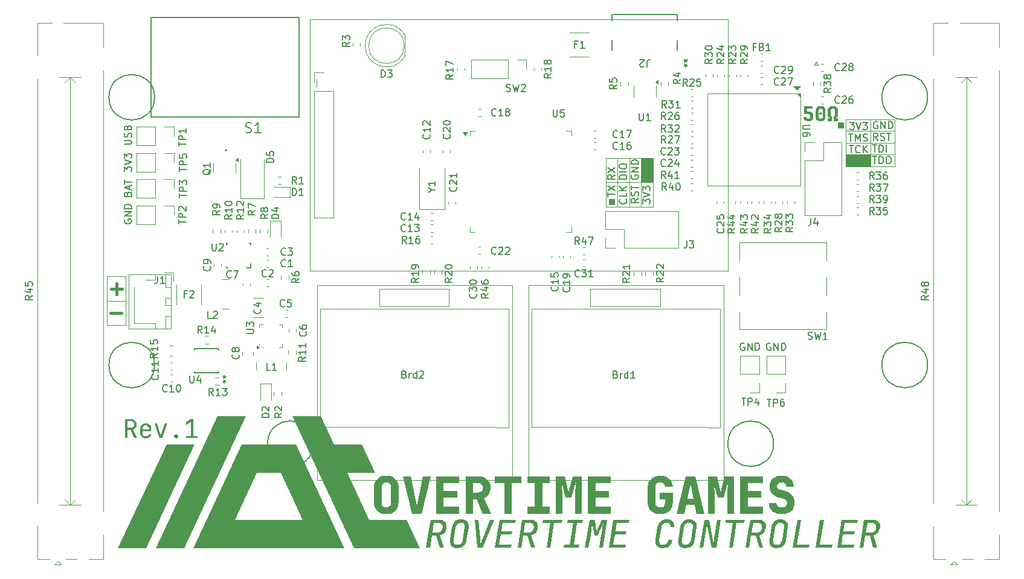
<source format=gbr>
%TF.GenerationSoftware,KiCad,Pcbnew,8.0.7*%
%TF.CreationDate,2025-03-30T10:37:29-04:00*%
%TF.ProjectId,RC-Car-Controller,52432d43-6172-42d4-936f-6e74726f6c6c,rev?*%
%TF.SameCoordinates,Original*%
%TF.FileFunction,Legend,Top*%
%TF.FilePolarity,Positive*%
%FSLAX46Y46*%
G04 Gerber Fmt 4.6, Leading zero omitted, Abs format (unit mm)*
G04 Created by KiCad (PCBNEW 8.0.7) date 2025-03-30 10:37:29*
%MOMM*%
%LPD*%
G01*
G04 APERTURE LIST*
%ADD10C,0.100000*%
%ADD11C,0.476250*%
%ADD12C,0.152400*%
%ADD13C,0.508000*%
%ADD14C,0.300000*%
%ADD15C,0.381000*%
%ADD16C,0.150000*%
%ADD17C,0.120000*%
%ADD18C,0.000000*%
%ADD19C,0.200000*%
%ADD20C,0.127000*%
G04 APERTURE END LIST*
D10*
X195707000Y-62293500D02*
X199136000Y-62293500D01*
X199136000Y-63944500D01*
X195707000Y-63944500D01*
X195707000Y-62293500D01*
G36*
X195707000Y-62293500D02*
G01*
X199136000Y-62293500D01*
X199136000Y-63944500D01*
X195707000Y-63944500D01*
X195707000Y-62293500D01*
G37*
X163703000Y-62738000D02*
X165354000Y-62738000D01*
X165354000Y-66167000D01*
X163703000Y-66167000D01*
X163703000Y-62738000D01*
X162052000Y-62738000D02*
X163703000Y-62738000D01*
X163703000Y-66167000D01*
X162052000Y-66167000D01*
X162052000Y-62738000D01*
X165354000Y-62738000D02*
X167005000Y-62738000D01*
X167005000Y-66167000D01*
X165354000Y-66167000D01*
X165354000Y-62738000D01*
X199136000Y-57340500D02*
X202565000Y-57340500D01*
X202565000Y-58991500D01*
X199136000Y-58991500D01*
X199136000Y-57340500D01*
X167005000Y-62738000D02*
X168656000Y-62738000D01*
X168656000Y-66167000D01*
X167005000Y-66167000D01*
X167005000Y-62738000D01*
G36*
X167005000Y-62738000D02*
G01*
X168656000Y-62738000D01*
X168656000Y-66167000D01*
X167005000Y-66167000D01*
X167005000Y-62738000D01*
G37*
X194564000Y-57785000D02*
X195326000Y-57785000D01*
X195326000Y-58547000D01*
X194564000Y-58547000D01*
X194564000Y-57785000D01*
G36*
X194564000Y-57785000D02*
G01*
X195326000Y-57785000D01*
X195326000Y-58547000D01*
X194564000Y-58547000D01*
X194564000Y-57785000D01*
G37*
X199136000Y-60642500D02*
X202565000Y-60642500D01*
X202565000Y-62293500D01*
X199136000Y-62293500D01*
X199136000Y-60642500D01*
X195707000Y-60642500D02*
X199136000Y-60642500D01*
X199136000Y-62293500D01*
X195707000Y-62293500D01*
X195707000Y-60642500D01*
X167005000Y-66167000D02*
X168656000Y-66167000D01*
X168656000Y-69596000D01*
X167005000Y-69596000D01*
X167005000Y-66167000D01*
X162497886Y-68514317D02*
X163259886Y-68514317D01*
X163259886Y-69276317D01*
X162497886Y-69276317D01*
X162497886Y-68514317D01*
G36*
X162497886Y-68514317D02*
G01*
X163259886Y-68514317D01*
X163259886Y-69276317D01*
X162497886Y-69276317D01*
X162497886Y-68514317D01*
G37*
X165354000Y-66167000D02*
X167005000Y-66167000D01*
X167005000Y-69596000D01*
X165354000Y-69596000D01*
X165354000Y-66167000D01*
X195707000Y-57340500D02*
X199136000Y-57340500D01*
X199136000Y-58991500D01*
X195707000Y-58991500D01*
X195707000Y-57340500D01*
X163703000Y-66167000D02*
X165354000Y-66167000D01*
X165354000Y-69596000D01*
X163703000Y-69596000D01*
X163703000Y-66167000D01*
X162052000Y-66167000D02*
X163703000Y-66167000D01*
X163703000Y-69596000D01*
X162052000Y-69596000D01*
X162052000Y-66167000D01*
X92138500Y-82804000D02*
X94805500Y-82804000D01*
X94805500Y-86233000D01*
X92138500Y-86233000D01*
X92138500Y-82804000D01*
X195707000Y-58991500D02*
X199136000Y-58991500D01*
X199136000Y-60642500D01*
X195707000Y-60642500D01*
X195707000Y-58991500D01*
X199136000Y-62293500D02*
X202565000Y-62293500D01*
X202565000Y-63944500D01*
X199136000Y-63944500D01*
X199136000Y-62293500D01*
X92138500Y-79375000D02*
X94805500Y-79375000D01*
X94805500Y-82804000D01*
X92138500Y-82804000D01*
X92138500Y-79375000D01*
X199136000Y-58991500D02*
X202565000Y-58991500D01*
X202565000Y-60642500D01*
X199136000Y-60642500D01*
X199136000Y-58991500D01*
D11*
G36*
X138919151Y-113542780D02*
G01*
X139112098Y-113581457D01*
X139298309Y-113655910D01*
X139329236Y-113673038D01*
X139481020Y-113783277D01*
X139610485Y-113934639D01*
X139682851Y-114069459D01*
X139739100Y-114254740D01*
X139756863Y-114458715D01*
X139739615Y-114660368D01*
X139698845Y-114848167D01*
X139626699Y-115043452D01*
X139526730Y-115221807D01*
X139444626Y-115331305D01*
X139301080Y-115477321D01*
X139135304Y-115598163D01*
X138969285Y-115684444D01*
X138833244Y-115736101D01*
X139353430Y-117462300D01*
X138790438Y-117462300D01*
X138302822Y-115794727D01*
X137675621Y-115794727D01*
X137418785Y-117462300D01*
X136893016Y-117462300D01*
X137231197Y-115323861D01*
X137750997Y-115323861D01*
X138442407Y-115323861D01*
X138634326Y-115302528D01*
X138818862Y-115230599D01*
X138940259Y-115143331D01*
X139071251Y-114991576D01*
X139152931Y-114823728D01*
X139192443Y-114665951D01*
X139202509Y-114472432D01*
X139154580Y-114280871D01*
X139092872Y-114182988D01*
X138935901Y-114059579D01*
X138756273Y-114008805D01*
X138650854Y-114002458D01*
X137959444Y-114002458D01*
X137750997Y-115323861D01*
X137231197Y-115323861D01*
X137514633Y-113531592D01*
X138726229Y-113531592D01*
X138919151Y-113542780D01*
G37*
G36*
X142052619Y-113486031D02*
G01*
X142236423Y-113528015D01*
X142414887Y-113606526D01*
X142429879Y-113615343D01*
X142578684Y-113727281D01*
X142705401Y-113879996D01*
X142776049Y-114015486D01*
X142830709Y-114201317D01*
X142847576Y-114387430D01*
X142833181Y-114589901D01*
X142830022Y-114611048D01*
X142550853Y-116377260D01*
X142509392Y-116573115D01*
X142449217Y-116751697D01*
X142355363Y-116938210D01*
X142236038Y-117101211D01*
X142113487Y-117222214D01*
X141950384Y-117338969D01*
X141768044Y-117427047D01*
X141566467Y-117486449D01*
X141378377Y-117514540D01*
X141210839Y-117521856D01*
X141006496Y-117507861D01*
X140822691Y-117465876D01*
X140644227Y-117387365D01*
X140629235Y-117378549D01*
X140469280Y-117255234D01*
X140346751Y-117100251D01*
X140285857Y-116979336D01*
X140232896Y-116792315D01*
X140217193Y-116604167D01*
X140219885Y-116567779D01*
X140753597Y-116567779D01*
X140785701Y-116754823D01*
X140851640Y-116877905D01*
X141000774Y-116996224D01*
X141196352Y-117046764D01*
X141286214Y-117050990D01*
X141482422Y-117030537D01*
X141665365Y-116961574D01*
X141781275Y-116877905D01*
X141904328Y-116726630D01*
X141981949Y-116550255D01*
X142020430Y-116379122D01*
X142298669Y-114609186D01*
X142311101Y-114423473D01*
X142278997Y-114238523D01*
X142213057Y-114115987D01*
X142063033Y-113997667D01*
X141882271Y-113948987D01*
X141773831Y-113942902D01*
X141577843Y-113963354D01*
X141395641Y-114032318D01*
X141280631Y-114115987D01*
X141159280Y-114266477D01*
X141082528Y-114440752D01*
X141044267Y-114609186D01*
X140766028Y-116379122D01*
X140753597Y-116567779D01*
X140219885Y-116567779D01*
X140232387Y-116398752D01*
X140235606Y-116377260D01*
X140513845Y-114611048D01*
X140555175Y-114417090D01*
X140614957Y-114240014D01*
X140708023Y-114054760D01*
X140826203Y-113892484D01*
X140947489Y-113771678D01*
X141109867Y-113654923D01*
X141291660Y-113566844D01*
X141492867Y-113507443D01*
X141680783Y-113479351D01*
X141848276Y-113472036D01*
X142052619Y-113486031D01*
G37*
G36*
X144060229Y-117462300D02*
G01*
X143679628Y-113531592D01*
X144215634Y-113531592D01*
X144445483Y-116178119D01*
X144460358Y-116365730D01*
X144473814Y-116563954D01*
X144479914Y-116668527D01*
X144489456Y-116854430D01*
X144493873Y-117029587D01*
X144553942Y-116842592D01*
X144612055Y-116668527D01*
X144675217Y-116488332D01*
X144744660Y-116303688D01*
X144794445Y-116178119D01*
X145855290Y-113531592D01*
X146402462Y-113531592D01*
X144773042Y-117462300D01*
X144060229Y-117462300D01*
G37*
G36*
X146528088Y-117462300D02*
G01*
X147149706Y-113531592D01*
X149427730Y-113531592D01*
X149347701Y-114002458D01*
X147600100Y-114002458D01*
X147413056Y-115145192D01*
X148978267Y-115145192D01*
X148902891Y-115616058D01*
X147337680Y-115616058D01*
X147128303Y-116991433D01*
X148881488Y-116991433D01*
X148806112Y-117462300D01*
X146528088Y-117462300D01*
G37*
G36*
X151708840Y-113542780D02*
G01*
X151901787Y-113581457D01*
X152087998Y-113655910D01*
X152118924Y-113673038D01*
X152270708Y-113783277D01*
X152400173Y-113934639D01*
X152472539Y-114069459D01*
X152528788Y-114254740D01*
X152546552Y-114458715D01*
X152529304Y-114660368D01*
X152488533Y-114848167D01*
X152416388Y-115043452D01*
X152316419Y-115221807D01*
X152234315Y-115331305D01*
X152090769Y-115477321D01*
X151924993Y-115598163D01*
X151758974Y-115684444D01*
X151622933Y-115736101D01*
X152143119Y-117462300D01*
X151580127Y-117462300D01*
X151092511Y-115794727D01*
X150465310Y-115794727D01*
X150208474Y-117462300D01*
X149682705Y-117462300D01*
X150020886Y-115323861D01*
X150540686Y-115323861D01*
X151232096Y-115323861D01*
X151424015Y-115302528D01*
X151608550Y-115230599D01*
X151729948Y-115143331D01*
X151860940Y-114991576D01*
X151942620Y-114823728D01*
X151982131Y-114665951D01*
X151992198Y-114472432D01*
X151944269Y-114280871D01*
X151882561Y-114182988D01*
X151725590Y-114059579D01*
X151545962Y-114008805D01*
X151440542Y-114002458D01*
X150749132Y-114002458D01*
X150540686Y-115323861D01*
X150020886Y-115323861D01*
X150304322Y-113531592D01*
X151515918Y-113531592D01*
X151708840Y-113542780D01*
G37*
G36*
X153748344Y-117462300D02*
G01*
X154289933Y-114002458D01*
X153229089Y-114002458D01*
X153309117Y-113531592D01*
X155956576Y-113531592D01*
X155882130Y-114002458D01*
X154820355Y-114002458D01*
X154279697Y-117462300D01*
X153748344Y-117462300D01*
G37*
G36*
X156141758Y-117462300D02*
G01*
X156217134Y-116991433D01*
X157015559Y-116991433D01*
X157481772Y-114002458D01*
X156688930Y-114002458D01*
X156763376Y-113531592D01*
X158897162Y-113531592D01*
X158821786Y-114002458D01*
X158023361Y-114002458D01*
X157557148Y-116991433D01*
X158349989Y-116991433D01*
X158275544Y-117462300D01*
X156141758Y-117462300D01*
G37*
G36*
X159162373Y-117462300D02*
G01*
X159783990Y-113531592D01*
X160523790Y-113531592D01*
X160738750Y-115241040D01*
X161504606Y-113531592D01*
X162276975Y-113531592D01*
X161655357Y-117462300D01*
X161145407Y-117462300D01*
X161430160Y-115659795D01*
X161461949Y-115475335D01*
X161496827Y-115279063D01*
X161530859Y-115092316D01*
X161542759Y-115027941D01*
X161579465Y-114832697D01*
X161617349Y-114637452D01*
X161656411Y-114442208D01*
X161678621Y-114333739D01*
X161719229Y-114143795D01*
X161763831Y-113945177D01*
X161807887Y-113759646D01*
X161820998Y-113706538D01*
X160894155Y-115735170D01*
X160443761Y-115735170D01*
X160164592Y-113754928D01*
X160153105Y-113958939D01*
X160137256Y-114172693D01*
X160117046Y-114396189D01*
X160092473Y-114629426D01*
X160063538Y-114872406D01*
X160038974Y-115061033D01*
X160011957Y-115255140D01*
X159982486Y-115454728D01*
X159950562Y-115659795D01*
X159666739Y-117462300D01*
X159162373Y-117462300D01*
G37*
G36*
X162515199Y-117462300D02*
G01*
X163136817Y-113531592D01*
X165414841Y-113531592D01*
X165334812Y-114002458D01*
X163587211Y-114002458D01*
X163400167Y-115145192D01*
X164965378Y-115145192D01*
X164890002Y-115616058D01*
X163324791Y-115616058D01*
X163115414Y-116991433D01*
X164868599Y-116991433D01*
X164793223Y-117462300D01*
X162515199Y-117462300D01*
G37*
G36*
X170030444Y-117521856D02*
G01*
X169836967Y-117511027D01*
X169635556Y-117471021D01*
X169460328Y-117401536D01*
X169292128Y-117286030D01*
X169220853Y-117213839D01*
X169108661Y-117046046D01*
X169040090Y-116850685D01*
X169015873Y-116657131D01*
X169025052Y-116442469D01*
X169033809Y-116377260D01*
X169312048Y-114611048D01*
X169353574Y-114417090D01*
X169413945Y-114240014D01*
X169508194Y-114054760D01*
X169628091Y-113892484D01*
X169751275Y-113771678D01*
X169916363Y-113654923D01*
X170101400Y-113566844D01*
X170306386Y-113507443D01*
X170497966Y-113479351D01*
X170668812Y-113472036D01*
X170856115Y-113483372D01*
X171044372Y-113522557D01*
X171227315Y-113597989D01*
X171257860Y-113615343D01*
X171407725Y-113726972D01*
X171535096Y-113880100D01*
X171605891Y-114016416D01*
X171660971Y-114203177D01*
X171677785Y-114407752D01*
X171659864Y-114609186D01*
X171129442Y-114609186D01*
X171139838Y-114415028D01*
X171093150Y-114222711D01*
X171032663Y-114124362D01*
X170877600Y-114000317D01*
X170681940Y-113947332D01*
X170593436Y-113942902D01*
X170398228Y-113964344D01*
X170211359Y-114036644D01*
X170089070Y-114124362D01*
X169959431Y-114277600D01*
X169880140Y-114448187D01*
X169843401Y-114609186D01*
X169564231Y-116379122D01*
X169553725Y-116576459D01*
X169600000Y-116770831D01*
X169660079Y-116869529D01*
X169816847Y-116993575D01*
X169998569Y-117044610D01*
X170105820Y-117050990D01*
X170300168Y-117029548D01*
X170485598Y-116957247D01*
X170606464Y-116869529D01*
X170735755Y-116715506D01*
X170816565Y-116542820D01*
X170855856Y-116379122D01*
X171386278Y-116379122D01*
X171342854Y-116574660D01*
X171280979Y-116752991D01*
X171185470Y-116939294D01*
X171064848Y-117102174D01*
X170941468Y-117223144D01*
X170777009Y-117339537D01*
X170593047Y-117427342D01*
X170389582Y-117486559D01*
X170199659Y-117514563D01*
X170030444Y-117521856D01*
G37*
G36*
X174026840Y-113486031D02*
G01*
X174210645Y-113528015D01*
X174389109Y-113606526D01*
X174404101Y-113615343D01*
X174552906Y-113727281D01*
X174679623Y-113879996D01*
X174750271Y-114015486D01*
X174804931Y-114201317D01*
X174821798Y-114387430D01*
X174807403Y-114589901D01*
X174804244Y-114611048D01*
X174525075Y-116377260D01*
X174483613Y-116573115D01*
X174423439Y-116751697D01*
X174329585Y-116938210D01*
X174210260Y-117101211D01*
X174087709Y-117222214D01*
X173924605Y-117338969D01*
X173742266Y-117427047D01*
X173540689Y-117486449D01*
X173352599Y-117514540D01*
X173185061Y-117521856D01*
X172980718Y-117507861D01*
X172796913Y-117465876D01*
X172618449Y-117387365D01*
X172603457Y-117378549D01*
X172443502Y-117255234D01*
X172320973Y-117100251D01*
X172260079Y-116979336D01*
X172207118Y-116792315D01*
X172191415Y-116604167D01*
X172194107Y-116567779D01*
X172727819Y-116567779D01*
X172759923Y-116754823D01*
X172825862Y-116877905D01*
X172974996Y-116996224D01*
X173170574Y-117046764D01*
X173260436Y-117050990D01*
X173456644Y-117030537D01*
X173639587Y-116961574D01*
X173755497Y-116877905D01*
X173878550Y-116726630D01*
X173956171Y-116550255D01*
X173994652Y-116379122D01*
X174272891Y-114609186D01*
X174285323Y-114423473D01*
X174253219Y-114238523D01*
X174187279Y-114115987D01*
X174037255Y-113997667D01*
X173856492Y-113948987D01*
X173748053Y-113942902D01*
X173552065Y-113963354D01*
X173369863Y-114032318D01*
X173254853Y-114115987D01*
X173133501Y-114266477D01*
X173056750Y-114440752D01*
X173018489Y-114609186D01*
X172740250Y-116379122D01*
X172727819Y-116567779D01*
X172194107Y-116567779D01*
X172206609Y-116398752D01*
X172209828Y-116377260D01*
X172488067Y-114611048D01*
X172529397Y-114417090D01*
X172589179Y-114240014D01*
X172682245Y-114054760D01*
X172800425Y-113892484D01*
X172921711Y-113771678D01*
X173084089Y-113654923D01*
X173265882Y-113566844D01*
X173467089Y-113507443D01*
X173655005Y-113479351D01*
X173822498Y-113472036D01*
X174026840Y-113486031D01*
G37*
G36*
X175246263Y-117462300D02*
G01*
X175867880Y-113531592D01*
X176549054Y-113531592D01*
X177197658Y-116853710D01*
X177212766Y-116663227D01*
X177226505Y-116505678D01*
X177245180Y-116307656D01*
X177264824Y-116116563D01*
X177269311Y-116074827D01*
X177292085Y-115883403D01*
X177320043Y-115688979D01*
X177326076Y-115651420D01*
X177663871Y-113531592D01*
X178167307Y-113531592D01*
X177545689Y-117462300D01*
X176859863Y-117462300D01*
X176215912Y-114174612D01*
X176200804Y-114360916D01*
X176187064Y-114513338D01*
X176167776Y-114705199D01*
X176146453Y-114892017D01*
X176141466Y-114933023D01*
X176116785Y-115119205D01*
X176087968Y-115307222D01*
X176081910Y-115343402D01*
X175745046Y-117462300D01*
X175246263Y-117462300D01*
G37*
G36*
X179327722Y-117462300D02*
G01*
X179869311Y-114002458D01*
X178808466Y-114002458D01*
X178888495Y-113531592D01*
X181535953Y-113531592D01*
X181461508Y-114002458D01*
X180399733Y-114002458D01*
X179859075Y-117462300D01*
X179327722Y-117462300D01*
G37*
G36*
X183683062Y-113542780D02*
G01*
X183876008Y-113581457D01*
X184062220Y-113655910D01*
X184093146Y-113673038D01*
X184244930Y-113783277D01*
X184374395Y-113934639D01*
X184446761Y-114069459D01*
X184503010Y-114254740D01*
X184520774Y-114458715D01*
X184503526Y-114660368D01*
X184462755Y-114848167D01*
X184390610Y-115043452D01*
X184290641Y-115221807D01*
X184208536Y-115331305D01*
X184064990Y-115477321D01*
X183899214Y-115598163D01*
X183733196Y-115684444D01*
X183597155Y-115736101D01*
X184117341Y-117462300D01*
X183554349Y-117462300D01*
X183066733Y-115794727D01*
X182439532Y-115794727D01*
X182182696Y-117462300D01*
X181656927Y-117462300D01*
X181995108Y-115323861D01*
X182514908Y-115323861D01*
X183206318Y-115323861D01*
X183398237Y-115302528D01*
X183582772Y-115230599D01*
X183704170Y-115143331D01*
X183835162Y-114991576D01*
X183916842Y-114823728D01*
X183956353Y-114665951D01*
X183966420Y-114472432D01*
X183918491Y-114280871D01*
X183856783Y-114182988D01*
X183699812Y-114059579D01*
X183520184Y-114008805D01*
X183414764Y-114002458D01*
X182723354Y-114002458D01*
X182514908Y-115323861D01*
X181995108Y-115323861D01*
X182278544Y-113531592D01*
X183490140Y-113531592D01*
X183683062Y-113542780D01*
G37*
G36*
X186816529Y-113486031D02*
G01*
X187000334Y-113528015D01*
X187178798Y-113606526D01*
X187193790Y-113615343D01*
X187342595Y-113727281D01*
X187469312Y-113879996D01*
X187539960Y-114015486D01*
X187594620Y-114201317D01*
X187611486Y-114387430D01*
X187597092Y-114589901D01*
X187593933Y-114611048D01*
X187314763Y-116377260D01*
X187273302Y-116573115D01*
X187213128Y-116751697D01*
X187119274Y-116938210D01*
X186999949Y-117101211D01*
X186877398Y-117222214D01*
X186714294Y-117338969D01*
X186531954Y-117427047D01*
X186330378Y-117486449D01*
X186142287Y-117514540D01*
X185974749Y-117521856D01*
X185770407Y-117507861D01*
X185586602Y-117465876D01*
X185408138Y-117387365D01*
X185393146Y-117378549D01*
X185233191Y-117255234D01*
X185110661Y-117100251D01*
X185049767Y-116979336D01*
X184996807Y-116792315D01*
X184981104Y-116604167D01*
X184983796Y-116567779D01*
X185517507Y-116567779D01*
X185549612Y-116754823D01*
X185615551Y-116877905D01*
X185764685Y-116996224D01*
X185960263Y-117046764D01*
X186050125Y-117050990D01*
X186246333Y-117030537D01*
X186429276Y-116961574D01*
X186545186Y-116877905D01*
X186668239Y-116726630D01*
X186745860Y-116550255D01*
X186784341Y-116379122D01*
X187062580Y-114609186D01*
X187075012Y-114423473D01*
X187042907Y-114238523D01*
X186976968Y-114115987D01*
X186826944Y-113997667D01*
X186646181Y-113948987D01*
X186537741Y-113942902D01*
X186341754Y-113963354D01*
X186159552Y-114032318D01*
X186044542Y-114115987D01*
X185923190Y-114266477D01*
X185846439Y-114440752D01*
X185808178Y-114609186D01*
X185529939Y-116379122D01*
X185517507Y-116567779D01*
X184983796Y-116567779D01*
X184996298Y-116398752D01*
X184999517Y-116377260D01*
X185277756Y-114611048D01*
X185319086Y-114417090D01*
X185378868Y-114240014D01*
X185471933Y-114054760D01*
X185590113Y-113892484D01*
X185711399Y-113771678D01*
X185873778Y-113654923D01*
X186055570Y-113566844D01*
X186256778Y-113507443D01*
X186444694Y-113479351D01*
X186612187Y-113472036D01*
X186816529Y-113486031D01*
G37*
G36*
X188261148Y-117462300D02*
G01*
X188882766Y-113531592D01*
X189413188Y-113531592D01*
X188866946Y-116991433D01*
X190608964Y-116991433D01*
X190533588Y-117462300D01*
X188261148Y-117462300D01*
G37*
G36*
X191458570Y-117462300D02*
G01*
X192080188Y-113531592D01*
X192610610Y-113531592D01*
X192064368Y-116991433D01*
X193806386Y-116991433D01*
X193731011Y-117462300D01*
X191458570Y-117462300D01*
G37*
G36*
X194489421Y-117462300D02*
G01*
X195111039Y-113531592D01*
X197389063Y-113531592D01*
X197309034Y-114002458D01*
X195561433Y-114002458D01*
X195374389Y-115145192D01*
X196939600Y-115145192D01*
X196864224Y-115616058D01*
X195299013Y-115616058D01*
X195089636Y-116991433D01*
X196842821Y-116991433D01*
X196767445Y-117462300D01*
X194489421Y-117462300D01*
G37*
G36*
X199670173Y-113542780D02*
G01*
X199863119Y-113581457D01*
X200049331Y-113655910D01*
X200080257Y-113673038D01*
X200232041Y-113783277D01*
X200361506Y-113934639D01*
X200433872Y-114069459D01*
X200490121Y-114254740D01*
X200507885Y-114458715D01*
X200490637Y-114660368D01*
X200449866Y-114848167D01*
X200377721Y-115043452D01*
X200277752Y-115221807D01*
X200195647Y-115331305D01*
X200052101Y-115477321D01*
X199886325Y-115598163D01*
X199720307Y-115684444D01*
X199584266Y-115736101D01*
X200104452Y-117462300D01*
X199541460Y-117462300D01*
X199053844Y-115794727D01*
X198426643Y-115794727D01*
X198169807Y-117462300D01*
X197644038Y-117462300D01*
X197982219Y-115323861D01*
X198502019Y-115323861D01*
X199193429Y-115323861D01*
X199385348Y-115302528D01*
X199569883Y-115230599D01*
X199691281Y-115143331D01*
X199822273Y-114991576D01*
X199903952Y-114823728D01*
X199943464Y-114665951D01*
X199953531Y-114472432D01*
X199905602Y-114280871D01*
X199843894Y-114182988D01*
X199686923Y-114059579D01*
X199507295Y-114008805D01*
X199401875Y-114002458D01*
X198710465Y-114002458D01*
X198502019Y-115323861D01*
X197982219Y-115323861D01*
X198265655Y-113531592D01*
X199477251Y-113531592D01*
X199670173Y-113542780D01*
G37*
D12*
X196247784Y-57746829D02*
X196876737Y-57746829D01*
X196876737Y-57746829D02*
X196538070Y-58133877D01*
X196538070Y-58133877D02*
X196683213Y-58133877D01*
X196683213Y-58133877D02*
X196779975Y-58182258D01*
X196779975Y-58182258D02*
X196828356Y-58230639D01*
X196828356Y-58230639D02*
X196876737Y-58327401D01*
X196876737Y-58327401D02*
X196876737Y-58569306D01*
X196876737Y-58569306D02*
X196828356Y-58666068D01*
X196828356Y-58666068D02*
X196779975Y-58714449D01*
X196779975Y-58714449D02*
X196683213Y-58762829D01*
X196683213Y-58762829D02*
X196392927Y-58762829D01*
X196392927Y-58762829D02*
X196296165Y-58714449D01*
X196296165Y-58714449D02*
X196247784Y-58666068D01*
X197167022Y-57746829D02*
X197505689Y-58762829D01*
X197505689Y-58762829D02*
X197844356Y-57746829D01*
X198086260Y-57746829D02*
X198715213Y-57746829D01*
X198715213Y-57746829D02*
X198376546Y-58133877D01*
X198376546Y-58133877D02*
X198521689Y-58133877D01*
X198521689Y-58133877D02*
X198618451Y-58182258D01*
X198618451Y-58182258D02*
X198666832Y-58230639D01*
X198666832Y-58230639D02*
X198715213Y-58327401D01*
X198715213Y-58327401D02*
X198715213Y-58569306D01*
X198715213Y-58569306D02*
X198666832Y-58666068D01*
X198666832Y-58666068D02*
X198618451Y-58714449D01*
X198618451Y-58714449D02*
X198521689Y-58762829D01*
X198521689Y-58762829D02*
X198231403Y-58762829D01*
X198231403Y-58762829D02*
X198134641Y-58714449D01*
X198134641Y-58714449D02*
X198086260Y-58666068D01*
X196102641Y-59382532D02*
X196683213Y-59382532D01*
X196392927Y-60398532D02*
X196392927Y-59382532D01*
X197021879Y-60398532D02*
X197021879Y-59382532D01*
X197021879Y-59382532D02*
X197360546Y-60108247D01*
X197360546Y-60108247D02*
X197699213Y-59382532D01*
X197699213Y-59382532D02*
X197699213Y-60398532D01*
X198134641Y-60350152D02*
X198279784Y-60398532D01*
X198279784Y-60398532D02*
X198521689Y-60398532D01*
X198521689Y-60398532D02*
X198618451Y-60350152D01*
X198618451Y-60350152D02*
X198666832Y-60301771D01*
X198666832Y-60301771D02*
X198715213Y-60205009D01*
X198715213Y-60205009D02*
X198715213Y-60108247D01*
X198715213Y-60108247D02*
X198666832Y-60011485D01*
X198666832Y-60011485D02*
X198618451Y-59963104D01*
X198618451Y-59963104D02*
X198521689Y-59914723D01*
X198521689Y-59914723D02*
X198328165Y-59866342D01*
X198328165Y-59866342D02*
X198231403Y-59817961D01*
X198231403Y-59817961D02*
X198183022Y-59769580D01*
X198183022Y-59769580D02*
X198134641Y-59672818D01*
X198134641Y-59672818D02*
X198134641Y-59576056D01*
X198134641Y-59576056D02*
X198183022Y-59479294D01*
X198183022Y-59479294D02*
X198231403Y-59430913D01*
X198231403Y-59430913D02*
X198328165Y-59382532D01*
X198328165Y-59382532D02*
X198570070Y-59382532D01*
X198570070Y-59382532D02*
X198715213Y-59430913D01*
X196199403Y-61018235D02*
X196779975Y-61018235D01*
X196489689Y-62034235D02*
X196489689Y-61018235D01*
X197699213Y-61937474D02*
X197650832Y-61985855D01*
X197650832Y-61985855D02*
X197505689Y-62034235D01*
X197505689Y-62034235D02*
X197408927Y-62034235D01*
X197408927Y-62034235D02*
X197263784Y-61985855D01*
X197263784Y-61985855D02*
X197167022Y-61889093D01*
X197167022Y-61889093D02*
X197118641Y-61792331D01*
X197118641Y-61792331D02*
X197070260Y-61598807D01*
X197070260Y-61598807D02*
X197070260Y-61453664D01*
X197070260Y-61453664D02*
X197118641Y-61260140D01*
X197118641Y-61260140D02*
X197167022Y-61163378D01*
X197167022Y-61163378D02*
X197263784Y-61066616D01*
X197263784Y-61066616D02*
X197408927Y-61018235D01*
X197408927Y-61018235D02*
X197505689Y-61018235D01*
X197505689Y-61018235D02*
X197650832Y-61066616D01*
X197650832Y-61066616D02*
X197699213Y-61114997D01*
X198134641Y-62034235D02*
X198134641Y-61018235D01*
X198715213Y-62034235D02*
X198279784Y-61453664D01*
X198715213Y-61018235D02*
X198134641Y-61598807D01*
X185153905Y-88775476D02*
X185057143Y-88727095D01*
X185057143Y-88727095D02*
X184912000Y-88727095D01*
X184912000Y-88727095D02*
X184766857Y-88775476D01*
X184766857Y-88775476D02*
X184670095Y-88872238D01*
X184670095Y-88872238D02*
X184621714Y-88969000D01*
X184621714Y-88969000D02*
X184573333Y-89162524D01*
X184573333Y-89162524D02*
X184573333Y-89307667D01*
X184573333Y-89307667D02*
X184621714Y-89501191D01*
X184621714Y-89501191D02*
X184670095Y-89597953D01*
X184670095Y-89597953D02*
X184766857Y-89694715D01*
X184766857Y-89694715D02*
X184912000Y-89743095D01*
X184912000Y-89743095D02*
X185008762Y-89743095D01*
X185008762Y-89743095D02*
X185153905Y-89694715D01*
X185153905Y-89694715D02*
X185202286Y-89646334D01*
X185202286Y-89646334D02*
X185202286Y-89307667D01*
X185202286Y-89307667D02*
X185008762Y-89307667D01*
X185637714Y-89743095D02*
X185637714Y-88727095D01*
X185637714Y-88727095D02*
X186218286Y-89743095D01*
X186218286Y-89743095D02*
X186218286Y-88727095D01*
X186702095Y-89743095D02*
X186702095Y-88727095D01*
X186702095Y-88727095D02*
X186944000Y-88727095D01*
X186944000Y-88727095D02*
X187089143Y-88775476D01*
X187089143Y-88775476D02*
X187185905Y-88872238D01*
X187185905Y-88872238D02*
X187234286Y-88969000D01*
X187234286Y-88969000D02*
X187282667Y-89162524D01*
X187282667Y-89162524D02*
X187282667Y-89307667D01*
X187282667Y-89307667D02*
X187234286Y-89501191D01*
X187234286Y-89501191D02*
X187185905Y-89597953D01*
X187185905Y-89597953D02*
X187089143Y-89694715D01*
X187089143Y-89694715D02*
X186944000Y-89743095D01*
X186944000Y-89743095D02*
X186702095Y-89743095D01*
X95052905Y-67805904D02*
X95101286Y-67660761D01*
X95101286Y-67660761D02*
X95149667Y-67612380D01*
X95149667Y-67612380D02*
X95246429Y-67563999D01*
X95246429Y-67563999D02*
X95391572Y-67563999D01*
X95391572Y-67563999D02*
X95488334Y-67612380D01*
X95488334Y-67612380D02*
X95536715Y-67660761D01*
X95536715Y-67660761D02*
X95585095Y-67757523D01*
X95585095Y-67757523D02*
X95585095Y-68144571D01*
X95585095Y-68144571D02*
X94569095Y-68144571D01*
X94569095Y-68144571D02*
X94569095Y-67805904D01*
X94569095Y-67805904D02*
X94617476Y-67709142D01*
X94617476Y-67709142D02*
X94665857Y-67660761D01*
X94665857Y-67660761D02*
X94762619Y-67612380D01*
X94762619Y-67612380D02*
X94859381Y-67612380D01*
X94859381Y-67612380D02*
X94956143Y-67660761D01*
X94956143Y-67660761D02*
X95004524Y-67709142D01*
X95004524Y-67709142D02*
X95052905Y-67805904D01*
X95052905Y-67805904D02*
X95052905Y-68144571D01*
X95294810Y-67176952D02*
X95294810Y-66693142D01*
X95585095Y-67273714D02*
X94569095Y-66935047D01*
X94569095Y-66935047D02*
X95585095Y-66596380D01*
X94569095Y-66402857D02*
X94569095Y-65822285D01*
X95585095Y-66112571D02*
X94569095Y-66112571D01*
X200137358Y-57683507D02*
X200040596Y-57635126D01*
X200040596Y-57635126D02*
X199895453Y-57635126D01*
X199895453Y-57635126D02*
X199750310Y-57683507D01*
X199750310Y-57683507D02*
X199653548Y-57780269D01*
X199653548Y-57780269D02*
X199605167Y-57877031D01*
X199605167Y-57877031D02*
X199556786Y-58070555D01*
X199556786Y-58070555D02*
X199556786Y-58215698D01*
X199556786Y-58215698D02*
X199605167Y-58409222D01*
X199605167Y-58409222D02*
X199653548Y-58505984D01*
X199653548Y-58505984D02*
X199750310Y-58602746D01*
X199750310Y-58602746D02*
X199895453Y-58651126D01*
X199895453Y-58651126D02*
X199992215Y-58651126D01*
X199992215Y-58651126D02*
X200137358Y-58602746D01*
X200137358Y-58602746D02*
X200185739Y-58554365D01*
X200185739Y-58554365D02*
X200185739Y-58215698D01*
X200185739Y-58215698D02*
X199992215Y-58215698D01*
X200621167Y-58651126D02*
X200621167Y-57635126D01*
X200621167Y-57635126D02*
X201201739Y-58651126D01*
X201201739Y-58651126D02*
X201201739Y-57635126D01*
X201685548Y-58651126D02*
X201685548Y-57635126D01*
X201685548Y-57635126D02*
X201927453Y-57635126D01*
X201927453Y-57635126D02*
X202072596Y-57683507D01*
X202072596Y-57683507D02*
X202169358Y-57780269D01*
X202169358Y-57780269D02*
X202217739Y-57877031D01*
X202217739Y-57877031D02*
X202266120Y-58070555D01*
X202266120Y-58070555D02*
X202266120Y-58215698D01*
X202266120Y-58215698D02*
X202217739Y-58409222D01*
X202217739Y-58409222D02*
X202169358Y-58505984D01*
X202169358Y-58505984D02*
X202072596Y-58602746D01*
X202072596Y-58602746D02*
X201927453Y-58651126D01*
X201927453Y-58651126D02*
X201685548Y-58651126D01*
X200185739Y-60286829D02*
X199847072Y-59803020D01*
X199605167Y-60286829D02*
X199605167Y-59270829D01*
X199605167Y-59270829D02*
X199992215Y-59270829D01*
X199992215Y-59270829D02*
X200088977Y-59319210D01*
X200088977Y-59319210D02*
X200137358Y-59367591D01*
X200137358Y-59367591D02*
X200185739Y-59464353D01*
X200185739Y-59464353D02*
X200185739Y-59609496D01*
X200185739Y-59609496D02*
X200137358Y-59706258D01*
X200137358Y-59706258D02*
X200088977Y-59754639D01*
X200088977Y-59754639D02*
X199992215Y-59803020D01*
X199992215Y-59803020D02*
X199605167Y-59803020D01*
X200572786Y-60238449D02*
X200717929Y-60286829D01*
X200717929Y-60286829D02*
X200959834Y-60286829D01*
X200959834Y-60286829D02*
X201056596Y-60238449D01*
X201056596Y-60238449D02*
X201104977Y-60190068D01*
X201104977Y-60190068D02*
X201153358Y-60093306D01*
X201153358Y-60093306D02*
X201153358Y-59996544D01*
X201153358Y-59996544D02*
X201104977Y-59899782D01*
X201104977Y-59899782D02*
X201056596Y-59851401D01*
X201056596Y-59851401D02*
X200959834Y-59803020D01*
X200959834Y-59803020D02*
X200766310Y-59754639D01*
X200766310Y-59754639D02*
X200669548Y-59706258D01*
X200669548Y-59706258D02*
X200621167Y-59657877D01*
X200621167Y-59657877D02*
X200572786Y-59561115D01*
X200572786Y-59561115D02*
X200572786Y-59464353D01*
X200572786Y-59464353D02*
X200621167Y-59367591D01*
X200621167Y-59367591D02*
X200669548Y-59319210D01*
X200669548Y-59319210D02*
X200766310Y-59270829D01*
X200766310Y-59270829D02*
X201008215Y-59270829D01*
X201008215Y-59270829D02*
X201153358Y-59319210D01*
X201443643Y-59270829D02*
X202024215Y-59270829D01*
X201733929Y-60286829D02*
X201733929Y-59270829D01*
X199460024Y-60906532D02*
X200040596Y-60906532D01*
X199750310Y-61922532D02*
X199750310Y-60906532D01*
X200379262Y-61922532D02*
X200379262Y-60906532D01*
X200379262Y-60906532D02*
X200621167Y-60906532D01*
X200621167Y-60906532D02*
X200766310Y-60954913D01*
X200766310Y-60954913D02*
X200863072Y-61051675D01*
X200863072Y-61051675D02*
X200911453Y-61148437D01*
X200911453Y-61148437D02*
X200959834Y-61341961D01*
X200959834Y-61341961D02*
X200959834Y-61487104D01*
X200959834Y-61487104D02*
X200911453Y-61680628D01*
X200911453Y-61680628D02*
X200863072Y-61777390D01*
X200863072Y-61777390D02*
X200766310Y-61874152D01*
X200766310Y-61874152D02*
X200621167Y-61922532D01*
X200621167Y-61922532D02*
X200379262Y-61922532D01*
X201395262Y-61922532D02*
X201395262Y-60906532D01*
X199460024Y-62542235D02*
X200040596Y-62542235D01*
X199750310Y-63558235D02*
X199750310Y-62542235D01*
X200379262Y-63558235D02*
X200379262Y-62542235D01*
X200379262Y-62542235D02*
X200621167Y-62542235D01*
X200621167Y-62542235D02*
X200766310Y-62590616D01*
X200766310Y-62590616D02*
X200863072Y-62687378D01*
X200863072Y-62687378D02*
X200911453Y-62784140D01*
X200911453Y-62784140D02*
X200959834Y-62977664D01*
X200959834Y-62977664D02*
X200959834Y-63122807D01*
X200959834Y-63122807D02*
X200911453Y-63316331D01*
X200911453Y-63316331D02*
X200863072Y-63413093D01*
X200863072Y-63413093D02*
X200766310Y-63509855D01*
X200766310Y-63509855D02*
X200621167Y-63558235D01*
X200621167Y-63558235D02*
X200379262Y-63558235D01*
X201588786Y-62542235D02*
X201782310Y-62542235D01*
X201782310Y-62542235D02*
X201879072Y-62590616D01*
X201879072Y-62590616D02*
X201975834Y-62687378D01*
X201975834Y-62687378D02*
X202024215Y-62880902D01*
X202024215Y-62880902D02*
X202024215Y-63219569D01*
X202024215Y-63219569D02*
X201975834Y-63413093D01*
X201975834Y-63413093D02*
X201879072Y-63509855D01*
X201879072Y-63509855D02*
X201782310Y-63558235D01*
X201782310Y-63558235D02*
X201588786Y-63558235D01*
X201588786Y-63558235D02*
X201492024Y-63509855D01*
X201492024Y-63509855D02*
X201395262Y-63413093D01*
X201395262Y-63413093D02*
X201346881Y-63219569D01*
X201346881Y-63219569D02*
X201346881Y-62880902D01*
X201346881Y-62880902D02*
X201395262Y-62687378D01*
X201395262Y-62687378D02*
X201492024Y-62590616D01*
X201492024Y-62590616D02*
X201588786Y-62542235D01*
X163347329Y-65117260D02*
X162863520Y-65455927D01*
X163347329Y-65697832D02*
X162331329Y-65697832D01*
X162331329Y-65697832D02*
X162331329Y-65310784D01*
X162331329Y-65310784D02*
X162379710Y-65214022D01*
X162379710Y-65214022D02*
X162428091Y-65165641D01*
X162428091Y-65165641D02*
X162524853Y-65117260D01*
X162524853Y-65117260D02*
X162669996Y-65117260D01*
X162669996Y-65117260D02*
X162766758Y-65165641D01*
X162766758Y-65165641D02*
X162815139Y-65214022D01*
X162815139Y-65214022D02*
X162863520Y-65310784D01*
X162863520Y-65310784D02*
X162863520Y-65697832D01*
X162331329Y-64778594D02*
X163347329Y-64101260D01*
X162331329Y-64101260D02*
X163347329Y-64778594D01*
X164983032Y-65697832D02*
X163967032Y-65697832D01*
X163967032Y-65697832D02*
X163967032Y-65455927D01*
X163967032Y-65455927D02*
X164015413Y-65310784D01*
X164015413Y-65310784D02*
X164112175Y-65214022D01*
X164112175Y-65214022D02*
X164208937Y-65165641D01*
X164208937Y-65165641D02*
X164402461Y-65117260D01*
X164402461Y-65117260D02*
X164547604Y-65117260D01*
X164547604Y-65117260D02*
X164741128Y-65165641D01*
X164741128Y-65165641D02*
X164837890Y-65214022D01*
X164837890Y-65214022D02*
X164934652Y-65310784D01*
X164934652Y-65310784D02*
X164983032Y-65455927D01*
X164983032Y-65455927D02*
X164983032Y-65697832D01*
X164983032Y-64681832D02*
X163967032Y-64681832D01*
X163967032Y-64004498D02*
X163967032Y-63810974D01*
X163967032Y-63810974D02*
X164015413Y-63714212D01*
X164015413Y-63714212D02*
X164112175Y-63617450D01*
X164112175Y-63617450D02*
X164305699Y-63569069D01*
X164305699Y-63569069D02*
X164644366Y-63569069D01*
X164644366Y-63569069D02*
X164837890Y-63617450D01*
X164837890Y-63617450D02*
X164934652Y-63714212D01*
X164934652Y-63714212D02*
X164983032Y-63810974D01*
X164983032Y-63810974D02*
X164983032Y-64004498D01*
X164983032Y-64004498D02*
X164934652Y-64101260D01*
X164934652Y-64101260D02*
X164837890Y-64198022D01*
X164837890Y-64198022D02*
X164644366Y-64246403D01*
X164644366Y-64246403D02*
X164305699Y-64246403D01*
X164305699Y-64246403D02*
X164112175Y-64198022D01*
X164112175Y-64198022D02*
X164015413Y-64101260D01*
X164015413Y-64101260D02*
X163967032Y-64004498D01*
X165651116Y-65165641D02*
X165602735Y-65262403D01*
X165602735Y-65262403D02*
X165602735Y-65407546D01*
X165602735Y-65407546D02*
X165651116Y-65552689D01*
X165651116Y-65552689D02*
X165747878Y-65649451D01*
X165747878Y-65649451D02*
X165844640Y-65697832D01*
X165844640Y-65697832D02*
X166038164Y-65746213D01*
X166038164Y-65746213D02*
X166183307Y-65746213D01*
X166183307Y-65746213D02*
X166376831Y-65697832D01*
X166376831Y-65697832D02*
X166473593Y-65649451D01*
X166473593Y-65649451D02*
X166570355Y-65552689D01*
X166570355Y-65552689D02*
X166618735Y-65407546D01*
X166618735Y-65407546D02*
X166618735Y-65310784D01*
X166618735Y-65310784D02*
X166570355Y-65165641D01*
X166570355Y-65165641D02*
X166521974Y-65117260D01*
X166521974Y-65117260D02*
X166183307Y-65117260D01*
X166183307Y-65117260D02*
X166183307Y-65310784D01*
X166618735Y-64681832D02*
X165602735Y-64681832D01*
X165602735Y-64681832D02*
X166618735Y-64101260D01*
X166618735Y-64101260D02*
X165602735Y-64101260D01*
X166618735Y-63617451D02*
X165602735Y-63617451D01*
X165602735Y-63617451D02*
X165602735Y-63375546D01*
X165602735Y-63375546D02*
X165651116Y-63230403D01*
X165651116Y-63230403D02*
X165747878Y-63133641D01*
X165747878Y-63133641D02*
X165844640Y-63085260D01*
X165844640Y-63085260D02*
X166038164Y-63036879D01*
X166038164Y-63036879D02*
X166183307Y-63036879D01*
X166183307Y-63036879D02*
X166376831Y-63085260D01*
X166376831Y-63085260D02*
X166473593Y-63133641D01*
X166473593Y-63133641D02*
X166570355Y-63230403D01*
X166570355Y-63230403D02*
X166618735Y-63375546D01*
X166618735Y-63375546D02*
X166618735Y-63617451D01*
X162346455Y-68166215D02*
X162346455Y-67585643D01*
X163362455Y-67875929D02*
X162346455Y-67875929D01*
X162346455Y-67343739D02*
X163362455Y-66666405D01*
X162346455Y-66666405D02*
X163362455Y-67343739D01*
X164901397Y-68553262D02*
X164949778Y-68601643D01*
X164949778Y-68601643D02*
X164998158Y-68746786D01*
X164998158Y-68746786D02*
X164998158Y-68843548D01*
X164998158Y-68843548D02*
X164949778Y-68988691D01*
X164949778Y-68988691D02*
X164853016Y-69085453D01*
X164853016Y-69085453D02*
X164756254Y-69133834D01*
X164756254Y-69133834D02*
X164562730Y-69182215D01*
X164562730Y-69182215D02*
X164417587Y-69182215D01*
X164417587Y-69182215D02*
X164224063Y-69133834D01*
X164224063Y-69133834D02*
X164127301Y-69085453D01*
X164127301Y-69085453D02*
X164030539Y-68988691D01*
X164030539Y-68988691D02*
X163982158Y-68843548D01*
X163982158Y-68843548D02*
X163982158Y-68746786D01*
X163982158Y-68746786D02*
X164030539Y-68601643D01*
X164030539Y-68601643D02*
X164078920Y-68553262D01*
X164998158Y-67634024D02*
X164998158Y-68117834D01*
X164998158Y-68117834D02*
X163982158Y-68117834D01*
X164998158Y-67295358D02*
X163982158Y-67295358D01*
X164998158Y-66714786D02*
X164417587Y-67150215D01*
X163982158Y-66714786D02*
X164562730Y-67295358D01*
X166633861Y-68456500D02*
X166150052Y-68795167D01*
X166633861Y-69037072D02*
X165617861Y-69037072D01*
X165617861Y-69037072D02*
X165617861Y-68650024D01*
X165617861Y-68650024D02*
X165666242Y-68553262D01*
X165666242Y-68553262D02*
X165714623Y-68504881D01*
X165714623Y-68504881D02*
X165811385Y-68456500D01*
X165811385Y-68456500D02*
X165956528Y-68456500D01*
X165956528Y-68456500D02*
X166053290Y-68504881D01*
X166053290Y-68504881D02*
X166101671Y-68553262D01*
X166101671Y-68553262D02*
X166150052Y-68650024D01*
X166150052Y-68650024D02*
X166150052Y-69037072D01*
X166585481Y-68069453D02*
X166633861Y-67924310D01*
X166633861Y-67924310D02*
X166633861Y-67682405D01*
X166633861Y-67682405D02*
X166585481Y-67585643D01*
X166585481Y-67585643D02*
X166537100Y-67537262D01*
X166537100Y-67537262D02*
X166440338Y-67488881D01*
X166440338Y-67488881D02*
X166343576Y-67488881D01*
X166343576Y-67488881D02*
X166246814Y-67537262D01*
X166246814Y-67537262D02*
X166198433Y-67585643D01*
X166198433Y-67585643D02*
X166150052Y-67682405D01*
X166150052Y-67682405D02*
X166101671Y-67875929D01*
X166101671Y-67875929D02*
X166053290Y-67972691D01*
X166053290Y-67972691D02*
X166004909Y-68021072D01*
X166004909Y-68021072D02*
X165908147Y-68069453D01*
X165908147Y-68069453D02*
X165811385Y-68069453D01*
X165811385Y-68069453D02*
X165714623Y-68021072D01*
X165714623Y-68021072D02*
X165666242Y-67972691D01*
X165666242Y-67972691D02*
X165617861Y-67875929D01*
X165617861Y-67875929D02*
X165617861Y-67634024D01*
X165617861Y-67634024D02*
X165666242Y-67488881D01*
X165617861Y-67198596D02*
X165617861Y-66618024D01*
X166633861Y-66908310D02*
X165617861Y-66908310D01*
X167253564Y-69182215D02*
X167253564Y-68553262D01*
X167253564Y-68553262D02*
X167640612Y-68891929D01*
X167640612Y-68891929D02*
X167640612Y-68746786D01*
X167640612Y-68746786D02*
X167688993Y-68650024D01*
X167688993Y-68650024D02*
X167737374Y-68601643D01*
X167737374Y-68601643D02*
X167834136Y-68553262D01*
X167834136Y-68553262D02*
X168076041Y-68553262D01*
X168076041Y-68553262D02*
X168172803Y-68601643D01*
X168172803Y-68601643D02*
X168221184Y-68650024D01*
X168221184Y-68650024D02*
X168269564Y-68746786D01*
X168269564Y-68746786D02*
X168269564Y-69037072D01*
X168269564Y-69037072D02*
X168221184Y-69133834D01*
X168221184Y-69133834D02*
X168172803Y-69182215D01*
X167253564Y-68262977D02*
X168269564Y-67924310D01*
X168269564Y-67924310D02*
X167253564Y-67585643D01*
X167253564Y-67343739D02*
X167253564Y-66714786D01*
X167253564Y-66714786D02*
X167640612Y-67053453D01*
X167640612Y-67053453D02*
X167640612Y-66908310D01*
X167640612Y-66908310D02*
X167688993Y-66811548D01*
X167688993Y-66811548D02*
X167737374Y-66763167D01*
X167737374Y-66763167D02*
X167834136Y-66714786D01*
X167834136Y-66714786D02*
X168076041Y-66714786D01*
X168076041Y-66714786D02*
X168172803Y-66763167D01*
X168172803Y-66763167D02*
X168221184Y-66811548D01*
X168221184Y-66811548D02*
X168269564Y-66908310D01*
X168269564Y-66908310D02*
X168269564Y-67198596D01*
X168269564Y-67198596D02*
X168221184Y-67295358D01*
X168221184Y-67295358D02*
X168172803Y-67343739D01*
X181470905Y-88780476D02*
X181374143Y-88732095D01*
X181374143Y-88732095D02*
X181229000Y-88732095D01*
X181229000Y-88732095D02*
X181083857Y-88780476D01*
X181083857Y-88780476D02*
X180987095Y-88877238D01*
X180987095Y-88877238D02*
X180938714Y-88974000D01*
X180938714Y-88974000D02*
X180890333Y-89167524D01*
X180890333Y-89167524D02*
X180890333Y-89312667D01*
X180890333Y-89312667D02*
X180938714Y-89506191D01*
X180938714Y-89506191D02*
X180987095Y-89602953D01*
X180987095Y-89602953D02*
X181083857Y-89699715D01*
X181083857Y-89699715D02*
X181229000Y-89748095D01*
X181229000Y-89748095D02*
X181325762Y-89748095D01*
X181325762Y-89748095D02*
X181470905Y-89699715D01*
X181470905Y-89699715D02*
X181519286Y-89651334D01*
X181519286Y-89651334D02*
X181519286Y-89312667D01*
X181519286Y-89312667D02*
X181325762Y-89312667D01*
X181954714Y-89748095D02*
X181954714Y-88732095D01*
X181954714Y-88732095D02*
X182535286Y-89748095D01*
X182535286Y-89748095D02*
X182535286Y-88732095D01*
X183019095Y-89748095D02*
X183019095Y-88732095D01*
X183019095Y-88732095D02*
X183261000Y-88732095D01*
X183261000Y-88732095D02*
X183406143Y-88780476D01*
X183406143Y-88780476D02*
X183502905Y-88877238D01*
X183502905Y-88877238D02*
X183551286Y-88974000D01*
X183551286Y-88974000D02*
X183599667Y-89167524D01*
X183599667Y-89167524D02*
X183599667Y-89312667D01*
X183599667Y-89312667D02*
X183551286Y-89506191D01*
X183551286Y-89506191D02*
X183502905Y-89602953D01*
X183502905Y-89602953D02*
X183406143Y-89699715D01*
X183406143Y-89699715D02*
X183261000Y-89748095D01*
X183261000Y-89748095D02*
X183019095Y-89748095D01*
D13*
G36*
X190462653Y-57598323D02*
G01*
X190347129Y-57592565D01*
X190240643Y-57575291D01*
X190143196Y-57546502D01*
X190040930Y-57498360D01*
X189950966Y-57434543D01*
X189876514Y-57357285D01*
X189820348Y-57268817D01*
X189782468Y-57169140D01*
X189762876Y-57058254D01*
X189759890Y-56989857D01*
X190188694Y-56989857D01*
X190209985Y-57091539D01*
X190264132Y-57160089D01*
X190351729Y-57206989D01*
X190455037Y-57222562D01*
X190462653Y-57222623D01*
X190561936Y-57210083D01*
X190652866Y-57161141D01*
X190657203Y-57157111D01*
X190710644Y-57073077D01*
X190725693Y-56974968D01*
X190725693Y-56826574D01*
X190709253Y-56719528D01*
X190651456Y-56635659D01*
X190552045Y-56590499D01*
X190462653Y-56581897D01*
X189831357Y-56581897D01*
X189831357Y-55470182D01*
X191077570Y-55470182D01*
X191077570Y-55845882D01*
X190239813Y-55845882D01*
X190239813Y-56206197D01*
X190480023Y-56206197D01*
X190596001Y-56211903D01*
X190701614Y-56229019D01*
X190796863Y-56257547D01*
X190894888Y-56305251D01*
X190978806Y-56368488D01*
X191047264Y-56445902D01*
X191098907Y-56536141D01*
X191133737Y-56639204D01*
X191150208Y-56737751D01*
X191154497Y-56827070D01*
X191154497Y-56974968D01*
X191148006Y-57079331D01*
X191124027Y-57190150D01*
X191082378Y-57289189D01*
X191023061Y-57376449D01*
X190969873Y-57431566D01*
X190882667Y-57496542D01*
X190782162Y-57545560D01*
X190685430Y-57574873D01*
X190578927Y-57592460D01*
X190462653Y-57598323D01*
G37*
G36*
X192273510Y-56346208D02*
G01*
X192319317Y-56374940D01*
X192369591Y-56465078D01*
X192373910Y-56512911D01*
X192352584Y-56610543D01*
X192319317Y-56653861D01*
X192227340Y-56698645D01*
X192173900Y-56703491D01*
X192075842Y-56684104D01*
X192029477Y-56653861D01*
X191979319Y-56565702D01*
X191973891Y-56512911D01*
X191997830Y-56412291D01*
X192029477Y-56374940D01*
X192121624Y-56332395D01*
X192173900Y-56327791D01*
X192273510Y-56346208D01*
G37*
G36*
X192275952Y-55443382D02*
G01*
X192382011Y-55460830D01*
X192478804Y-55490841D01*
X192538186Y-55517827D01*
X192627248Y-55573399D01*
X192702740Y-55641476D01*
X192764662Y-55722057D01*
X192775418Y-55739674D01*
X192819910Y-55833351D01*
X192847924Y-55936333D01*
X192859047Y-56036974D01*
X192859789Y-56072196D01*
X192859789Y-56964546D01*
X192853115Y-57067738D01*
X192830045Y-57173648D01*
X192790496Y-57270349D01*
X192775418Y-57297564D01*
X192716210Y-57380433D01*
X192643432Y-57450991D01*
X192557084Y-57509239D01*
X192538186Y-57519411D01*
X192436928Y-57561025D01*
X192336017Y-57585299D01*
X192225841Y-57597090D01*
X192173900Y-57598323D01*
X192073027Y-57593391D01*
X191967553Y-57576052D01*
X191870559Y-57546229D01*
X191810608Y-57519411D01*
X191720973Y-57463625D01*
X191645006Y-57395529D01*
X191582706Y-57315123D01*
X191571887Y-57297564D01*
X191527656Y-57203625D01*
X191499807Y-57100478D01*
X191488749Y-56999772D01*
X191488012Y-56964546D01*
X191488012Y-56072692D01*
X191888031Y-56072692D01*
X191888031Y-56964050D01*
X191904933Y-57065772D01*
X191960225Y-57149275D01*
X191964957Y-57153637D01*
X192055905Y-57205376D01*
X192157672Y-57222353D01*
X192173900Y-57222623D01*
X192273432Y-57211237D01*
X192364054Y-57169805D01*
X192383836Y-57153637D01*
X192440786Y-57071747D01*
X192459696Y-56971537D01*
X192459770Y-56964050D01*
X192459770Y-56072692D01*
X192443085Y-55970970D01*
X192388508Y-55887467D01*
X192383836Y-55883105D01*
X192293633Y-55831366D01*
X192190482Y-55814389D01*
X192173900Y-55814119D01*
X192074286Y-55825504D01*
X191983367Y-55866936D01*
X191963468Y-55883105D01*
X191906890Y-55964995D01*
X191888104Y-56065205D01*
X191888031Y-56072692D01*
X191488012Y-56072692D01*
X191488012Y-56072196D01*
X191494646Y-55969043D01*
X191517581Y-55863268D01*
X191556897Y-55766800D01*
X191571887Y-55739674D01*
X191631452Y-55656592D01*
X191704686Y-55586014D01*
X191791587Y-55527941D01*
X191810608Y-55517827D01*
X191912621Y-55475952D01*
X192013384Y-55451524D01*
X192122626Y-55439660D01*
X192173900Y-55438419D01*
X192275952Y-55443382D01*
G37*
G36*
X193164518Y-57566560D02*
G01*
X193164518Y-57153637D01*
X193578930Y-57153637D01*
X193578930Y-57139244D01*
X193476248Y-57116561D01*
X193391824Y-57080680D01*
X193306103Y-57023109D01*
X193238494Y-56950288D01*
X193225563Y-56932286D01*
X193179762Y-56835798D01*
X193160918Y-56737065D01*
X193158562Y-56682150D01*
X193158562Y-56078648D01*
X193165668Y-55973536D01*
X193186985Y-55876511D01*
X193227339Y-55778191D01*
X193248393Y-55741659D01*
X193311778Y-55658480D01*
X193389025Y-55587612D01*
X193480133Y-55529054D01*
X193500018Y-55518820D01*
X193595424Y-55479954D01*
X193699624Y-55453808D01*
X193799629Y-55441245D01*
X193879192Y-55438419D01*
X193984377Y-55443475D01*
X194082552Y-55458643D01*
X194184619Y-55487795D01*
X194257870Y-55519316D01*
X194351964Y-55576080D01*
X194432002Y-55645252D01*
X194497985Y-55726832D01*
X194509495Y-55744637D01*
X194557128Y-55839942D01*
X194587120Y-55945329D01*
X194599028Y-56048796D01*
X194599822Y-56085100D01*
X194599822Y-56694558D01*
X194590330Y-56801526D01*
X194558625Y-56900082D01*
X194532325Y-56945686D01*
X194467905Y-57022551D01*
X194386022Y-57084666D01*
X194368049Y-57094577D01*
X194272263Y-57134653D01*
X194179454Y-57153637D01*
X194596844Y-57153637D01*
X194596844Y-57566560D01*
X193993341Y-57566560D01*
X193993341Y-56896553D01*
X194092509Y-56867837D01*
X194122380Y-56840967D01*
X194166268Y-56749054D01*
X194171017Y-56697039D01*
X194171017Y-56082122D01*
X194153678Y-55978211D01*
X194096960Y-55891653D01*
X194092105Y-55887075D01*
X194006268Y-55834709D01*
X193903918Y-55814760D01*
X193879192Y-55814119D01*
X193773897Y-55828083D01*
X193682796Y-55874037D01*
X193667271Y-55887075D01*
X193607343Y-55972067D01*
X193587445Y-56074509D01*
X193587367Y-56082122D01*
X193587367Y-56697039D01*
X193606366Y-56794671D01*
X193636004Y-56840967D01*
X193722330Y-56892156D01*
X193765043Y-56896553D01*
X193765043Y-57566560D01*
X193164518Y-57566560D01*
G37*
D12*
X94569095Y-64630904D02*
X94569095Y-64001951D01*
X94569095Y-64001951D02*
X94956143Y-64340618D01*
X94956143Y-64340618D02*
X94956143Y-64195475D01*
X94956143Y-64195475D02*
X95004524Y-64098713D01*
X95004524Y-64098713D02*
X95052905Y-64050332D01*
X95052905Y-64050332D02*
X95149667Y-64001951D01*
X95149667Y-64001951D02*
X95391572Y-64001951D01*
X95391572Y-64001951D02*
X95488334Y-64050332D01*
X95488334Y-64050332D02*
X95536715Y-64098713D01*
X95536715Y-64098713D02*
X95585095Y-64195475D01*
X95585095Y-64195475D02*
X95585095Y-64485761D01*
X95585095Y-64485761D02*
X95536715Y-64582523D01*
X95536715Y-64582523D02*
X95488334Y-64630904D01*
X94569095Y-63711666D02*
X95585095Y-63372999D01*
X95585095Y-63372999D02*
X94569095Y-63034332D01*
X94569095Y-62792428D02*
X94569095Y-62163475D01*
X94569095Y-62163475D02*
X94956143Y-62502142D01*
X94956143Y-62502142D02*
X94956143Y-62356999D01*
X94956143Y-62356999D02*
X95004524Y-62260237D01*
X95004524Y-62260237D02*
X95052905Y-62211856D01*
X95052905Y-62211856D02*
X95149667Y-62163475D01*
X95149667Y-62163475D02*
X95391572Y-62163475D01*
X95391572Y-62163475D02*
X95488334Y-62211856D01*
X95488334Y-62211856D02*
X95536715Y-62260237D01*
X95536715Y-62260237D02*
X95585095Y-62356999D01*
X95585095Y-62356999D02*
X95585095Y-62647285D01*
X95585095Y-62647285D02*
X95536715Y-62744047D01*
X95536715Y-62744047D02*
X95488334Y-62792428D01*
D14*
G36*
X95642301Y-99404581D02*
G01*
X95774301Y-99430705D01*
X95894790Y-99475488D01*
X95928692Y-99492562D01*
X96041570Y-99567261D01*
X96135389Y-99659993D01*
X96204139Y-99759944D01*
X96255502Y-99873102D01*
X96287841Y-99997771D01*
X96301158Y-100133951D01*
X96301538Y-100162569D01*
X96292465Y-100296803D01*
X96265246Y-100420335D01*
X96212935Y-100546518D01*
X96156370Y-100635296D01*
X96068530Y-100733567D01*
X95968323Y-100811325D01*
X95855750Y-100868571D01*
X95787866Y-100891511D01*
X96345585Y-102057200D01*
X95983905Y-102057200D01*
X95454724Y-100923771D01*
X95029766Y-100923771D01*
X95029766Y-102057200D01*
X94710892Y-102057200D01*
X94710892Y-100627851D01*
X95029766Y-100627851D01*
X95513660Y-100627851D01*
X95647777Y-100612823D01*
X95771178Y-100562151D01*
X95848043Y-100500674D01*
X95924029Y-100392990D01*
X95962875Y-100272668D01*
X95972739Y-100158846D01*
X95960379Y-100034868D01*
X95918235Y-99917525D01*
X95846182Y-99820121D01*
X95740388Y-99742622D01*
X95611912Y-99700892D01*
X95513660Y-99692943D01*
X95029766Y-99692943D01*
X95029766Y-100627851D01*
X94710892Y-100627851D01*
X94710892Y-99397024D01*
X95513660Y-99397024D01*
X95642301Y-99404581D01*
G37*
G36*
X97711180Y-100000044D02*
G01*
X97846429Y-100027602D01*
X97968142Y-100075464D01*
X98076318Y-100143631D01*
X98145298Y-100204754D01*
X98227003Y-100303956D01*
X98288639Y-100416458D01*
X98330208Y-100542259D01*
X98351709Y-100681359D01*
X98354986Y-100766816D01*
X98354986Y-101144005D01*
X97129121Y-101144005D01*
X97129121Y-101330118D01*
X97141116Y-101456447D01*
X97182021Y-101575536D01*
X97251956Y-101673807D01*
X97356586Y-101751305D01*
X97485295Y-101793035D01*
X97584478Y-101800984D01*
X97710627Y-101790777D01*
X97834426Y-101753067D01*
X97879777Y-101728400D01*
X97973144Y-101638755D01*
X98022464Y-101516231D01*
X98343198Y-101516231D01*
X98314545Y-101648798D01*
X98264566Y-101764847D01*
X98182849Y-101875659D01*
X98100631Y-101947393D01*
X97991135Y-102012804D01*
X97868610Y-102059526D01*
X97733058Y-102087559D01*
X97603763Y-102096758D01*
X97584478Y-102096904D01*
X97457775Y-102089379D01*
X97322526Y-102061580D01*
X97200813Y-102013298D01*
X97092637Y-101944533D01*
X97023657Y-101882874D01*
X96941953Y-101781755D01*
X96880316Y-101665674D01*
X96838747Y-101534631D01*
X96819089Y-101410401D01*
X96813969Y-101298479D01*
X96813969Y-100791010D01*
X96815512Y-100763093D01*
X97129121Y-100763093D01*
X97129121Y-100866076D01*
X98039834Y-100866076D01*
X98039834Y-100763093D01*
X98028141Y-100631300D01*
X97988270Y-100509698D01*
X97920101Y-100412581D01*
X97817070Y-100336972D01*
X97698561Y-100298320D01*
X97584478Y-100288505D01*
X97458609Y-100300622D01*
X97332517Y-100347150D01*
X97248233Y-100412581D01*
X97175649Y-100519741D01*
X97138543Y-100643569D01*
X97129121Y-100763093D01*
X96815512Y-100763093D01*
X96821341Y-100657620D01*
X96843457Y-100535221D01*
X96887892Y-100406316D01*
X96952396Y-100292373D01*
X97023657Y-100206615D01*
X97122163Y-100123219D01*
X97234207Y-100060306D01*
X97359787Y-100017876D01*
X97498904Y-99995930D01*
X97584478Y-99992585D01*
X97711180Y-100000044D01*
G37*
G36*
X99515711Y-102057200D02*
G01*
X98833916Y-100032290D01*
X99180087Y-100032290D01*
X99634823Y-101423795D01*
X99670427Y-101542710D01*
X99697481Y-101645890D01*
X99721676Y-101755696D01*
X99743389Y-101646510D01*
X99775035Y-101522301D01*
X99804806Y-101423795D01*
X100255820Y-100032290D01*
X100598268Y-100032290D01*
X99916474Y-102057200D01*
X99515711Y-102057200D01*
G37*
G36*
X101847707Y-102096904D02*
G01*
X101724097Y-102076586D01*
X101626233Y-102015634D01*
X101558011Y-101908307D01*
X101541861Y-101802845D01*
X101565673Y-101676237D01*
X101626233Y-101586333D01*
X101738140Y-101517610D01*
X101847707Y-101501342D01*
X101971162Y-101522590D01*
X102068561Y-101586333D01*
X102137285Y-101696671D01*
X102153553Y-101802845D01*
X102129566Y-101928403D01*
X102068561Y-102015634D01*
X101957155Y-102081348D01*
X101847707Y-102096904D01*
G37*
G36*
X103219981Y-102057200D02*
G01*
X103219981Y-101761280D01*
X103934655Y-101761280D01*
X103934655Y-99725203D01*
X103226805Y-100251283D01*
X103226805Y-99877816D01*
X103847182Y-99397024D01*
X104256630Y-99397024D01*
X104256630Y-101761280D01*
X104845988Y-101761280D01*
X104845988Y-102057200D01*
X103219981Y-102057200D01*
G37*
D15*
X94198033Y-84481585D02*
X92649843Y-84481585D01*
D12*
X94569095Y-60845095D02*
X95391572Y-60845095D01*
X95391572Y-60845095D02*
X95488334Y-60796714D01*
X95488334Y-60796714D02*
X95536715Y-60748333D01*
X95536715Y-60748333D02*
X95585095Y-60651571D01*
X95585095Y-60651571D02*
X95585095Y-60458047D01*
X95585095Y-60458047D02*
X95536715Y-60361285D01*
X95536715Y-60361285D02*
X95488334Y-60312904D01*
X95488334Y-60312904D02*
X95391572Y-60264523D01*
X95391572Y-60264523D02*
X94569095Y-60264523D01*
X95536715Y-59829095D02*
X95585095Y-59683952D01*
X95585095Y-59683952D02*
X95585095Y-59442047D01*
X95585095Y-59442047D02*
X95536715Y-59345285D01*
X95536715Y-59345285D02*
X95488334Y-59296904D01*
X95488334Y-59296904D02*
X95391572Y-59248523D01*
X95391572Y-59248523D02*
X95294810Y-59248523D01*
X95294810Y-59248523D02*
X95198048Y-59296904D01*
X95198048Y-59296904D02*
X95149667Y-59345285D01*
X95149667Y-59345285D02*
X95101286Y-59442047D01*
X95101286Y-59442047D02*
X95052905Y-59635571D01*
X95052905Y-59635571D02*
X95004524Y-59732333D01*
X95004524Y-59732333D02*
X94956143Y-59780714D01*
X94956143Y-59780714D02*
X94859381Y-59829095D01*
X94859381Y-59829095D02*
X94762619Y-59829095D01*
X94762619Y-59829095D02*
X94665857Y-59780714D01*
X94665857Y-59780714D02*
X94617476Y-59732333D01*
X94617476Y-59732333D02*
X94569095Y-59635571D01*
X94569095Y-59635571D02*
X94569095Y-59393666D01*
X94569095Y-59393666D02*
X94617476Y-59248523D01*
X95052905Y-58474428D02*
X95101286Y-58329285D01*
X95101286Y-58329285D02*
X95149667Y-58280904D01*
X95149667Y-58280904D02*
X95246429Y-58232523D01*
X95246429Y-58232523D02*
X95391572Y-58232523D01*
X95391572Y-58232523D02*
X95488334Y-58280904D01*
X95488334Y-58280904D02*
X95536715Y-58329285D01*
X95536715Y-58329285D02*
X95585095Y-58426047D01*
X95585095Y-58426047D02*
X95585095Y-58813095D01*
X95585095Y-58813095D02*
X94569095Y-58813095D01*
X94569095Y-58813095D02*
X94569095Y-58474428D01*
X94569095Y-58474428D02*
X94617476Y-58377666D01*
X94617476Y-58377666D02*
X94665857Y-58329285D01*
X94665857Y-58329285D02*
X94762619Y-58280904D01*
X94762619Y-58280904D02*
X94859381Y-58280904D01*
X94859381Y-58280904D02*
X94956143Y-58329285D01*
X94956143Y-58329285D02*
X95004524Y-58377666D01*
X95004524Y-58377666D02*
X95052905Y-58474428D01*
X95052905Y-58474428D02*
X95052905Y-58813095D01*
D15*
X92745966Y-81126414D02*
X94294157Y-81126414D01*
X93520061Y-81900509D02*
X93520061Y-80352319D01*
D12*
X94617476Y-71386094D02*
X94569095Y-71482856D01*
X94569095Y-71482856D02*
X94569095Y-71627999D01*
X94569095Y-71627999D02*
X94617476Y-71773142D01*
X94617476Y-71773142D02*
X94714238Y-71869904D01*
X94714238Y-71869904D02*
X94811000Y-71918285D01*
X94811000Y-71918285D02*
X95004524Y-71966666D01*
X95004524Y-71966666D02*
X95149667Y-71966666D01*
X95149667Y-71966666D02*
X95343191Y-71918285D01*
X95343191Y-71918285D02*
X95439953Y-71869904D01*
X95439953Y-71869904D02*
X95536715Y-71773142D01*
X95536715Y-71773142D02*
X95585095Y-71627999D01*
X95585095Y-71627999D02*
X95585095Y-71531237D01*
X95585095Y-71531237D02*
X95536715Y-71386094D01*
X95536715Y-71386094D02*
X95488334Y-71337713D01*
X95488334Y-71337713D02*
X95149667Y-71337713D01*
X95149667Y-71337713D02*
X95149667Y-71531237D01*
X95585095Y-70902285D02*
X94569095Y-70902285D01*
X94569095Y-70902285D02*
X95585095Y-70321713D01*
X95585095Y-70321713D02*
X94569095Y-70321713D01*
X95585095Y-69837904D02*
X94569095Y-69837904D01*
X94569095Y-69837904D02*
X94569095Y-69595999D01*
X94569095Y-69595999D02*
X94617476Y-69450856D01*
X94617476Y-69450856D02*
X94714238Y-69354094D01*
X94714238Y-69354094D02*
X94811000Y-69305713D01*
X94811000Y-69305713D02*
X95004524Y-69257332D01*
X95004524Y-69257332D02*
X95149667Y-69257332D01*
X95149667Y-69257332D02*
X95343191Y-69305713D01*
X95343191Y-69305713D02*
X95439953Y-69354094D01*
X95439953Y-69354094D02*
X95536715Y-69450856D01*
X95536715Y-69450856D02*
X95585095Y-69595999D01*
X95585095Y-69595999D02*
X95585095Y-69837904D01*
D14*
G36*
X131586670Y-107369620D02*
G01*
X131847635Y-107416338D01*
X132085918Y-107494200D01*
X132335246Y-107624402D01*
X132553702Y-107796997D01*
X132734515Y-108006461D01*
X132870918Y-108247274D01*
X132962910Y-108519435D01*
X133006414Y-108777667D01*
X133017743Y-109010454D01*
X133017743Y-111097402D01*
X133001429Y-111372427D01*
X132952488Y-111625207D01*
X132854151Y-111891999D01*
X132711403Y-112128512D01*
X132553702Y-112307136D01*
X132335246Y-112481181D01*
X132085918Y-112612478D01*
X131847635Y-112690995D01*
X131586670Y-112738104D01*
X131303022Y-112753808D01*
X131019374Y-112738104D01*
X130758409Y-112690995D01*
X130520126Y-112612478D01*
X130270797Y-112481181D01*
X130052342Y-112307136D01*
X129871529Y-112096578D01*
X129735126Y-111855740D01*
X129643133Y-111584622D01*
X129599629Y-111328135D01*
X129588300Y-111097402D01*
X129588300Y-109010454D01*
X129592459Y-108939731D01*
X130660311Y-108939731D01*
X130660311Y-111168125D01*
X130691066Y-111420006D01*
X130820989Y-111652949D01*
X131052591Y-111783624D01*
X131303022Y-111814557D01*
X131553453Y-111783624D01*
X131785055Y-111652949D01*
X131914978Y-111420006D01*
X131945732Y-111168125D01*
X131945732Y-108939731D01*
X131914978Y-108687849D01*
X131785055Y-108454906D01*
X131553453Y-108324231D01*
X131303022Y-108293298D01*
X131052591Y-108324231D01*
X130820989Y-108454906D01*
X130691066Y-108687849D01*
X130660311Y-108939731D01*
X129592459Y-108939731D01*
X129604614Y-108733029D01*
X129653556Y-108478636D01*
X129751893Y-108210953D01*
X129894640Y-107974618D01*
X130052342Y-107796997D01*
X130270797Y-107624402D01*
X130520126Y-107494200D01*
X130758409Y-107416338D01*
X131019374Y-107369620D01*
X131303022Y-107354048D01*
X131586670Y-107369620D01*
G37*
G36*
X134895004Y-112674400D02*
G01*
X133600898Y-107433456D01*
X134708891Y-107433456D01*
X135431009Y-110751231D01*
X135481706Y-111003647D01*
X135519103Y-111190458D01*
X135567182Y-111436438D01*
X135602233Y-111643333D01*
X135640933Y-111393293D01*
X135672956Y-111190458D01*
X135714521Y-110945409D01*
X135752364Y-110743787D01*
X136452150Y-107433456D01*
X137531605Y-107433456D01*
X136252388Y-112674400D01*
X134895004Y-112674400D01*
G37*
G36*
X138257446Y-112674400D02*
G01*
X138257446Y-107433456D01*
X141473480Y-107433456D01*
X141473480Y-108372707D01*
X139308364Y-108372707D01*
X139308364Y-109498070D01*
X141222847Y-109498070D01*
X141222847Y-110437321D01*
X139308364Y-110437321D01*
X139308364Y-111735149D01*
X141473480Y-111735149D01*
X141473480Y-112674400D01*
X138257446Y-112674400D01*
G37*
G36*
X144361877Y-107445553D02*
G01*
X144612276Y-107481845D01*
X144871544Y-107551594D01*
X145056776Y-107627014D01*
X145293973Y-107763327D01*
X145495305Y-107931871D01*
X145660771Y-108132645D01*
X145689561Y-108176667D01*
X145808644Y-108411950D01*
X145883622Y-108672678D01*
X145913393Y-108929089D01*
X145915378Y-109019139D01*
X145895847Y-109295550D01*
X145837254Y-109555276D01*
X145739599Y-109798317D01*
X145668468Y-109926130D01*
X145515841Y-110133392D01*
X145335733Y-110305714D01*
X145128144Y-110443095D01*
X145000942Y-110504321D01*
X145986101Y-112674400D01*
X144822274Y-112674400D01*
X143978561Y-110675545D01*
X143478538Y-110675545D01*
X143478538Y-112674400D01*
X142420175Y-112674400D01*
X142420175Y-109736295D01*
X143478538Y-109736295D01*
X144092711Y-109736295D01*
X144356426Y-109707422D01*
X144594557Y-109602352D01*
X144646087Y-109561349D01*
X144794047Y-109350110D01*
X144843174Y-109088407D01*
X144843367Y-109068769D01*
X144805606Y-108808245D01*
X144681343Y-108591834D01*
X144646087Y-108556338D01*
X144426859Y-108424532D01*
X144179525Y-108375576D01*
X144092711Y-108372707D01*
X143478538Y-108372707D01*
X143478538Y-109736295D01*
X142420175Y-109736295D01*
X142420175Y-107433456D01*
X144092711Y-107433456D01*
X144361877Y-107445553D01*
G37*
G36*
X147819935Y-112674400D02*
G01*
X147819935Y-108372707D01*
X146497291Y-108372707D01*
X146497291Y-107433456D01*
X150214589Y-107433456D01*
X150214589Y-108372707D01*
X148891946Y-108372707D01*
X148891946Y-112674400D01*
X147819935Y-112674400D01*
G37*
G36*
X151047135Y-112674400D02*
G01*
X151047135Y-111735149D01*
X152083164Y-111735149D01*
X152083164Y-108372707D01*
X151047135Y-108372707D01*
X151047135Y-107433456D01*
X154191205Y-107433456D01*
X154191205Y-108372707D01*
X153155175Y-108372707D01*
X153155175Y-111735149D01*
X154191205Y-111735149D01*
X154191205Y-112674400D01*
X151047135Y-112674400D01*
G37*
G36*
X155038639Y-112674400D02*
G01*
X155038639Y-107433456D01*
X156346394Y-107433456D01*
X156874955Y-109679220D01*
X157403516Y-107433456D01*
X158726159Y-107433456D01*
X158726159Y-112674400D01*
X157747205Y-112674400D01*
X157747205Y-110673064D01*
X157749560Y-110380634D01*
X157756627Y-110092391D01*
X157768404Y-109808336D01*
X157784893Y-109528469D01*
X157806092Y-109252789D01*
X157814205Y-109161826D01*
X157839927Y-108895830D01*
X157865910Y-108642222D01*
X157896554Y-108362003D01*
X157927555Y-108098645D01*
X157954411Y-107886331D01*
X157296811Y-110447247D01*
X156439450Y-110447247D01*
X155795499Y-107950850D01*
X155831636Y-108198768D01*
X155868083Y-108478481D01*
X155900229Y-108749310D01*
X155927971Y-109000825D01*
X155941908Y-109133289D01*
X155967629Y-109406308D01*
X155988029Y-109686568D01*
X156003107Y-109974069D01*
X156012864Y-110268811D01*
X156016929Y-110519960D01*
X156017594Y-110673064D01*
X156017594Y-112674400D01*
X155038639Y-112674400D01*
G37*
G36*
X159573594Y-112674400D02*
G01*
X159573594Y-107433456D01*
X162789628Y-107433456D01*
X162789628Y-108372707D01*
X160624512Y-108372707D01*
X160624512Y-109498070D01*
X162538995Y-109498070D01*
X162538995Y-110437321D01*
X160624512Y-110437321D01*
X160624512Y-111735149D01*
X162789628Y-111735149D01*
X162789628Y-112674400D01*
X159573594Y-112674400D01*
G37*
G36*
X169700625Y-112753808D02*
G01*
X169448055Y-112741478D01*
X169183007Y-112698130D01*
X168938177Y-112623572D01*
X168786190Y-112556528D01*
X168557450Y-112417064D01*
X168362880Y-112246824D01*
X168202478Y-112045808D01*
X168174498Y-112001911D01*
X168059995Y-111767064D01*
X167987901Y-111509196D01*
X167959275Y-111257431D01*
X167957367Y-111169365D01*
X167957367Y-108938490D01*
X167974542Y-108677303D01*
X168033914Y-108411268D01*
X168135695Y-108170678D01*
X168174498Y-108103463D01*
X168328066Y-107897721D01*
X168515803Y-107722513D01*
X168737709Y-107577839D01*
X168786190Y-107552568D01*
X169017541Y-107456604D01*
X169269110Y-107392046D01*
X169540897Y-107358894D01*
X169700625Y-107354048D01*
X169956221Y-107366378D01*
X170223002Y-107409725D01*
X170467799Y-107484283D01*
X170618783Y-107551328D01*
X170845439Y-107689773D01*
X171038410Y-107858511D01*
X171197697Y-108057541D01*
X171225512Y-108100981D01*
X171340669Y-108333041D01*
X171413176Y-108590304D01*
X171441965Y-108843388D01*
X171443884Y-108932286D01*
X170371873Y-108932286D01*
X170333433Y-108672146D01*
X170196927Y-108457078D01*
X169969726Y-108329285D01*
X169720567Y-108293458D01*
X169700625Y-108293298D01*
X169447463Y-108324884D01*
X169226764Y-108438336D01*
X169204324Y-108458319D01*
X169067818Y-108676374D01*
X169029378Y-108939731D01*
X169029378Y-111168125D01*
X169067818Y-111426956D01*
X169204324Y-111645815D01*
X169431525Y-111777480D01*
X169680684Y-111814392D01*
X169700625Y-111814557D01*
X169953788Y-111782496D01*
X170174487Y-111667339D01*
X170196927Y-111647055D01*
X170333433Y-111429865D01*
X170371873Y-111173088D01*
X170371873Y-110689194D01*
X169600124Y-110689194D01*
X169600124Y-109749943D01*
X171443884Y-109749943D01*
X171443884Y-111161921D01*
X171426611Y-111421200D01*
X171366899Y-111687186D01*
X171264537Y-111929909D01*
X171225512Y-111998189D01*
X171072962Y-112206136D01*
X170886728Y-112383307D01*
X170666809Y-112529701D01*
X170618783Y-112555287D01*
X170388643Y-112651252D01*
X170136518Y-112715810D01*
X169862408Y-112748961D01*
X169700625Y-112753808D01*
G37*
G36*
X175900672Y-112674400D02*
G01*
X174807568Y-112674400D01*
X174556935Y-111483276D01*
X173313700Y-111483276D01*
X173063068Y-112674400D01*
X171969964Y-112674400D01*
X172473898Y-110609785D01*
X173492369Y-110609785D01*
X174370822Y-110609785D01*
X174121431Y-109357865D01*
X174073194Y-109105104D01*
X174023867Y-108853978D01*
X174017207Y-108820619D01*
X173967524Y-108569482D01*
X173935318Y-108403725D01*
X173889847Y-108648838D01*
X173859632Y-108816896D01*
X173814139Y-109065132D01*
X173763740Y-109316639D01*
X173756649Y-109350420D01*
X173492369Y-110609785D01*
X172473898Y-110609785D01*
X173249181Y-107433456D01*
X174606565Y-107433456D01*
X175900672Y-112674400D01*
G37*
G36*
X176354787Y-112674400D02*
G01*
X176354787Y-107433456D01*
X177662542Y-107433456D01*
X178191103Y-109679220D01*
X178719664Y-107433456D01*
X180042307Y-107433456D01*
X180042307Y-112674400D01*
X179063353Y-112674400D01*
X179063353Y-110673064D01*
X179065708Y-110380634D01*
X179072775Y-110092391D01*
X179084552Y-109808336D01*
X179101040Y-109528469D01*
X179122240Y-109252789D01*
X179130353Y-109161826D01*
X179156075Y-108895830D01*
X179182058Y-108642222D01*
X179212702Y-108362003D01*
X179243703Y-108098645D01*
X179270558Y-107886331D01*
X178612959Y-110447247D01*
X177755598Y-110447247D01*
X177111647Y-107950850D01*
X177147784Y-108198768D01*
X177184231Y-108478481D01*
X177216377Y-108749310D01*
X177244119Y-109000825D01*
X177258056Y-109133289D01*
X177283777Y-109406308D01*
X177304177Y-109686568D01*
X177319255Y-109974069D01*
X177329012Y-110268811D01*
X177333077Y-110519960D01*
X177333742Y-110673064D01*
X177333742Y-112674400D01*
X176354787Y-112674400D01*
G37*
G36*
X180889742Y-112674400D02*
G01*
X180889742Y-107433456D01*
X184105775Y-107433456D01*
X184105775Y-108372707D01*
X181940660Y-108372707D01*
X181940660Y-109498070D01*
X183855143Y-109498070D01*
X183855143Y-110437321D01*
X181940660Y-110437321D01*
X181940660Y-111735149D01*
X184105775Y-111735149D01*
X184105775Y-112674400D01*
X180889742Y-112674400D01*
G37*
G36*
X186739896Y-112753808D02*
G01*
X186473211Y-112741710D01*
X186224052Y-112705418D01*
X185964697Y-112635670D01*
X185778311Y-112560250D01*
X185561922Y-112437917D01*
X185355792Y-112272063D01*
X185185770Y-112074706D01*
X185141805Y-112009356D01*
X185023376Y-111773782D01*
X184948809Y-111513733D01*
X184919202Y-111258761D01*
X184917228Y-111169365D01*
X185960702Y-111169365D01*
X186007049Y-111419146D01*
X186158653Y-111628484D01*
X186171630Y-111639611D01*
X186401545Y-111765183D01*
X186652849Y-111811824D01*
X186739896Y-111814557D01*
X186998791Y-111786708D01*
X187234413Y-111685364D01*
X187285827Y-111645815D01*
X187439759Y-111434042D01*
X187483107Y-111195421D01*
X187437616Y-110947868D01*
X187354069Y-110797139D01*
X187158406Y-110628873D01*
X186975639Y-110562637D01*
X186339132Y-110411265D01*
X186082543Y-110335413D01*
X185850178Y-110233793D01*
X185614280Y-110086105D01*
X185410021Y-109904761D01*
X185363900Y-109854166D01*
X185205936Y-109637422D01*
X185093105Y-109400361D01*
X185025407Y-109142982D01*
X185002840Y-108865286D01*
X185018762Y-108611227D01*
X185077582Y-108341839D01*
X185179745Y-108101544D01*
X185325249Y-107890341D01*
X185455715Y-107757293D01*
X185670303Y-107600169D01*
X185916714Y-107481637D01*
X186194948Y-107401697D01*
X186458763Y-107363893D01*
X186696469Y-107354048D01*
X186980117Y-107368486D01*
X187241082Y-107411801D01*
X187479365Y-107483993D01*
X187728694Y-107604713D01*
X187947149Y-107764737D01*
X188127962Y-107958129D01*
X188264365Y-108178950D01*
X188356358Y-108427202D01*
X188403940Y-108702883D01*
X188411191Y-108872730D01*
X187367717Y-108872730D01*
X187317292Y-108617289D01*
X187189048Y-108447152D01*
X186961044Y-108327104D01*
X186696469Y-108293298D01*
X186437983Y-108326559D01*
X186217538Y-108444670D01*
X186074573Y-108658382D01*
X186046314Y-108845434D01*
X186104519Y-109091476D01*
X186279135Y-109268317D01*
X186538893Y-109369032D01*
X187196493Y-109519163D01*
X187453506Y-109594133D01*
X187686057Y-109699620D01*
X187894148Y-109835624D01*
X188102013Y-110028426D01*
X188171725Y-110111002D01*
X188312411Y-110319008D01*
X188418543Y-110544588D01*
X188490120Y-110787741D01*
X188527143Y-111048469D01*
X188532785Y-111205347D01*
X188515511Y-111458137D01*
X188455800Y-111718066D01*
X188353438Y-111955941D01*
X188314412Y-112023004D01*
X188160408Y-112226710D01*
X187969812Y-112398913D01*
X187742623Y-112539613D01*
X187692794Y-112563972D01*
X187454388Y-112655739D01*
X187192819Y-112717472D01*
X186940869Y-112747134D01*
X186739896Y-112753808D01*
G37*
D16*
X184666095Y-96609819D02*
X185237523Y-96609819D01*
X184951809Y-97609819D02*
X184951809Y-96609819D01*
X185570857Y-97609819D02*
X185570857Y-96609819D01*
X185570857Y-96609819D02*
X185951809Y-96609819D01*
X185951809Y-96609819D02*
X186047047Y-96657438D01*
X186047047Y-96657438D02*
X186094666Y-96705057D01*
X186094666Y-96705057D02*
X186142285Y-96800295D01*
X186142285Y-96800295D02*
X186142285Y-96943152D01*
X186142285Y-96943152D02*
X186094666Y-97038390D01*
X186094666Y-97038390D02*
X186047047Y-97086009D01*
X186047047Y-97086009D02*
X185951809Y-97133628D01*
X185951809Y-97133628D02*
X185570857Y-97133628D01*
X186999428Y-96609819D02*
X186808952Y-96609819D01*
X186808952Y-96609819D02*
X186713714Y-96657438D01*
X186713714Y-96657438D02*
X186666095Y-96705057D01*
X186666095Y-96705057D02*
X186570857Y-96847914D01*
X186570857Y-96847914D02*
X186523238Y-97038390D01*
X186523238Y-97038390D02*
X186523238Y-97419342D01*
X186523238Y-97419342D02*
X186570857Y-97514580D01*
X186570857Y-97514580D02*
X186618476Y-97562200D01*
X186618476Y-97562200D02*
X186713714Y-97609819D01*
X186713714Y-97609819D02*
X186904190Y-97609819D01*
X186904190Y-97609819D02*
X186999428Y-97562200D01*
X186999428Y-97562200D02*
X187047047Y-97514580D01*
X187047047Y-97514580D02*
X187094666Y-97419342D01*
X187094666Y-97419342D02*
X187094666Y-97181247D01*
X187094666Y-97181247D02*
X187047047Y-97086009D01*
X187047047Y-97086009D02*
X186999428Y-97038390D01*
X186999428Y-97038390D02*
X186904190Y-96990771D01*
X186904190Y-96990771D02*
X186713714Y-96990771D01*
X186713714Y-96990771D02*
X186618476Y-97038390D01*
X186618476Y-97038390D02*
X186570857Y-97086009D01*
X186570857Y-97086009D02*
X186523238Y-97181247D01*
X146677142Y-76178580D02*
X146629523Y-76226200D01*
X146629523Y-76226200D02*
X146486666Y-76273819D01*
X146486666Y-76273819D02*
X146391428Y-76273819D01*
X146391428Y-76273819D02*
X146248571Y-76226200D01*
X146248571Y-76226200D02*
X146153333Y-76130961D01*
X146153333Y-76130961D02*
X146105714Y-76035723D01*
X146105714Y-76035723D02*
X146058095Y-75845247D01*
X146058095Y-75845247D02*
X146058095Y-75702390D01*
X146058095Y-75702390D02*
X146105714Y-75511914D01*
X146105714Y-75511914D02*
X146153333Y-75416676D01*
X146153333Y-75416676D02*
X146248571Y-75321438D01*
X146248571Y-75321438D02*
X146391428Y-75273819D01*
X146391428Y-75273819D02*
X146486666Y-75273819D01*
X146486666Y-75273819D02*
X146629523Y-75321438D01*
X146629523Y-75321438D02*
X146677142Y-75369057D01*
X147058095Y-75369057D02*
X147105714Y-75321438D01*
X147105714Y-75321438D02*
X147200952Y-75273819D01*
X147200952Y-75273819D02*
X147439047Y-75273819D01*
X147439047Y-75273819D02*
X147534285Y-75321438D01*
X147534285Y-75321438D02*
X147581904Y-75369057D01*
X147581904Y-75369057D02*
X147629523Y-75464295D01*
X147629523Y-75464295D02*
X147629523Y-75559533D01*
X147629523Y-75559533D02*
X147581904Y-75702390D01*
X147581904Y-75702390D02*
X147010476Y-76273819D01*
X147010476Y-76273819D02*
X147629523Y-76273819D01*
X148010476Y-75369057D02*
X148058095Y-75321438D01*
X148058095Y-75321438D02*
X148153333Y-75273819D01*
X148153333Y-75273819D02*
X148391428Y-75273819D01*
X148391428Y-75273819D02*
X148486666Y-75321438D01*
X148486666Y-75321438D02*
X148534285Y-75369057D01*
X148534285Y-75369057D02*
X148581904Y-75464295D01*
X148581904Y-75464295D02*
X148581904Y-75559533D01*
X148581904Y-75559533D02*
X148534285Y-75702390D01*
X148534285Y-75702390D02*
X147962857Y-76273819D01*
X147962857Y-76273819D02*
X148581904Y-76273819D01*
X135836819Y-79636857D02*
X135360628Y-79970190D01*
X135836819Y-80208285D02*
X134836819Y-80208285D01*
X134836819Y-80208285D02*
X134836819Y-79827333D01*
X134836819Y-79827333D02*
X134884438Y-79732095D01*
X134884438Y-79732095D02*
X134932057Y-79684476D01*
X134932057Y-79684476D02*
X135027295Y-79636857D01*
X135027295Y-79636857D02*
X135170152Y-79636857D01*
X135170152Y-79636857D02*
X135265390Y-79684476D01*
X135265390Y-79684476D02*
X135313009Y-79732095D01*
X135313009Y-79732095D02*
X135360628Y-79827333D01*
X135360628Y-79827333D02*
X135360628Y-80208285D01*
X135836819Y-78684476D02*
X135836819Y-79255904D01*
X135836819Y-78970190D02*
X134836819Y-78970190D01*
X134836819Y-78970190D02*
X134979676Y-79065428D01*
X134979676Y-79065428D02*
X135074914Y-79160666D01*
X135074914Y-79160666D02*
X135122533Y-79255904D01*
X135836819Y-78208285D02*
X135836819Y-78017809D01*
X135836819Y-78017809D02*
X135789200Y-77922571D01*
X135789200Y-77922571D02*
X135741580Y-77874952D01*
X135741580Y-77874952D02*
X135598723Y-77779714D01*
X135598723Y-77779714D02*
X135408247Y-77732095D01*
X135408247Y-77732095D02*
X135027295Y-77732095D01*
X135027295Y-77732095D02*
X134932057Y-77779714D01*
X134932057Y-77779714D02*
X134884438Y-77827333D01*
X134884438Y-77827333D02*
X134836819Y-77922571D01*
X134836819Y-77922571D02*
X134836819Y-78113047D01*
X134836819Y-78113047D02*
X134884438Y-78208285D01*
X134884438Y-78208285D02*
X134932057Y-78255904D01*
X134932057Y-78255904D02*
X135027295Y-78303523D01*
X135027295Y-78303523D02*
X135265390Y-78303523D01*
X135265390Y-78303523D02*
X135360628Y-78255904D01*
X135360628Y-78255904D02*
X135408247Y-78208285D01*
X135408247Y-78208285D02*
X135455866Y-78113047D01*
X135455866Y-78113047D02*
X135455866Y-77922571D01*
X135455866Y-77922571D02*
X135408247Y-77827333D01*
X135408247Y-77827333D02*
X135360628Y-77779714D01*
X135360628Y-77779714D02*
X135265390Y-77732095D01*
X107978821Y-70143666D02*
X107502630Y-70476999D01*
X107978821Y-70715094D02*
X106978821Y-70715094D01*
X106978821Y-70715094D02*
X106978821Y-70334142D01*
X106978821Y-70334142D02*
X107026440Y-70238904D01*
X107026440Y-70238904D02*
X107074059Y-70191285D01*
X107074059Y-70191285D02*
X107169297Y-70143666D01*
X107169297Y-70143666D02*
X107312154Y-70143666D01*
X107312154Y-70143666D02*
X107407392Y-70191285D01*
X107407392Y-70191285D02*
X107455011Y-70238904D01*
X107455011Y-70238904D02*
X107502630Y-70334142D01*
X107502630Y-70334142D02*
X107502630Y-70715094D01*
X107978821Y-69667475D02*
X107978821Y-69476999D01*
X107978821Y-69476999D02*
X107931202Y-69381761D01*
X107931202Y-69381761D02*
X107883582Y-69334142D01*
X107883582Y-69334142D02*
X107740725Y-69238904D01*
X107740725Y-69238904D02*
X107550249Y-69191285D01*
X107550249Y-69191285D02*
X107169297Y-69191285D01*
X107169297Y-69191285D02*
X107074059Y-69238904D01*
X107074059Y-69238904D02*
X107026440Y-69286523D01*
X107026440Y-69286523D02*
X106978821Y-69381761D01*
X106978821Y-69381761D02*
X106978821Y-69572237D01*
X106978821Y-69572237D02*
X107026440Y-69667475D01*
X107026440Y-69667475D02*
X107074059Y-69715094D01*
X107074059Y-69715094D02*
X107169297Y-69762713D01*
X107169297Y-69762713D02*
X107407392Y-69762713D01*
X107407392Y-69762713D02*
X107502630Y-69715094D01*
X107502630Y-69715094D02*
X107550249Y-69667475D01*
X107550249Y-69667475D02*
X107597868Y-69572237D01*
X107597868Y-69572237D02*
X107597868Y-69381761D01*
X107597868Y-69381761D02*
X107550249Y-69286523D01*
X107550249Y-69286523D02*
X107502630Y-69238904D01*
X107502630Y-69238904D02*
X107407392Y-69191285D01*
X103759095Y-93307819D02*
X103759095Y-94117342D01*
X103759095Y-94117342D02*
X103806714Y-94212580D01*
X103806714Y-94212580D02*
X103854333Y-94260200D01*
X103854333Y-94260200D02*
X103949571Y-94307819D01*
X103949571Y-94307819D02*
X104140047Y-94307819D01*
X104140047Y-94307819D02*
X104235285Y-94260200D01*
X104235285Y-94260200D02*
X104282904Y-94212580D01*
X104282904Y-94212580D02*
X104330523Y-94117342D01*
X104330523Y-94117342D02*
X104330523Y-93307819D01*
X105235285Y-93641152D02*
X105235285Y-94307819D01*
X104997190Y-93260200D02*
X104759095Y-93974485D01*
X104759095Y-93974485D02*
X105378142Y-93974485D01*
X108604549Y-94337880D02*
X108604549Y-94099785D01*
X108842644Y-94195023D02*
X108604549Y-94099785D01*
X108604549Y-94099785D02*
X108366454Y-94195023D01*
X108747406Y-93909309D02*
X108604549Y-94099785D01*
X108604549Y-94099785D02*
X108461692Y-93909309D01*
X108604550Y-93247519D02*
X108604550Y-93485614D01*
X108366455Y-93390376D02*
X108604550Y-93485614D01*
X108604550Y-93485614D02*
X108842645Y-93390376D01*
X108461693Y-93676090D02*
X108604550Y-93485614D01*
X108604550Y-93485614D02*
X108747407Y-93676090D01*
X148145667Y-53366200D02*
X148288524Y-53413819D01*
X148288524Y-53413819D02*
X148526619Y-53413819D01*
X148526619Y-53413819D02*
X148621857Y-53366200D01*
X148621857Y-53366200D02*
X148669476Y-53318580D01*
X148669476Y-53318580D02*
X148717095Y-53223342D01*
X148717095Y-53223342D02*
X148717095Y-53128104D01*
X148717095Y-53128104D02*
X148669476Y-53032866D01*
X148669476Y-53032866D02*
X148621857Y-52985247D01*
X148621857Y-52985247D02*
X148526619Y-52937628D01*
X148526619Y-52937628D02*
X148336143Y-52890009D01*
X148336143Y-52890009D02*
X148240905Y-52842390D01*
X148240905Y-52842390D02*
X148193286Y-52794771D01*
X148193286Y-52794771D02*
X148145667Y-52699533D01*
X148145667Y-52699533D02*
X148145667Y-52604295D01*
X148145667Y-52604295D02*
X148193286Y-52509057D01*
X148193286Y-52509057D02*
X148240905Y-52461438D01*
X148240905Y-52461438D02*
X148336143Y-52413819D01*
X148336143Y-52413819D02*
X148574238Y-52413819D01*
X148574238Y-52413819D02*
X148717095Y-52461438D01*
X149050429Y-52413819D02*
X149288524Y-53413819D01*
X149288524Y-53413819D02*
X149479000Y-52699533D01*
X149479000Y-52699533D02*
X149669476Y-53413819D01*
X149669476Y-53413819D02*
X149907572Y-52413819D01*
X150240905Y-52509057D02*
X150288524Y-52461438D01*
X150288524Y-52461438D02*
X150383762Y-52413819D01*
X150383762Y-52413819D02*
X150621857Y-52413819D01*
X150621857Y-52413819D02*
X150717095Y-52461438D01*
X150717095Y-52461438D02*
X150764714Y-52509057D01*
X150764714Y-52509057D02*
X150812333Y-52604295D01*
X150812333Y-52604295D02*
X150812333Y-52699533D01*
X150812333Y-52699533D02*
X150764714Y-52842390D01*
X150764714Y-52842390D02*
X150193286Y-53413819D01*
X150193286Y-53413819D02*
X150812333Y-53413819D01*
X109674819Y-70746857D02*
X109198628Y-71080190D01*
X109674819Y-71318285D02*
X108674819Y-71318285D01*
X108674819Y-71318285D02*
X108674819Y-70937333D01*
X108674819Y-70937333D02*
X108722438Y-70842095D01*
X108722438Y-70842095D02*
X108770057Y-70794476D01*
X108770057Y-70794476D02*
X108865295Y-70746857D01*
X108865295Y-70746857D02*
X109008152Y-70746857D01*
X109008152Y-70746857D02*
X109103390Y-70794476D01*
X109103390Y-70794476D02*
X109151009Y-70842095D01*
X109151009Y-70842095D02*
X109198628Y-70937333D01*
X109198628Y-70937333D02*
X109198628Y-71318285D01*
X109674819Y-69794476D02*
X109674819Y-70365904D01*
X109674819Y-70080190D02*
X108674819Y-70080190D01*
X108674819Y-70080190D02*
X108817676Y-70175428D01*
X108817676Y-70175428D02*
X108912914Y-70270666D01*
X108912914Y-70270666D02*
X108960533Y-70365904D01*
X108674819Y-69175428D02*
X108674819Y-69080190D01*
X108674819Y-69080190D02*
X108722438Y-68984952D01*
X108722438Y-68984952D02*
X108770057Y-68937333D01*
X108770057Y-68937333D02*
X108865295Y-68889714D01*
X108865295Y-68889714D02*
X109055771Y-68842095D01*
X109055771Y-68842095D02*
X109293866Y-68842095D01*
X109293866Y-68842095D02*
X109484342Y-68889714D01*
X109484342Y-68889714D02*
X109579580Y-68937333D01*
X109579580Y-68937333D02*
X109627200Y-68984952D01*
X109627200Y-68984952D02*
X109674819Y-69080190D01*
X109674819Y-69080190D02*
X109674819Y-69175428D01*
X109674819Y-69175428D02*
X109627200Y-69270666D01*
X109627200Y-69270666D02*
X109579580Y-69318285D01*
X109579580Y-69318285D02*
X109484342Y-69365904D01*
X109484342Y-69365904D02*
X109293866Y-69413523D01*
X109293866Y-69413523D02*
X109055771Y-69413523D01*
X109055771Y-69413523D02*
X108865295Y-69365904D01*
X108865295Y-69365904D02*
X108770057Y-69318285D01*
X108770057Y-69318285D02*
X108722438Y-69270666D01*
X108722438Y-69270666D02*
X108674819Y-69175428D01*
X146677142Y-56747580D02*
X146629523Y-56795200D01*
X146629523Y-56795200D02*
X146486666Y-56842819D01*
X146486666Y-56842819D02*
X146391428Y-56842819D01*
X146391428Y-56842819D02*
X146248571Y-56795200D01*
X146248571Y-56795200D02*
X146153333Y-56699961D01*
X146153333Y-56699961D02*
X146105714Y-56604723D01*
X146105714Y-56604723D02*
X146058095Y-56414247D01*
X146058095Y-56414247D02*
X146058095Y-56271390D01*
X146058095Y-56271390D02*
X146105714Y-56080914D01*
X146105714Y-56080914D02*
X146153333Y-55985676D01*
X146153333Y-55985676D02*
X146248571Y-55890438D01*
X146248571Y-55890438D02*
X146391428Y-55842819D01*
X146391428Y-55842819D02*
X146486666Y-55842819D01*
X146486666Y-55842819D02*
X146629523Y-55890438D01*
X146629523Y-55890438D02*
X146677142Y-55938057D01*
X147629523Y-56842819D02*
X147058095Y-56842819D01*
X147343809Y-56842819D02*
X147343809Y-55842819D01*
X147343809Y-55842819D02*
X147248571Y-55985676D01*
X147248571Y-55985676D02*
X147153333Y-56080914D01*
X147153333Y-56080914D02*
X147058095Y-56128533D01*
X148200952Y-56271390D02*
X148105714Y-56223771D01*
X148105714Y-56223771D02*
X148058095Y-56176152D01*
X148058095Y-56176152D02*
X148010476Y-56080914D01*
X148010476Y-56080914D02*
X148010476Y-56033295D01*
X148010476Y-56033295D02*
X148058095Y-55938057D01*
X148058095Y-55938057D02*
X148105714Y-55890438D01*
X148105714Y-55890438D02*
X148200952Y-55842819D01*
X148200952Y-55842819D02*
X148391428Y-55842819D01*
X148391428Y-55842819D02*
X148486666Y-55890438D01*
X148486666Y-55890438D02*
X148534285Y-55938057D01*
X148534285Y-55938057D02*
X148581904Y-56033295D01*
X148581904Y-56033295D02*
X148581904Y-56080914D01*
X148581904Y-56080914D02*
X148534285Y-56176152D01*
X148534285Y-56176152D02*
X148486666Y-56223771D01*
X148486666Y-56223771D02*
X148391428Y-56271390D01*
X148391428Y-56271390D02*
X148200952Y-56271390D01*
X148200952Y-56271390D02*
X148105714Y-56319009D01*
X148105714Y-56319009D02*
X148058095Y-56366628D01*
X148058095Y-56366628D02*
X148010476Y-56461866D01*
X148010476Y-56461866D02*
X148010476Y-56652342D01*
X148010476Y-56652342D02*
X148058095Y-56747580D01*
X148058095Y-56747580D02*
X148105714Y-56795200D01*
X148105714Y-56795200D02*
X148200952Y-56842819D01*
X148200952Y-56842819D02*
X148391428Y-56842819D01*
X148391428Y-56842819D02*
X148486666Y-56795200D01*
X148486666Y-56795200D02*
X148534285Y-56747580D01*
X148534285Y-56747580D02*
X148581904Y-56652342D01*
X148581904Y-56652342D02*
X148581904Y-56461866D01*
X148581904Y-56461866D02*
X148534285Y-56366628D01*
X148534285Y-56366628D02*
X148486666Y-56319009D01*
X148486666Y-56319009D02*
X148391428Y-56271390D01*
X116233821Y-71223094D02*
X115233821Y-71223094D01*
X115233821Y-71223094D02*
X115233821Y-70984999D01*
X115233821Y-70984999D02*
X115281440Y-70842142D01*
X115281440Y-70842142D02*
X115376678Y-70746904D01*
X115376678Y-70746904D02*
X115471916Y-70699285D01*
X115471916Y-70699285D02*
X115662392Y-70651666D01*
X115662392Y-70651666D02*
X115805249Y-70651666D01*
X115805249Y-70651666D02*
X115995725Y-70699285D01*
X115995725Y-70699285D02*
X116090963Y-70746904D01*
X116090963Y-70746904D02*
X116186202Y-70842142D01*
X116186202Y-70842142D02*
X116233821Y-70984999D01*
X116233821Y-70984999D02*
X116233821Y-71223094D01*
X115567154Y-69794523D02*
X116233821Y-69794523D01*
X115186202Y-70032618D02*
X115900487Y-70270713D01*
X115900487Y-70270713D02*
X115900487Y-69651666D01*
X199636142Y-70685819D02*
X199302809Y-70209628D01*
X199064714Y-70685819D02*
X199064714Y-69685819D01*
X199064714Y-69685819D02*
X199445666Y-69685819D01*
X199445666Y-69685819D02*
X199540904Y-69733438D01*
X199540904Y-69733438D02*
X199588523Y-69781057D01*
X199588523Y-69781057D02*
X199636142Y-69876295D01*
X199636142Y-69876295D02*
X199636142Y-70019152D01*
X199636142Y-70019152D02*
X199588523Y-70114390D01*
X199588523Y-70114390D02*
X199540904Y-70162009D01*
X199540904Y-70162009D02*
X199445666Y-70209628D01*
X199445666Y-70209628D02*
X199064714Y-70209628D01*
X199969476Y-69685819D02*
X200588523Y-69685819D01*
X200588523Y-69685819D02*
X200255190Y-70066771D01*
X200255190Y-70066771D02*
X200398047Y-70066771D01*
X200398047Y-70066771D02*
X200493285Y-70114390D01*
X200493285Y-70114390D02*
X200540904Y-70162009D01*
X200540904Y-70162009D02*
X200588523Y-70257247D01*
X200588523Y-70257247D02*
X200588523Y-70495342D01*
X200588523Y-70495342D02*
X200540904Y-70590580D01*
X200540904Y-70590580D02*
X200493285Y-70638200D01*
X200493285Y-70638200D02*
X200398047Y-70685819D01*
X200398047Y-70685819D02*
X200112333Y-70685819D01*
X200112333Y-70685819D02*
X200017095Y-70638200D01*
X200017095Y-70638200D02*
X199969476Y-70590580D01*
X201493285Y-69685819D02*
X201017095Y-69685819D01*
X201017095Y-69685819D02*
X200969476Y-70162009D01*
X200969476Y-70162009D02*
X201017095Y-70114390D01*
X201017095Y-70114390D02*
X201112333Y-70066771D01*
X201112333Y-70066771D02*
X201350428Y-70066771D01*
X201350428Y-70066771D02*
X201445666Y-70114390D01*
X201445666Y-70114390D02*
X201493285Y-70162009D01*
X201493285Y-70162009D02*
X201540904Y-70257247D01*
X201540904Y-70257247D02*
X201540904Y-70495342D01*
X201540904Y-70495342D02*
X201493285Y-70590580D01*
X201493285Y-70590580D02*
X201445666Y-70638200D01*
X201445666Y-70638200D02*
X201350428Y-70685819D01*
X201350428Y-70685819D02*
X201112333Y-70685819D01*
X201112333Y-70685819D02*
X201017095Y-70638200D01*
X201017095Y-70638200D02*
X200969476Y-70590580D01*
X134104142Y-74749819D02*
X133770809Y-74273628D01*
X133532714Y-74749819D02*
X133532714Y-73749819D01*
X133532714Y-73749819D02*
X133913666Y-73749819D01*
X133913666Y-73749819D02*
X134008904Y-73797438D01*
X134008904Y-73797438D02*
X134056523Y-73845057D01*
X134056523Y-73845057D02*
X134104142Y-73940295D01*
X134104142Y-73940295D02*
X134104142Y-74083152D01*
X134104142Y-74083152D02*
X134056523Y-74178390D01*
X134056523Y-74178390D02*
X134008904Y-74226009D01*
X134008904Y-74226009D02*
X133913666Y-74273628D01*
X133913666Y-74273628D02*
X133532714Y-74273628D01*
X135056523Y-74749819D02*
X134485095Y-74749819D01*
X134770809Y-74749819D02*
X134770809Y-73749819D01*
X134770809Y-73749819D02*
X134675571Y-73892676D01*
X134675571Y-73892676D02*
X134580333Y-73987914D01*
X134580333Y-73987914D02*
X134485095Y-74035533D01*
X135913666Y-73749819D02*
X135723190Y-73749819D01*
X135723190Y-73749819D02*
X135627952Y-73797438D01*
X135627952Y-73797438D02*
X135580333Y-73845057D01*
X135580333Y-73845057D02*
X135485095Y-73987914D01*
X135485095Y-73987914D02*
X135437476Y-74178390D01*
X135437476Y-74178390D02*
X135437476Y-74559342D01*
X135437476Y-74559342D02*
X135485095Y-74654580D01*
X135485095Y-74654580D02*
X135532714Y-74702200D01*
X135532714Y-74702200D02*
X135627952Y-74749819D01*
X135627952Y-74749819D02*
X135818428Y-74749819D01*
X135818428Y-74749819D02*
X135913666Y-74702200D01*
X135913666Y-74702200D02*
X135961285Y-74654580D01*
X135961285Y-74654580D02*
X136008904Y-74559342D01*
X136008904Y-74559342D02*
X136008904Y-74321247D01*
X136008904Y-74321247D02*
X135961285Y-74226009D01*
X135961285Y-74226009D02*
X135913666Y-74178390D01*
X135913666Y-74178390D02*
X135818428Y-74130771D01*
X135818428Y-74130771D02*
X135627952Y-74130771D01*
X135627952Y-74130771D02*
X135532714Y-74178390D01*
X135532714Y-74178390D02*
X135485095Y-74226009D01*
X135485095Y-74226009D02*
X135437476Y-74321247D01*
X173402666Y-74384819D02*
X173402666Y-75099104D01*
X173402666Y-75099104D02*
X173355047Y-75241961D01*
X173355047Y-75241961D02*
X173259809Y-75337200D01*
X173259809Y-75337200D02*
X173116952Y-75384819D01*
X173116952Y-75384819D02*
X173021714Y-75384819D01*
X173783619Y-74384819D02*
X174402666Y-74384819D01*
X174402666Y-74384819D02*
X174069333Y-74765771D01*
X174069333Y-74765771D02*
X174212190Y-74765771D01*
X174212190Y-74765771D02*
X174307428Y-74813390D01*
X174307428Y-74813390D02*
X174355047Y-74861009D01*
X174355047Y-74861009D02*
X174402666Y-74956247D01*
X174402666Y-74956247D02*
X174402666Y-75194342D01*
X174402666Y-75194342D02*
X174355047Y-75289580D01*
X174355047Y-75289580D02*
X174307428Y-75337200D01*
X174307428Y-75337200D02*
X174212190Y-75384819D01*
X174212190Y-75384819D02*
X173926476Y-75384819D01*
X173926476Y-75384819D02*
X173831238Y-75337200D01*
X173831238Y-75337200D02*
X173783619Y-75289580D01*
X199636142Y-67383819D02*
X199302809Y-66907628D01*
X199064714Y-67383819D02*
X199064714Y-66383819D01*
X199064714Y-66383819D02*
X199445666Y-66383819D01*
X199445666Y-66383819D02*
X199540904Y-66431438D01*
X199540904Y-66431438D02*
X199588523Y-66479057D01*
X199588523Y-66479057D02*
X199636142Y-66574295D01*
X199636142Y-66574295D02*
X199636142Y-66717152D01*
X199636142Y-66717152D02*
X199588523Y-66812390D01*
X199588523Y-66812390D02*
X199540904Y-66860009D01*
X199540904Y-66860009D02*
X199445666Y-66907628D01*
X199445666Y-66907628D02*
X199064714Y-66907628D01*
X199969476Y-66383819D02*
X200588523Y-66383819D01*
X200588523Y-66383819D02*
X200255190Y-66764771D01*
X200255190Y-66764771D02*
X200398047Y-66764771D01*
X200398047Y-66764771D02*
X200493285Y-66812390D01*
X200493285Y-66812390D02*
X200540904Y-66860009D01*
X200540904Y-66860009D02*
X200588523Y-66955247D01*
X200588523Y-66955247D02*
X200588523Y-67193342D01*
X200588523Y-67193342D02*
X200540904Y-67288580D01*
X200540904Y-67288580D02*
X200493285Y-67336200D01*
X200493285Y-67336200D02*
X200398047Y-67383819D01*
X200398047Y-67383819D02*
X200112333Y-67383819D01*
X200112333Y-67383819D02*
X200017095Y-67336200D01*
X200017095Y-67336200D02*
X199969476Y-67288580D01*
X200921857Y-66383819D02*
X201588523Y-66383819D01*
X201588523Y-66383819D02*
X201159952Y-67383819D01*
X154686095Y-55969819D02*
X154686095Y-56779342D01*
X154686095Y-56779342D02*
X154733714Y-56874580D01*
X154733714Y-56874580D02*
X154781333Y-56922200D01*
X154781333Y-56922200D02*
X154876571Y-56969819D01*
X154876571Y-56969819D02*
X155067047Y-56969819D01*
X155067047Y-56969819D02*
X155162285Y-56922200D01*
X155162285Y-56922200D02*
X155209904Y-56874580D01*
X155209904Y-56874580D02*
X155257523Y-56779342D01*
X155257523Y-56779342D02*
X155257523Y-55969819D01*
X156209904Y-55969819D02*
X155733714Y-55969819D01*
X155733714Y-55969819D02*
X155686095Y-56446009D01*
X155686095Y-56446009D02*
X155733714Y-56398390D01*
X155733714Y-56398390D02*
X155828952Y-56350771D01*
X155828952Y-56350771D02*
X156067047Y-56350771D01*
X156067047Y-56350771D02*
X156162285Y-56398390D01*
X156162285Y-56398390D02*
X156209904Y-56446009D01*
X156209904Y-56446009D02*
X156257523Y-56541247D01*
X156257523Y-56541247D02*
X156257523Y-56779342D01*
X156257523Y-56779342D02*
X156209904Y-56874580D01*
X156209904Y-56874580D02*
X156162285Y-56922200D01*
X156162285Y-56922200D02*
X156067047Y-56969819D01*
X156067047Y-56969819D02*
X155828952Y-56969819D01*
X155828952Y-56969819D02*
X155733714Y-56922200D01*
X155733714Y-56922200D02*
X155686095Y-56874580D01*
X158035666Y-46794009D02*
X157702333Y-46794009D01*
X157702333Y-47317819D02*
X157702333Y-46317819D01*
X157702333Y-46317819D02*
X158178523Y-46317819D01*
X159083285Y-47317819D02*
X158511857Y-47317819D01*
X158797571Y-47317819D02*
X158797571Y-46317819D01*
X158797571Y-46317819D02*
X158702333Y-46460676D01*
X158702333Y-46460676D02*
X158607095Y-46555914D01*
X158607095Y-46555914D02*
X158511857Y-46603533D01*
X119072819Y-79668666D02*
X118596628Y-80001999D01*
X119072819Y-80240094D02*
X118072819Y-80240094D01*
X118072819Y-80240094D02*
X118072819Y-79859142D01*
X118072819Y-79859142D02*
X118120438Y-79763904D01*
X118120438Y-79763904D02*
X118168057Y-79716285D01*
X118168057Y-79716285D02*
X118263295Y-79668666D01*
X118263295Y-79668666D02*
X118406152Y-79668666D01*
X118406152Y-79668666D02*
X118501390Y-79716285D01*
X118501390Y-79716285D02*
X118549009Y-79763904D01*
X118549009Y-79763904D02*
X118596628Y-79859142D01*
X118596628Y-79859142D02*
X118596628Y-80240094D01*
X118072819Y-78811523D02*
X118072819Y-79001999D01*
X118072819Y-79001999D02*
X118120438Y-79097237D01*
X118120438Y-79097237D02*
X118168057Y-79144856D01*
X118168057Y-79144856D02*
X118310914Y-79240094D01*
X118310914Y-79240094D02*
X118501390Y-79287713D01*
X118501390Y-79287713D02*
X118882342Y-79287713D01*
X118882342Y-79287713D02*
X118977580Y-79240094D01*
X118977580Y-79240094D02*
X119025200Y-79192475D01*
X119025200Y-79192475D02*
X119072819Y-79097237D01*
X119072819Y-79097237D02*
X119072819Y-78906761D01*
X119072819Y-78906761D02*
X119025200Y-78811523D01*
X119025200Y-78811523D02*
X118977580Y-78763904D01*
X118977580Y-78763904D02*
X118882342Y-78716285D01*
X118882342Y-78716285D02*
X118644247Y-78716285D01*
X118644247Y-78716285D02*
X118549009Y-78763904D01*
X118549009Y-78763904D02*
X118501390Y-78811523D01*
X118501390Y-78811523D02*
X118453771Y-78906761D01*
X118453771Y-78906761D02*
X118453771Y-79097237D01*
X118453771Y-79097237D02*
X118501390Y-79192475D01*
X118501390Y-79192475D02*
X118549009Y-79240094D01*
X118549009Y-79240094D02*
X118644247Y-79287713D01*
X100576142Y-95482580D02*
X100528523Y-95530200D01*
X100528523Y-95530200D02*
X100385666Y-95577819D01*
X100385666Y-95577819D02*
X100290428Y-95577819D01*
X100290428Y-95577819D02*
X100147571Y-95530200D01*
X100147571Y-95530200D02*
X100052333Y-95434961D01*
X100052333Y-95434961D02*
X100004714Y-95339723D01*
X100004714Y-95339723D02*
X99957095Y-95149247D01*
X99957095Y-95149247D02*
X99957095Y-95006390D01*
X99957095Y-95006390D02*
X100004714Y-94815914D01*
X100004714Y-94815914D02*
X100052333Y-94720676D01*
X100052333Y-94720676D02*
X100147571Y-94625438D01*
X100147571Y-94625438D02*
X100290428Y-94577819D01*
X100290428Y-94577819D02*
X100385666Y-94577819D01*
X100385666Y-94577819D02*
X100528523Y-94625438D01*
X100528523Y-94625438D02*
X100576142Y-94673057D01*
X101528523Y-95577819D02*
X100957095Y-95577819D01*
X101242809Y-95577819D02*
X101242809Y-94577819D01*
X101242809Y-94577819D02*
X101147571Y-94720676D01*
X101147571Y-94720676D02*
X101052333Y-94815914D01*
X101052333Y-94815914D02*
X100957095Y-94863533D01*
X102147571Y-94577819D02*
X102242809Y-94577819D01*
X102242809Y-94577819D02*
X102338047Y-94625438D01*
X102338047Y-94625438D02*
X102385666Y-94673057D01*
X102385666Y-94673057D02*
X102433285Y-94768295D01*
X102433285Y-94768295D02*
X102480904Y-94958771D01*
X102480904Y-94958771D02*
X102480904Y-95196866D01*
X102480904Y-95196866D02*
X102433285Y-95387342D01*
X102433285Y-95387342D02*
X102385666Y-95482580D01*
X102385666Y-95482580D02*
X102338047Y-95530200D01*
X102338047Y-95530200D02*
X102242809Y-95577819D01*
X102242809Y-95577819D02*
X102147571Y-95577819D01*
X102147571Y-95577819D02*
X102052333Y-95530200D01*
X102052333Y-95530200D02*
X102004714Y-95482580D01*
X102004714Y-95482580D02*
X101957095Y-95387342D01*
X101957095Y-95387342D02*
X101909476Y-95196866D01*
X101909476Y-95196866D02*
X101909476Y-94958771D01*
X101909476Y-94958771D02*
X101957095Y-94768295D01*
X101957095Y-94768295D02*
X102004714Y-94673057D01*
X102004714Y-94673057D02*
X102052333Y-94625438D01*
X102052333Y-94625438D02*
X102147571Y-94577819D01*
X81704819Y-82056857D02*
X81228628Y-82390190D01*
X81704819Y-82628285D02*
X80704819Y-82628285D01*
X80704819Y-82628285D02*
X80704819Y-82247333D01*
X80704819Y-82247333D02*
X80752438Y-82152095D01*
X80752438Y-82152095D02*
X80800057Y-82104476D01*
X80800057Y-82104476D02*
X80895295Y-82056857D01*
X80895295Y-82056857D02*
X81038152Y-82056857D01*
X81038152Y-82056857D02*
X81133390Y-82104476D01*
X81133390Y-82104476D02*
X81181009Y-82152095D01*
X81181009Y-82152095D02*
X81228628Y-82247333D01*
X81228628Y-82247333D02*
X81228628Y-82628285D01*
X81038152Y-81199714D02*
X81704819Y-81199714D01*
X80657200Y-81437809D02*
X81371485Y-81675904D01*
X81371485Y-81675904D02*
X81371485Y-81056857D01*
X80704819Y-80199714D02*
X80704819Y-80675904D01*
X80704819Y-80675904D02*
X81181009Y-80723523D01*
X81181009Y-80723523D02*
X81133390Y-80675904D01*
X81133390Y-80675904D02*
X81085771Y-80580666D01*
X81085771Y-80580666D02*
X81085771Y-80342571D01*
X81085771Y-80342571D02*
X81133390Y-80247333D01*
X81133390Y-80247333D02*
X81181009Y-80199714D01*
X81181009Y-80199714D02*
X81276247Y-80152095D01*
X81276247Y-80152095D02*
X81514342Y-80152095D01*
X81514342Y-80152095D02*
X81609580Y-80199714D01*
X81609580Y-80199714D02*
X81657200Y-80247333D01*
X81657200Y-80247333D02*
X81704819Y-80342571D01*
X81704819Y-80342571D02*
X81704819Y-80580666D01*
X81704819Y-80580666D02*
X81657200Y-80675904D01*
X81657200Y-80675904D02*
X81609580Y-80723523D01*
X176984819Y-48902857D02*
X176508628Y-49236190D01*
X176984819Y-49474285D02*
X175984819Y-49474285D01*
X175984819Y-49474285D02*
X175984819Y-49093333D01*
X175984819Y-49093333D02*
X176032438Y-48998095D01*
X176032438Y-48998095D02*
X176080057Y-48950476D01*
X176080057Y-48950476D02*
X176175295Y-48902857D01*
X176175295Y-48902857D02*
X176318152Y-48902857D01*
X176318152Y-48902857D02*
X176413390Y-48950476D01*
X176413390Y-48950476D02*
X176461009Y-48998095D01*
X176461009Y-48998095D02*
X176508628Y-49093333D01*
X176508628Y-49093333D02*
X176508628Y-49474285D01*
X175984819Y-48569523D02*
X175984819Y-47950476D01*
X175984819Y-47950476D02*
X176365771Y-48283809D01*
X176365771Y-48283809D02*
X176365771Y-48140952D01*
X176365771Y-48140952D02*
X176413390Y-48045714D01*
X176413390Y-48045714D02*
X176461009Y-47998095D01*
X176461009Y-47998095D02*
X176556247Y-47950476D01*
X176556247Y-47950476D02*
X176794342Y-47950476D01*
X176794342Y-47950476D02*
X176889580Y-47998095D01*
X176889580Y-47998095D02*
X176937200Y-48045714D01*
X176937200Y-48045714D02*
X176984819Y-48140952D01*
X176984819Y-48140952D02*
X176984819Y-48426666D01*
X176984819Y-48426666D02*
X176937200Y-48521904D01*
X176937200Y-48521904D02*
X176889580Y-48569523D01*
X175984819Y-47331428D02*
X175984819Y-47236190D01*
X175984819Y-47236190D02*
X176032438Y-47140952D01*
X176032438Y-47140952D02*
X176080057Y-47093333D01*
X176080057Y-47093333D02*
X176175295Y-47045714D01*
X176175295Y-47045714D02*
X176365771Y-46998095D01*
X176365771Y-46998095D02*
X176603866Y-46998095D01*
X176603866Y-46998095D02*
X176794342Y-47045714D01*
X176794342Y-47045714D02*
X176889580Y-47093333D01*
X176889580Y-47093333D02*
X176937200Y-47140952D01*
X176937200Y-47140952D02*
X176984819Y-47236190D01*
X176984819Y-47236190D02*
X176984819Y-47331428D01*
X176984819Y-47331428D02*
X176937200Y-47426666D01*
X176937200Y-47426666D02*
X176889580Y-47474285D01*
X176889580Y-47474285D02*
X176794342Y-47521904D01*
X176794342Y-47521904D02*
X176603866Y-47569523D01*
X176603866Y-47569523D02*
X176365771Y-47569523D01*
X176365771Y-47569523D02*
X176175295Y-47521904D01*
X176175295Y-47521904D02*
X176080057Y-47474285D01*
X176080057Y-47474285D02*
X176032438Y-47426666D01*
X176032438Y-47426666D02*
X175984819Y-47331428D01*
X190801666Y-71209819D02*
X190801666Y-71924104D01*
X190801666Y-71924104D02*
X190754047Y-72066961D01*
X190754047Y-72066961D02*
X190658809Y-72162200D01*
X190658809Y-72162200D02*
X190515952Y-72209819D01*
X190515952Y-72209819D02*
X190420714Y-72209819D01*
X191706428Y-71543152D02*
X191706428Y-72209819D01*
X191468333Y-71162200D02*
X191230238Y-71876485D01*
X191230238Y-71876485D02*
X191849285Y-71876485D01*
X163695142Y-61446580D02*
X163647523Y-61494200D01*
X163647523Y-61494200D02*
X163504666Y-61541819D01*
X163504666Y-61541819D02*
X163409428Y-61541819D01*
X163409428Y-61541819D02*
X163266571Y-61494200D01*
X163266571Y-61494200D02*
X163171333Y-61398961D01*
X163171333Y-61398961D02*
X163123714Y-61303723D01*
X163123714Y-61303723D02*
X163076095Y-61113247D01*
X163076095Y-61113247D02*
X163076095Y-60970390D01*
X163076095Y-60970390D02*
X163123714Y-60779914D01*
X163123714Y-60779914D02*
X163171333Y-60684676D01*
X163171333Y-60684676D02*
X163266571Y-60589438D01*
X163266571Y-60589438D02*
X163409428Y-60541819D01*
X163409428Y-60541819D02*
X163504666Y-60541819D01*
X163504666Y-60541819D02*
X163647523Y-60589438D01*
X163647523Y-60589438D02*
X163695142Y-60637057D01*
X164647523Y-61541819D02*
X164076095Y-61541819D01*
X164361809Y-61541819D02*
X164361809Y-60541819D01*
X164361809Y-60541819D02*
X164266571Y-60684676D01*
X164266571Y-60684676D02*
X164171333Y-60779914D01*
X164171333Y-60779914D02*
X164076095Y-60827533D01*
X165504666Y-60541819D02*
X165314190Y-60541819D01*
X165314190Y-60541819D02*
X165218952Y-60589438D01*
X165218952Y-60589438D02*
X165171333Y-60637057D01*
X165171333Y-60637057D02*
X165076095Y-60779914D01*
X165076095Y-60779914D02*
X165028476Y-60970390D01*
X165028476Y-60970390D02*
X165028476Y-61351342D01*
X165028476Y-61351342D02*
X165076095Y-61446580D01*
X165076095Y-61446580D02*
X165123714Y-61494200D01*
X165123714Y-61494200D02*
X165218952Y-61541819D01*
X165218952Y-61541819D02*
X165409428Y-61541819D01*
X165409428Y-61541819D02*
X165504666Y-61494200D01*
X165504666Y-61494200D02*
X165552285Y-61446580D01*
X165552285Y-61446580D02*
X165599904Y-61351342D01*
X165599904Y-61351342D02*
X165599904Y-61113247D01*
X165599904Y-61113247D02*
X165552285Y-61018009D01*
X165552285Y-61018009D02*
X165504666Y-60970390D01*
X165504666Y-60970390D02*
X165409428Y-60922771D01*
X165409428Y-60922771D02*
X165218952Y-60922771D01*
X165218952Y-60922771D02*
X165123714Y-60970390D01*
X165123714Y-60970390D02*
X165076095Y-61018009D01*
X165076095Y-61018009D02*
X165028476Y-61113247D01*
X120033680Y-87152066D02*
X120081300Y-87199685D01*
X120081300Y-87199685D02*
X120128919Y-87342542D01*
X120128919Y-87342542D02*
X120128919Y-87437780D01*
X120128919Y-87437780D02*
X120081300Y-87580637D01*
X120081300Y-87580637D02*
X119986061Y-87675875D01*
X119986061Y-87675875D02*
X119890823Y-87723494D01*
X119890823Y-87723494D02*
X119700347Y-87771113D01*
X119700347Y-87771113D02*
X119557490Y-87771113D01*
X119557490Y-87771113D02*
X119367014Y-87723494D01*
X119367014Y-87723494D02*
X119271776Y-87675875D01*
X119271776Y-87675875D02*
X119176538Y-87580637D01*
X119176538Y-87580637D02*
X119128919Y-87437780D01*
X119128919Y-87437780D02*
X119128919Y-87342542D01*
X119128919Y-87342542D02*
X119176538Y-87199685D01*
X119176538Y-87199685D02*
X119224157Y-87152066D01*
X119128919Y-86294923D02*
X119128919Y-86485399D01*
X119128919Y-86485399D02*
X119176538Y-86580637D01*
X119176538Y-86580637D02*
X119224157Y-86628256D01*
X119224157Y-86628256D02*
X119367014Y-86723494D01*
X119367014Y-86723494D02*
X119557490Y-86771113D01*
X119557490Y-86771113D02*
X119938442Y-86771113D01*
X119938442Y-86771113D02*
X120033680Y-86723494D01*
X120033680Y-86723494D02*
X120081300Y-86675875D01*
X120081300Y-86675875D02*
X120128919Y-86580637D01*
X120128919Y-86580637D02*
X120128919Y-86390161D01*
X120128919Y-86390161D02*
X120081300Y-86294923D01*
X120081300Y-86294923D02*
X120033680Y-86247304D01*
X120033680Y-86247304D02*
X119938442Y-86199685D01*
X119938442Y-86199685D02*
X119700347Y-86199685D01*
X119700347Y-86199685D02*
X119605109Y-86247304D01*
X119605109Y-86247304D02*
X119557490Y-86294923D01*
X119557490Y-86294923D02*
X119509871Y-86390161D01*
X119509871Y-86390161D02*
X119509871Y-86580637D01*
X119509871Y-86580637D02*
X119557490Y-86675875D01*
X119557490Y-86675875D02*
X119605109Y-86723494D01*
X119605109Y-86723494D02*
X119700347Y-86771113D01*
X106889097Y-74765819D02*
X106889097Y-75575342D01*
X106889097Y-75575342D02*
X106936716Y-75670580D01*
X106936716Y-75670580D02*
X106984335Y-75718200D01*
X106984335Y-75718200D02*
X107079573Y-75765819D01*
X107079573Y-75765819D02*
X107270049Y-75765819D01*
X107270049Y-75765819D02*
X107365287Y-75718200D01*
X107365287Y-75718200D02*
X107412906Y-75670580D01*
X107412906Y-75670580D02*
X107460525Y-75575342D01*
X107460525Y-75575342D02*
X107460525Y-74765819D01*
X107889097Y-74861057D02*
X107936716Y-74813438D01*
X107936716Y-74813438D02*
X108031954Y-74765819D01*
X108031954Y-74765819D02*
X108270049Y-74765819D01*
X108270049Y-74765819D02*
X108365287Y-74813438D01*
X108365287Y-74813438D02*
X108412906Y-74861057D01*
X108412906Y-74861057D02*
X108460525Y-74956295D01*
X108460525Y-74956295D02*
X108460525Y-75051533D01*
X108460525Y-75051533D02*
X108412906Y-75194390D01*
X108412906Y-75194390D02*
X107841478Y-75765819D01*
X107841478Y-75765819D02*
X108460525Y-75765819D01*
X133833333Y-93145423D02*
X133976190Y-93193042D01*
X133976190Y-93193042D02*
X134023809Y-93240661D01*
X134023809Y-93240661D02*
X134071428Y-93335899D01*
X134071428Y-93335899D02*
X134071428Y-93478756D01*
X134071428Y-93478756D02*
X134023809Y-93573994D01*
X134023809Y-93573994D02*
X133976190Y-93621614D01*
X133976190Y-93621614D02*
X133880952Y-93669233D01*
X133880952Y-93669233D02*
X133500000Y-93669233D01*
X133500000Y-93669233D02*
X133500000Y-92669233D01*
X133500000Y-92669233D02*
X133833333Y-92669233D01*
X133833333Y-92669233D02*
X133928571Y-92716852D01*
X133928571Y-92716852D02*
X133976190Y-92764471D01*
X133976190Y-92764471D02*
X134023809Y-92859709D01*
X134023809Y-92859709D02*
X134023809Y-92954947D01*
X134023809Y-92954947D02*
X133976190Y-93050185D01*
X133976190Y-93050185D02*
X133928571Y-93097804D01*
X133928571Y-93097804D02*
X133833333Y-93145423D01*
X133833333Y-93145423D02*
X133500000Y-93145423D01*
X134500000Y-93669233D02*
X134500000Y-93002566D01*
X134500000Y-93193042D02*
X134547619Y-93097804D01*
X134547619Y-93097804D02*
X134595238Y-93050185D01*
X134595238Y-93050185D02*
X134690476Y-93002566D01*
X134690476Y-93002566D02*
X134785714Y-93002566D01*
X135547619Y-93669233D02*
X135547619Y-92669233D01*
X135547619Y-93621614D02*
X135452381Y-93669233D01*
X135452381Y-93669233D02*
X135261905Y-93669233D01*
X135261905Y-93669233D02*
X135166667Y-93621614D01*
X135166667Y-93621614D02*
X135119048Y-93573994D01*
X135119048Y-93573994D02*
X135071429Y-93478756D01*
X135071429Y-93478756D02*
X135071429Y-93193042D01*
X135071429Y-93193042D02*
X135119048Y-93097804D01*
X135119048Y-93097804D02*
X135166667Y-93050185D01*
X135166667Y-93050185D02*
X135261905Y-93002566D01*
X135261905Y-93002566D02*
X135452381Y-93002566D01*
X135452381Y-93002566D02*
X135547619Y-93050185D01*
X135976191Y-92764471D02*
X136023810Y-92716852D01*
X136023810Y-92716852D02*
X136119048Y-92669233D01*
X136119048Y-92669233D02*
X136357143Y-92669233D01*
X136357143Y-92669233D02*
X136452381Y-92716852D01*
X136452381Y-92716852D02*
X136500000Y-92764471D01*
X136500000Y-92764471D02*
X136547619Y-92859709D01*
X136547619Y-92859709D02*
X136547619Y-92954947D01*
X136547619Y-92954947D02*
X136500000Y-93097804D01*
X136500000Y-93097804D02*
X135928572Y-93669233D01*
X135928572Y-93669233D02*
X136547619Y-93669233D01*
X110595580Y-90336666D02*
X110643200Y-90384285D01*
X110643200Y-90384285D02*
X110690819Y-90527142D01*
X110690819Y-90527142D02*
X110690819Y-90622380D01*
X110690819Y-90622380D02*
X110643200Y-90765237D01*
X110643200Y-90765237D02*
X110547961Y-90860475D01*
X110547961Y-90860475D02*
X110452723Y-90908094D01*
X110452723Y-90908094D02*
X110262247Y-90955713D01*
X110262247Y-90955713D02*
X110119390Y-90955713D01*
X110119390Y-90955713D02*
X109928914Y-90908094D01*
X109928914Y-90908094D02*
X109833676Y-90860475D01*
X109833676Y-90860475D02*
X109738438Y-90765237D01*
X109738438Y-90765237D02*
X109690819Y-90622380D01*
X109690819Y-90622380D02*
X109690819Y-90527142D01*
X109690819Y-90527142D02*
X109738438Y-90384285D01*
X109738438Y-90384285D02*
X109786057Y-90336666D01*
X110119390Y-89765237D02*
X110071771Y-89860475D01*
X110071771Y-89860475D02*
X110024152Y-89908094D01*
X110024152Y-89908094D02*
X109928914Y-89955713D01*
X109928914Y-89955713D02*
X109881295Y-89955713D01*
X109881295Y-89955713D02*
X109786057Y-89908094D01*
X109786057Y-89908094D02*
X109738438Y-89860475D01*
X109738438Y-89860475D02*
X109690819Y-89765237D01*
X109690819Y-89765237D02*
X109690819Y-89574761D01*
X109690819Y-89574761D02*
X109738438Y-89479523D01*
X109738438Y-89479523D02*
X109786057Y-89431904D01*
X109786057Y-89431904D02*
X109881295Y-89384285D01*
X109881295Y-89384285D02*
X109928914Y-89384285D01*
X109928914Y-89384285D02*
X110024152Y-89431904D01*
X110024152Y-89431904D02*
X110071771Y-89479523D01*
X110071771Y-89479523D02*
X110119390Y-89574761D01*
X110119390Y-89574761D02*
X110119390Y-89765237D01*
X110119390Y-89765237D02*
X110167009Y-89860475D01*
X110167009Y-89860475D02*
X110214628Y-89908094D01*
X110214628Y-89908094D02*
X110309866Y-89955713D01*
X110309866Y-89955713D02*
X110500342Y-89955713D01*
X110500342Y-89955713D02*
X110595580Y-89908094D01*
X110595580Y-89908094D02*
X110643200Y-89860475D01*
X110643200Y-89860475D02*
X110690819Y-89765237D01*
X110690819Y-89765237D02*
X110690819Y-89574761D01*
X110690819Y-89574761D02*
X110643200Y-89479523D01*
X110643200Y-89479523D02*
X110595580Y-89431904D01*
X110595580Y-89431904D02*
X110500342Y-89384285D01*
X110500342Y-89384285D02*
X110309866Y-89384285D01*
X110309866Y-89384285D02*
X110214628Y-89431904D01*
X110214628Y-89431904D02*
X110167009Y-89479523D01*
X110167009Y-89479523D02*
X110119390Y-89574761D01*
X172539819Y-51728666D02*
X172063628Y-52061999D01*
X172539819Y-52300094D02*
X171539819Y-52300094D01*
X171539819Y-52300094D02*
X171539819Y-51919142D01*
X171539819Y-51919142D02*
X171587438Y-51823904D01*
X171587438Y-51823904D02*
X171635057Y-51776285D01*
X171635057Y-51776285D02*
X171730295Y-51728666D01*
X171730295Y-51728666D02*
X171873152Y-51728666D01*
X171873152Y-51728666D02*
X171968390Y-51776285D01*
X171968390Y-51776285D02*
X172016009Y-51823904D01*
X172016009Y-51823904D02*
X172063628Y-51919142D01*
X172063628Y-51919142D02*
X172063628Y-52300094D01*
X171873152Y-50871523D02*
X172539819Y-50871523D01*
X171492200Y-51109618D02*
X172206485Y-51347713D01*
X172206485Y-51347713D02*
X172206485Y-50728666D01*
X105466142Y-87354319D02*
X105132809Y-86878128D01*
X104894714Y-87354319D02*
X104894714Y-86354319D01*
X104894714Y-86354319D02*
X105275666Y-86354319D01*
X105275666Y-86354319D02*
X105370904Y-86401938D01*
X105370904Y-86401938D02*
X105418523Y-86449557D01*
X105418523Y-86449557D02*
X105466142Y-86544795D01*
X105466142Y-86544795D02*
X105466142Y-86687652D01*
X105466142Y-86687652D02*
X105418523Y-86782890D01*
X105418523Y-86782890D02*
X105370904Y-86830509D01*
X105370904Y-86830509D02*
X105275666Y-86878128D01*
X105275666Y-86878128D02*
X104894714Y-86878128D01*
X106418523Y-87354319D02*
X105847095Y-87354319D01*
X106132809Y-87354319D02*
X106132809Y-86354319D01*
X106132809Y-86354319D02*
X106037571Y-86497176D01*
X106037571Y-86497176D02*
X105942333Y-86592414D01*
X105942333Y-86592414D02*
X105847095Y-86640033D01*
X107275666Y-86687652D02*
X107275666Y-87354319D01*
X107037571Y-86306700D02*
X106799476Y-87020985D01*
X106799476Y-87020985D02*
X107418523Y-87020985D01*
X199636142Y-69034819D02*
X199302809Y-68558628D01*
X199064714Y-69034819D02*
X199064714Y-68034819D01*
X199064714Y-68034819D02*
X199445666Y-68034819D01*
X199445666Y-68034819D02*
X199540904Y-68082438D01*
X199540904Y-68082438D02*
X199588523Y-68130057D01*
X199588523Y-68130057D02*
X199636142Y-68225295D01*
X199636142Y-68225295D02*
X199636142Y-68368152D01*
X199636142Y-68368152D02*
X199588523Y-68463390D01*
X199588523Y-68463390D02*
X199540904Y-68511009D01*
X199540904Y-68511009D02*
X199445666Y-68558628D01*
X199445666Y-68558628D02*
X199064714Y-68558628D01*
X199969476Y-68034819D02*
X200588523Y-68034819D01*
X200588523Y-68034819D02*
X200255190Y-68415771D01*
X200255190Y-68415771D02*
X200398047Y-68415771D01*
X200398047Y-68415771D02*
X200493285Y-68463390D01*
X200493285Y-68463390D02*
X200540904Y-68511009D01*
X200540904Y-68511009D02*
X200588523Y-68606247D01*
X200588523Y-68606247D02*
X200588523Y-68844342D01*
X200588523Y-68844342D02*
X200540904Y-68939580D01*
X200540904Y-68939580D02*
X200493285Y-68987200D01*
X200493285Y-68987200D02*
X200398047Y-69034819D01*
X200398047Y-69034819D02*
X200112333Y-69034819D01*
X200112333Y-69034819D02*
X200017095Y-68987200D01*
X200017095Y-68987200D02*
X199969476Y-68939580D01*
X201064714Y-69034819D02*
X201255190Y-69034819D01*
X201255190Y-69034819D02*
X201350428Y-68987200D01*
X201350428Y-68987200D02*
X201398047Y-68939580D01*
X201398047Y-68939580D02*
X201493285Y-68796723D01*
X201493285Y-68796723D02*
X201540904Y-68606247D01*
X201540904Y-68606247D02*
X201540904Y-68225295D01*
X201540904Y-68225295D02*
X201493285Y-68130057D01*
X201493285Y-68130057D02*
X201445666Y-68082438D01*
X201445666Y-68082438D02*
X201350428Y-68034819D01*
X201350428Y-68034819D02*
X201159952Y-68034819D01*
X201159952Y-68034819D02*
X201064714Y-68082438D01*
X201064714Y-68082438D02*
X201017095Y-68130057D01*
X201017095Y-68130057D02*
X200969476Y-68225295D01*
X200969476Y-68225295D02*
X200969476Y-68463390D01*
X200969476Y-68463390D02*
X201017095Y-68558628D01*
X201017095Y-68558628D02*
X201064714Y-68606247D01*
X201064714Y-68606247D02*
X201159952Y-68653866D01*
X201159952Y-68653866D02*
X201350428Y-68653866D01*
X201350428Y-68653866D02*
X201445666Y-68606247D01*
X201445666Y-68606247D02*
X201493285Y-68558628D01*
X201493285Y-68558628D02*
X201540904Y-68463390D01*
X181937819Y-72651857D02*
X181461628Y-72985190D01*
X181937819Y-73223285D02*
X180937819Y-73223285D01*
X180937819Y-73223285D02*
X180937819Y-72842333D01*
X180937819Y-72842333D02*
X180985438Y-72747095D01*
X180985438Y-72747095D02*
X181033057Y-72699476D01*
X181033057Y-72699476D02*
X181128295Y-72651857D01*
X181128295Y-72651857D02*
X181271152Y-72651857D01*
X181271152Y-72651857D02*
X181366390Y-72699476D01*
X181366390Y-72699476D02*
X181414009Y-72747095D01*
X181414009Y-72747095D02*
X181461628Y-72842333D01*
X181461628Y-72842333D02*
X181461628Y-73223285D01*
X181271152Y-71794714D02*
X181937819Y-71794714D01*
X180890200Y-72032809D02*
X181604485Y-72270904D01*
X181604485Y-72270904D02*
X181604485Y-71651857D01*
X180937819Y-71366142D02*
X180937819Y-70747095D01*
X180937819Y-70747095D02*
X181318771Y-71080428D01*
X181318771Y-71080428D02*
X181318771Y-70937571D01*
X181318771Y-70937571D02*
X181366390Y-70842333D01*
X181366390Y-70842333D02*
X181414009Y-70794714D01*
X181414009Y-70794714D02*
X181509247Y-70747095D01*
X181509247Y-70747095D02*
X181747342Y-70747095D01*
X181747342Y-70747095D02*
X181842580Y-70794714D01*
X181842580Y-70794714D02*
X181890200Y-70842333D01*
X181890200Y-70842333D02*
X181937819Y-70937571D01*
X181937819Y-70937571D02*
X181937819Y-71223285D01*
X181937819Y-71223285D02*
X181890200Y-71318523D01*
X181890200Y-71318523D02*
X181842580Y-71366142D01*
X111582333Y-59120200D02*
X111782333Y-59186866D01*
X111782333Y-59186866D02*
X112115667Y-59186866D01*
X112115667Y-59186866D02*
X112249000Y-59120200D01*
X112249000Y-59120200D02*
X112315667Y-59053533D01*
X112315667Y-59053533D02*
X112382333Y-58920200D01*
X112382333Y-58920200D02*
X112382333Y-58786866D01*
X112382333Y-58786866D02*
X112315667Y-58653533D01*
X112315667Y-58653533D02*
X112249000Y-58586866D01*
X112249000Y-58586866D02*
X112115667Y-58520200D01*
X112115667Y-58520200D02*
X111849000Y-58453533D01*
X111849000Y-58453533D02*
X111715667Y-58386866D01*
X111715667Y-58386866D02*
X111649000Y-58320200D01*
X111649000Y-58320200D02*
X111582333Y-58186866D01*
X111582333Y-58186866D02*
X111582333Y-58053533D01*
X111582333Y-58053533D02*
X111649000Y-57920200D01*
X111649000Y-57920200D02*
X111715667Y-57853533D01*
X111715667Y-57853533D02*
X111849000Y-57786866D01*
X111849000Y-57786866D02*
X112182333Y-57786866D01*
X112182333Y-57786866D02*
X112382333Y-57853533D01*
X113715666Y-59186866D02*
X112915666Y-59186866D01*
X113315666Y-59186866D02*
X113315666Y-57786866D01*
X113315666Y-57786866D02*
X113182333Y-57986866D01*
X113182333Y-57986866D02*
X113049000Y-58120200D01*
X113049000Y-58120200D02*
X112915666Y-58186866D01*
X186763819Y-72524857D02*
X186287628Y-72858190D01*
X186763819Y-73096285D02*
X185763819Y-73096285D01*
X185763819Y-73096285D02*
X185763819Y-72715333D01*
X185763819Y-72715333D02*
X185811438Y-72620095D01*
X185811438Y-72620095D02*
X185859057Y-72572476D01*
X185859057Y-72572476D02*
X185954295Y-72524857D01*
X185954295Y-72524857D02*
X186097152Y-72524857D01*
X186097152Y-72524857D02*
X186192390Y-72572476D01*
X186192390Y-72572476D02*
X186240009Y-72620095D01*
X186240009Y-72620095D02*
X186287628Y-72715333D01*
X186287628Y-72715333D02*
X186287628Y-73096285D01*
X185859057Y-72143904D02*
X185811438Y-72096285D01*
X185811438Y-72096285D02*
X185763819Y-72001047D01*
X185763819Y-72001047D02*
X185763819Y-71762952D01*
X185763819Y-71762952D02*
X185811438Y-71667714D01*
X185811438Y-71667714D02*
X185859057Y-71620095D01*
X185859057Y-71620095D02*
X185954295Y-71572476D01*
X185954295Y-71572476D02*
X186049533Y-71572476D01*
X186049533Y-71572476D02*
X186192390Y-71620095D01*
X186192390Y-71620095D02*
X186763819Y-72191523D01*
X186763819Y-72191523D02*
X186763819Y-71572476D01*
X186192390Y-71001047D02*
X186144771Y-71096285D01*
X186144771Y-71096285D02*
X186097152Y-71143904D01*
X186097152Y-71143904D02*
X186001914Y-71191523D01*
X186001914Y-71191523D02*
X185954295Y-71191523D01*
X185954295Y-71191523D02*
X185859057Y-71143904D01*
X185859057Y-71143904D02*
X185811438Y-71096285D01*
X185811438Y-71096285D02*
X185763819Y-71001047D01*
X185763819Y-71001047D02*
X185763819Y-70810571D01*
X185763819Y-70810571D02*
X185811438Y-70715333D01*
X185811438Y-70715333D02*
X185859057Y-70667714D01*
X185859057Y-70667714D02*
X185954295Y-70620095D01*
X185954295Y-70620095D02*
X186001914Y-70620095D01*
X186001914Y-70620095D02*
X186097152Y-70667714D01*
X186097152Y-70667714D02*
X186144771Y-70715333D01*
X186144771Y-70715333D02*
X186192390Y-70810571D01*
X186192390Y-70810571D02*
X186192390Y-71001047D01*
X186192390Y-71001047D02*
X186240009Y-71096285D01*
X186240009Y-71096285D02*
X186287628Y-71143904D01*
X186287628Y-71143904D02*
X186382866Y-71191523D01*
X186382866Y-71191523D02*
X186573342Y-71191523D01*
X186573342Y-71191523D02*
X186668580Y-71143904D01*
X186668580Y-71143904D02*
X186716200Y-71096285D01*
X186716200Y-71096285D02*
X186763819Y-71001047D01*
X186763819Y-71001047D02*
X186763819Y-70810571D01*
X186763819Y-70810571D02*
X186716200Y-70715333D01*
X186716200Y-70715333D02*
X186668580Y-70667714D01*
X186668580Y-70667714D02*
X186573342Y-70620095D01*
X186573342Y-70620095D02*
X186382866Y-70620095D01*
X186382866Y-70620095D02*
X186287628Y-70667714D01*
X186287628Y-70667714D02*
X186240009Y-70715333D01*
X186240009Y-70715333D02*
X186192390Y-70810571D01*
X119994819Y-90685857D02*
X119518628Y-91019190D01*
X119994819Y-91257285D02*
X118994819Y-91257285D01*
X118994819Y-91257285D02*
X118994819Y-90876333D01*
X118994819Y-90876333D02*
X119042438Y-90781095D01*
X119042438Y-90781095D02*
X119090057Y-90733476D01*
X119090057Y-90733476D02*
X119185295Y-90685857D01*
X119185295Y-90685857D02*
X119328152Y-90685857D01*
X119328152Y-90685857D02*
X119423390Y-90733476D01*
X119423390Y-90733476D02*
X119471009Y-90781095D01*
X119471009Y-90781095D02*
X119518628Y-90876333D01*
X119518628Y-90876333D02*
X119518628Y-91257285D01*
X119994819Y-89733476D02*
X119994819Y-90304904D01*
X119994819Y-90019190D02*
X118994819Y-90019190D01*
X118994819Y-90019190D02*
X119137676Y-90114428D01*
X119137676Y-90114428D02*
X119232914Y-90209666D01*
X119232914Y-90209666D02*
X119280533Y-90304904D01*
X119994819Y-88781095D02*
X119994819Y-89352523D01*
X119994819Y-89066809D02*
X118994819Y-89066809D01*
X118994819Y-89066809D02*
X119137676Y-89162047D01*
X119137676Y-89162047D02*
X119232914Y-89257285D01*
X119232914Y-89257285D02*
X119280533Y-89352523D01*
X166751095Y-56477819D02*
X166751095Y-57287342D01*
X166751095Y-57287342D02*
X166798714Y-57382580D01*
X166798714Y-57382580D02*
X166846333Y-57430200D01*
X166846333Y-57430200D02*
X166941571Y-57477819D01*
X166941571Y-57477819D02*
X167132047Y-57477819D01*
X167132047Y-57477819D02*
X167227285Y-57430200D01*
X167227285Y-57430200D02*
X167274904Y-57382580D01*
X167274904Y-57382580D02*
X167322523Y-57287342D01*
X167322523Y-57287342D02*
X167322523Y-56477819D01*
X168322523Y-57477819D02*
X167751095Y-57477819D01*
X168036809Y-57477819D02*
X168036809Y-56477819D01*
X168036809Y-56477819D02*
X167941571Y-56620676D01*
X167941571Y-56620676D02*
X167846333Y-56715914D01*
X167846333Y-56715914D02*
X167751095Y-56763533D01*
X170439142Y-60652819D02*
X170105809Y-60176628D01*
X169867714Y-60652819D02*
X169867714Y-59652819D01*
X169867714Y-59652819D02*
X170248666Y-59652819D01*
X170248666Y-59652819D02*
X170343904Y-59700438D01*
X170343904Y-59700438D02*
X170391523Y-59748057D01*
X170391523Y-59748057D02*
X170439142Y-59843295D01*
X170439142Y-59843295D02*
X170439142Y-59986152D01*
X170439142Y-59986152D02*
X170391523Y-60081390D01*
X170391523Y-60081390D02*
X170343904Y-60129009D01*
X170343904Y-60129009D02*
X170248666Y-60176628D01*
X170248666Y-60176628D02*
X169867714Y-60176628D01*
X170820095Y-59748057D02*
X170867714Y-59700438D01*
X170867714Y-59700438D02*
X170962952Y-59652819D01*
X170962952Y-59652819D02*
X171201047Y-59652819D01*
X171201047Y-59652819D02*
X171296285Y-59700438D01*
X171296285Y-59700438D02*
X171343904Y-59748057D01*
X171343904Y-59748057D02*
X171391523Y-59843295D01*
X171391523Y-59843295D02*
X171391523Y-59938533D01*
X171391523Y-59938533D02*
X171343904Y-60081390D01*
X171343904Y-60081390D02*
X170772476Y-60652819D01*
X170772476Y-60652819D02*
X171391523Y-60652819D01*
X171724857Y-59652819D02*
X172391523Y-59652819D01*
X172391523Y-59652819D02*
X171962952Y-60652819D01*
X130579905Y-51404819D02*
X130579905Y-50404819D01*
X130579905Y-50404819D02*
X130818000Y-50404819D01*
X130818000Y-50404819D02*
X130960857Y-50452438D01*
X130960857Y-50452438D02*
X131056095Y-50547676D01*
X131056095Y-50547676D02*
X131103714Y-50642914D01*
X131103714Y-50642914D02*
X131151333Y-50833390D01*
X131151333Y-50833390D02*
X131151333Y-50976247D01*
X131151333Y-50976247D02*
X131103714Y-51166723D01*
X131103714Y-51166723D02*
X131056095Y-51261961D01*
X131056095Y-51261961D02*
X130960857Y-51357200D01*
X130960857Y-51357200D02*
X130818000Y-51404819D01*
X130818000Y-51404819D02*
X130579905Y-51404819D01*
X131484667Y-50404819D02*
X132103714Y-50404819D01*
X132103714Y-50404819D02*
X131770381Y-50785771D01*
X131770381Y-50785771D02*
X131913238Y-50785771D01*
X131913238Y-50785771D02*
X132008476Y-50833390D01*
X132008476Y-50833390D02*
X132056095Y-50881009D01*
X132056095Y-50881009D02*
X132103714Y-50976247D01*
X132103714Y-50976247D02*
X132103714Y-51214342D01*
X132103714Y-51214342D02*
X132056095Y-51309580D01*
X132056095Y-51309580D02*
X132008476Y-51357200D01*
X132008476Y-51357200D02*
X131913238Y-51404819D01*
X131913238Y-51404819D02*
X131627524Y-51404819D01*
X131627524Y-51404819D02*
X131532286Y-51357200D01*
X131532286Y-51357200D02*
X131484667Y-51309580D01*
X170439142Y-59128819D02*
X170105809Y-58652628D01*
X169867714Y-59128819D02*
X169867714Y-58128819D01*
X169867714Y-58128819D02*
X170248666Y-58128819D01*
X170248666Y-58128819D02*
X170343904Y-58176438D01*
X170343904Y-58176438D02*
X170391523Y-58224057D01*
X170391523Y-58224057D02*
X170439142Y-58319295D01*
X170439142Y-58319295D02*
X170439142Y-58462152D01*
X170439142Y-58462152D02*
X170391523Y-58557390D01*
X170391523Y-58557390D02*
X170343904Y-58605009D01*
X170343904Y-58605009D02*
X170248666Y-58652628D01*
X170248666Y-58652628D02*
X169867714Y-58652628D01*
X170772476Y-58128819D02*
X171391523Y-58128819D01*
X171391523Y-58128819D02*
X171058190Y-58509771D01*
X171058190Y-58509771D02*
X171201047Y-58509771D01*
X171201047Y-58509771D02*
X171296285Y-58557390D01*
X171296285Y-58557390D02*
X171343904Y-58605009D01*
X171343904Y-58605009D02*
X171391523Y-58700247D01*
X171391523Y-58700247D02*
X171391523Y-58938342D01*
X171391523Y-58938342D02*
X171343904Y-59033580D01*
X171343904Y-59033580D02*
X171296285Y-59081200D01*
X171296285Y-59081200D02*
X171201047Y-59128819D01*
X171201047Y-59128819D02*
X170915333Y-59128819D01*
X170915333Y-59128819D02*
X170820095Y-59081200D01*
X170820095Y-59081200D02*
X170772476Y-59033580D01*
X171772476Y-58224057D02*
X171820095Y-58176438D01*
X171820095Y-58176438D02*
X171915333Y-58128819D01*
X171915333Y-58128819D02*
X172153428Y-58128819D01*
X172153428Y-58128819D02*
X172248666Y-58176438D01*
X172248666Y-58176438D02*
X172296285Y-58224057D01*
X172296285Y-58224057D02*
X172343904Y-58319295D01*
X172343904Y-58319295D02*
X172343904Y-58414533D01*
X172343904Y-58414533D02*
X172296285Y-58557390D01*
X172296285Y-58557390D02*
X171724857Y-59128819D01*
X171724857Y-59128819D02*
X172343904Y-59128819D01*
X116659819Y-98591666D02*
X116183628Y-98924999D01*
X116659819Y-99163094D02*
X115659819Y-99163094D01*
X115659819Y-99163094D02*
X115659819Y-98782142D01*
X115659819Y-98782142D02*
X115707438Y-98686904D01*
X115707438Y-98686904D02*
X115755057Y-98639285D01*
X115755057Y-98639285D02*
X115850295Y-98591666D01*
X115850295Y-98591666D02*
X115993152Y-98591666D01*
X115993152Y-98591666D02*
X116088390Y-98639285D01*
X116088390Y-98639285D02*
X116136009Y-98686904D01*
X116136009Y-98686904D02*
X116183628Y-98782142D01*
X116183628Y-98782142D02*
X116183628Y-99163094D01*
X115755057Y-98210713D02*
X115707438Y-98163094D01*
X115707438Y-98163094D02*
X115659819Y-98067856D01*
X115659819Y-98067856D02*
X115659819Y-97829761D01*
X115659819Y-97829761D02*
X115707438Y-97734523D01*
X115707438Y-97734523D02*
X115755057Y-97686904D01*
X115755057Y-97686904D02*
X115850295Y-97639285D01*
X115850295Y-97639285D02*
X115945533Y-97639285D01*
X115945533Y-97639285D02*
X116088390Y-97686904D01*
X116088390Y-97686904D02*
X116659819Y-98258332D01*
X116659819Y-98258332D02*
X116659819Y-97639285D01*
X106722057Y-64357238D02*
X106674438Y-64452476D01*
X106674438Y-64452476D02*
X106579200Y-64547714D01*
X106579200Y-64547714D02*
X106436342Y-64690571D01*
X106436342Y-64690571D02*
X106388723Y-64785809D01*
X106388723Y-64785809D02*
X106388723Y-64881047D01*
X106626819Y-64833428D02*
X106579200Y-64928666D01*
X106579200Y-64928666D02*
X106483961Y-65023904D01*
X106483961Y-65023904D02*
X106293485Y-65071523D01*
X106293485Y-65071523D02*
X105960152Y-65071523D01*
X105960152Y-65071523D02*
X105769676Y-65023904D01*
X105769676Y-65023904D02*
X105674438Y-64928666D01*
X105674438Y-64928666D02*
X105626819Y-64833428D01*
X105626819Y-64833428D02*
X105626819Y-64642952D01*
X105626819Y-64642952D02*
X105674438Y-64547714D01*
X105674438Y-64547714D02*
X105769676Y-64452476D01*
X105769676Y-64452476D02*
X105960152Y-64404857D01*
X105960152Y-64404857D02*
X106293485Y-64404857D01*
X106293485Y-64404857D02*
X106483961Y-64452476D01*
X106483961Y-64452476D02*
X106579200Y-64547714D01*
X106579200Y-64547714D02*
X106626819Y-64642952D01*
X106626819Y-64642952D02*
X106626819Y-64833428D01*
X106626819Y-63452476D02*
X106626819Y-64023904D01*
X106626819Y-63738190D02*
X105626819Y-63738190D01*
X105626819Y-63738190D02*
X105769676Y-63833428D01*
X105769676Y-63833428D02*
X105864914Y-63928666D01*
X105864914Y-63928666D02*
X105912533Y-64023904D01*
X111722819Y-87375904D02*
X112532342Y-87375904D01*
X112532342Y-87375904D02*
X112627580Y-87328285D01*
X112627580Y-87328285D02*
X112675200Y-87280666D01*
X112675200Y-87280666D02*
X112722819Y-87185428D01*
X112722819Y-87185428D02*
X112722819Y-86994952D01*
X112722819Y-86994952D02*
X112675200Y-86899714D01*
X112675200Y-86899714D02*
X112627580Y-86852095D01*
X112627580Y-86852095D02*
X112532342Y-86804476D01*
X112532342Y-86804476D02*
X111722819Y-86804476D01*
X111722819Y-86423523D02*
X111722819Y-85804476D01*
X111722819Y-85804476D02*
X112103771Y-86137809D01*
X112103771Y-86137809D02*
X112103771Y-85994952D01*
X112103771Y-85994952D02*
X112151390Y-85899714D01*
X112151390Y-85899714D02*
X112199009Y-85852095D01*
X112199009Y-85852095D02*
X112294247Y-85804476D01*
X112294247Y-85804476D02*
X112532342Y-85804476D01*
X112532342Y-85804476D02*
X112627580Y-85852095D01*
X112627580Y-85852095D02*
X112675200Y-85899714D01*
X112675200Y-85899714D02*
X112722819Y-85994952D01*
X112722819Y-85994952D02*
X112722819Y-86280666D01*
X112722819Y-86280666D02*
X112675200Y-86375904D01*
X112675200Y-86375904D02*
X112627580Y-86423523D01*
X158361142Y-79353580D02*
X158313523Y-79401200D01*
X158313523Y-79401200D02*
X158170666Y-79448819D01*
X158170666Y-79448819D02*
X158075428Y-79448819D01*
X158075428Y-79448819D02*
X157932571Y-79401200D01*
X157932571Y-79401200D02*
X157837333Y-79305961D01*
X157837333Y-79305961D02*
X157789714Y-79210723D01*
X157789714Y-79210723D02*
X157742095Y-79020247D01*
X157742095Y-79020247D02*
X157742095Y-78877390D01*
X157742095Y-78877390D02*
X157789714Y-78686914D01*
X157789714Y-78686914D02*
X157837333Y-78591676D01*
X157837333Y-78591676D02*
X157932571Y-78496438D01*
X157932571Y-78496438D02*
X158075428Y-78448819D01*
X158075428Y-78448819D02*
X158170666Y-78448819D01*
X158170666Y-78448819D02*
X158313523Y-78496438D01*
X158313523Y-78496438D02*
X158361142Y-78544057D01*
X158694476Y-78448819D02*
X159313523Y-78448819D01*
X159313523Y-78448819D02*
X158980190Y-78829771D01*
X158980190Y-78829771D02*
X159123047Y-78829771D01*
X159123047Y-78829771D02*
X159218285Y-78877390D01*
X159218285Y-78877390D02*
X159265904Y-78925009D01*
X159265904Y-78925009D02*
X159313523Y-79020247D01*
X159313523Y-79020247D02*
X159313523Y-79258342D01*
X159313523Y-79258342D02*
X159265904Y-79353580D01*
X159265904Y-79353580D02*
X159218285Y-79401200D01*
X159218285Y-79401200D02*
X159123047Y-79448819D01*
X159123047Y-79448819D02*
X158837333Y-79448819D01*
X158837333Y-79448819D02*
X158742095Y-79401200D01*
X158742095Y-79401200D02*
X158694476Y-79353580D01*
X160265904Y-79448819D02*
X159694476Y-79448819D01*
X159980190Y-79448819D02*
X159980190Y-78448819D01*
X159980190Y-78448819D02*
X159884952Y-78591676D01*
X159884952Y-78591676D02*
X159789714Y-78686914D01*
X159789714Y-78686914D02*
X159694476Y-78734533D01*
X155299580Y-80779857D02*
X155347200Y-80827476D01*
X155347200Y-80827476D02*
X155394819Y-80970333D01*
X155394819Y-80970333D02*
X155394819Y-81065571D01*
X155394819Y-81065571D02*
X155347200Y-81208428D01*
X155347200Y-81208428D02*
X155251961Y-81303666D01*
X155251961Y-81303666D02*
X155156723Y-81351285D01*
X155156723Y-81351285D02*
X154966247Y-81398904D01*
X154966247Y-81398904D02*
X154823390Y-81398904D01*
X154823390Y-81398904D02*
X154632914Y-81351285D01*
X154632914Y-81351285D02*
X154537676Y-81303666D01*
X154537676Y-81303666D02*
X154442438Y-81208428D01*
X154442438Y-81208428D02*
X154394819Y-81065571D01*
X154394819Y-81065571D02*
X154394819Y-80970333D01*
X154394819Y-80970333D02*
X154442438Y-80827476D01*
X154442438Y-80827476D02*
X154490057Y-80779857D01*
X155394819Y-79827476D02*
X155394819Y-80398904D01*
X155394819Y-80113190D02*
X154394819Y-80113190D01*
X154394819Y-80113190D02*
X154537676Y-80208428D01*
X154537676Y-80208428D02*
X154632914Y-80303666D01*
X154632914Y-80303666D02*
X154680533Y-80398904D01*
X154394819Y-78922714D02*
X154394819Y-79398904D01*
X154394819Y-79398904D02*
X154871009Y-79446523D01*
X154871009Y-79446523D02*
X154823390Y-79398904D01*
X154823390Y-79398904D02*
X154775771Y-79303666D01*
X154775771Y-79303666D02*
X154775771Y-79065571D01*
X154775771Y-79065571D02*
X154823390Y-78970333D01*
X154823390Y-78970333D02*
X154871009Y-78922714D01*
X154871009Y-78922714D02*
X154966247Y-78875095D01*
X154966247Y-78875095D02*
X155204342Y-78875095D01*
X155204342Y-78875095D02*
X155299580Y-78922714D01*
X155299580Y-78922714D02*
X155347200Y-78970333D01*
X155347200Y-78970333D02*
X155394819Y-79065571D01*
X155394819Y-79065571D02*
X155394819Y-79303666D01*
X155394819Y-79303666D02*
X155347200Y-79398904D01*
X155347200Y-79398904D02*
X155299580Y-79446523D01*
X181110095Y-96482819D02*
X181681523Y-96482819D01*
X181395809Y-97482819D02*
X181395809Y-96482819D01*
X182014857Y-97482819D02*
X182014857Y-96482819D01*
X182014857Y-96482819D02*
X182395809Y-96482819D01*
X182395809Y-96482819D02*
X182491047Y-96530438D01*
X182491047Y-96530438D02*
X182538666Y-96578057D01*
X182538666Y-96578057D02*
X182586285Y-96673295D01*
X182586285Y-96673295D02*
X182586285Y-96816152D01*
X182586285Y-96816152D02*
X182538666Y-96911390D01*
X182538666Y-96911390D02*
X182491047Y-96959009D01*
X182491047Y-96959009D02*
X182395809Y-97006628D01*
X182395809Y-97006628D02*
X182014857Y-97006628D01*
X183443428Y-96816152D02*
X183443428Y-97482819D01*
X183205333Y-96435200D02*
X182967238Y-97149485D01*
X182967238Y-97149485D02*
X183586285Y-97149485D01*
X181937819Y-48902857D02*
X181461628Y-49236190D01*
X181937819Y-49474285D02*
X180937819Y-49474285D01*
X180937819Y-49474285D02*
X180937819Y-49093333D01*
X180937819Y-49093333D02*
X180985438Y-48998095D01*
X180985438Y-48998095D02*
X181033057Y-48950476D01*
X181033057Y-48950476D02*
X181128295Y-48902857D01*
X181128295Y-48902857D02*
X181271152Y-48902857D01*
X181271152Y-48902857D02*
X181366390Y-48950476D01*
X181366390Y-48950476D02*
X181414009Y-48998095D01*
X181414009Y-48998095D02*
X181461628Y-49093333D01*
X181461628Y-49093333D02*
X181461628Y-49474285D01*
X181033057Y-48521904D02*
X180985438Y-48474285D01*
X180985438Y-48474285D02*
X180937819Y-48379047D01*
X180937819Y-48379047D02*
X180937819Y-48140952D01*
X180937819Y-48140952D02*
X180985438Y-48045714D01*
X180985438Y-48045714D02*
X181033057Y-47998095D01*
X181033057Y-47998095D02*
X181128295Y-47950476D01*
X181128295Y-47950476D02*
X181223533Y-47950476D01*
X181223533Y-47950476D02*
X181366390Y-47998095D01*
X181366390Y-47998095D02*
X181937819Y-48569523D01*
X181937819Y-48569523D02*
X181937819Y-47950476D01*
X181937819Y-47474285D02*
X181937819Y-47283809D01*
X181937819Y-47283809D02*
X181890200Y-47188571D01*
X181890200Y-47188571D02*
X181842580Y-47140952D01*
X181842580Y-47140952D02*
X181699723Y-47045714D01*
X181699723Y-47045714D02*
X181509247Y-46998095D01*
X181509247Y-46998095D02*
X181128295Y-46998095D01*
X181128295Y-46998095D02*
X181033057Y-47045714D01*
X181033057Y-47045714D02*
X180985438Y-47093333D01*
X180985438Y-47093333D02*
X180937819Y-47188571D01*
X180937819Y-47188571D02*
X180937819Y-47379047D01*
X180937819Y-47379047D02*
X180985438Y-47474285D01*
X180985438Y-47474285D02*
X181033057Y-47521904D01*
X181033057Y-47521904D02*
X181128295Y-47569523D01*
X181128295Y-47569523D02*
X181366390Y-47569523D01*
X181366390Y-47569523D02*
X181461628Y-47521904D01*
X181461628Y-47521904D02*
X181509247Y-47474285D01*
X181509247Y-47474285D02*
X181556866Y-47379047D01*
X181556866Y-47379047D02*
X181556866Y-47188571D01*
X181556866Y-47188571D02*
X181509247Y-47093333D01*
X181509247Y-47093333D02*
X181461628Y-47045714D01*
X181461628Y-47045714D02*
X181366390Y-46998095D01*
D12*
X190672904Y-58153904D02*
X189850427Y-58153904D01*
X189850427Y-58153904D02*
X189753665Y-58202285D01*
X189753665Y-58202285D02*
X189705285Y-58250666D01*
X189705285Y-58250666D02*
X189656904Y-58347428D01*
X189656904Y-58347428D02*
X189656904Y-58540952D01*
X189656904Y-58540952D02*
X189705285Y-58637714D01*
X189705285Y-58637714D02*
X189753665Y-58686095D01*
X189753665Y-58686095D02*
X189850427Y-58734476D01*
X189850427Y-58734476D02*
X190672904Y-58734476D01*
X190672904Y-59653714D02*
X190672904Y-59460190D01*
X190672904Y-59460190D02*
X190624523Y-59363428D01*
X190624523Y-59363428D02*
X190576142Y-59315047D01*
X190576142Y-59315047D02*
X190430999Y-59218285D01*
X190430999Y-59218285D02*
X190237475Y-59169904D01*
X190237475Y-59169904D02*
X189850427Y-59169904D01*
X189850427Y-59169904D02*
X189753665Y-59218285D01*
X189753665Y-59218285D02*
X189705285Y-59266666D01*
X189705285Y-59266666D02*
X189656904Y-59363428D01*
X189656904Y-59363428D02*
X189656904Y-59556952D01*
X189656904Y-59556952D02*
X189705285Y-59653714D01*
X189705285Y-59653714D02*
X189753665Y-59702095D01*
X189753665Y-59702095D02*
X189850427Y-59750476D01*
X189850427Y-59750476D02*
X190092332Y-59750476D01*
X190092332Y-59750476D02*
X190189094Y-59702095D01*
X190189094Y-59702095D02*
X190237475Y-59653714D01*
X190237475Y-59653714D02*
X190285856Y-59556952D01*
X190285856Y-59556952D02*
X190285856Y-59363428D01*
X190285856Y-59363428D02*
X190237475Y-59266666D01*
X190237475Y-59266666D02*
X190189094Y-59218285D01*
X190189094Y-59218285D02*
X190092332Y-59169904D01*
D16*
X170439142Y-57350819D02*
X170105809Y-56874628D01*
X169867714Y-57350819D02*
X169867714Y-56350819D01*
X169867714Y-56350819D02*
X170248666Y-56350819D01*
X170248666Y-56350819D02*
X170343904Y-56398438D01*
X170343904Y-56398438D02*
X170391523Y-56446057D01*
X170391523Y-56446057D02*
X170439142Y-56541295D01*
X170439142Y-56541295D02*
X170439142Y-56684152D01*
X170439142Y-56684152D02*
X170391523Y-56779390D01*
X170391523Y-56779390D02*
X170343904Y-56827009D01*
X170343904Y-56827009D02*
X170248666Y-56874628D01*
X170248666Y-56874628D02*
X169867714Y-56874628D01*
X170820095Y-56446057D02*
X170867714Y-56398438D01*
X170867714Y-56398438D02*
X170962952Y-56350819D01*
X170962952Y-56350819D02*
X171201047Y-56350819D01*
X171201047Y-56350819D02*
X171296285Y-56398438D01*
X171296285Y-56398438D02*
X171343904Y-56446057D01*
X171343904Y-56446057D02*
X171391523Y-56541295D01*
X171391523Y-56541295D02*
X171391523Y-56636533D01*
X171391523Y-56636533D02*
X171343904Y-56779390D01*
X171343904Y-56779390D02*
X170772476Y-57350819D01*
X170772476Y-57350819D02*
X171391523Y-57350819D01*
X172248666Y-56350819D02*
X172058190Y-56350819D01*
X172058190Y-56350819D02*
X171962952Y-56398438D01*
X171962952Y-56398438D02*
X171915333Y-56446057D01*
X171915333Y-56446057D02*
X171820095Y-56588914D01*
X171820095Y-56588914D02*
X171772476Y-56779390D01*
X171772476Y-56779390D02*
X171772476Y-57160342D01*
X171772476Y-57160342D02*
X171820095Y-57255580D01*
X171820095Y-57255580D02*
X171867714Y-57303200D01*
X171867714Y-57303200D02*
X171962952Y-57350819D01*
X171962952Y-57350819D02*
X172153428Y-57350819D01*
X172153428Y-57350819D02*
X172248666Y-57303200D01*
X172248666Y-57303200D02*
X172296285Y-57255580D01*
X172296285Y-57255580D02*
X172343904Y-57160342D01*
X172343904Y-57160342D02*
X172343904Y-56922247D01*
X172343904Y-56922247D02*
X172296285Y-56827009D01*
X172296285Y-56827009D02*
X172248666Y-56779390D01*
X172248666Y-56779390D02*
X172153428Y-56731771D01*
X172153428Y-56731771D02*
X171962952Y-56731771D01*
X171962952Y-56731771D02*
X171867714Y-56779390D01*
X171867714Y-56779390D02*
X171820095Y-56827009D01*
X171820095Y-56827009D02*
X171772476Y-56922247D01*
X163453333Y-93145423D02*
X163596190Y-93193042D01*
X163596190Y-93193042D02*
X163643809Y-93240661D01*
X163643809Y-93240661D02*
X163691428Y-93335899D01*
X163691428Y-93335899D02*
X163691428Y-93478756D01*
X163691428Y-93478756D02*
X163643809Y-93573994D01*
X163643809Y-93573994D02*
X163596190Y-93621614D01*
X163596190Y-93621614D02*
X163500952Y-93669233D01*
X163500952Y-93669233D02*
X163120000Y-93669233D01*
X163120000Y-93669233D02*
X163120000Y-92669233D01*
X163120000Y-92669233D02*
X163453333Y-92669233D01*
X163453333Y-92669233D02*
X163548571Y-92716852D01*
X163548571Y-92716852D02*
X163596190Y-92764471D01*
X163596190Y-92764471D02*
X163643809Y-92859709D01*
X163643809Y-92859709D02*
X163643809Y-92954947D01*
X163643809Y-92954947D02*
X163596190Y-93050185D01*
X163596190Y-93050185D02*
X163548571Y-93097804D01*
X163548571Y-93097804D02*
X163453333Y-93145423D01*
X163453333Y-93145423D02*
X163120000Y-93145423D01*
X164120000Y-93669233D02*
X164120000Y-93002566D01*
X164120000Y-93193042D02*
X164167619Y-93097804D01*
X164167619Y-93097804D02*
X164215238Y-93050185D01*
X164215238Y-93050185D02*
X164310476Y-93002566D01*
X164310476Y-93002566D02*
X164405714Y-93002566D01*
X165167619Y-93669233D02*
X165167619Y-92669233D01*
X165167619Y-93621614D02*
X165072381Y-93669233D01*
X165072381Y-93669233D02*
X164881905Y-93669233D01*
X164881905Y-93669233D02*
X164786667Y-93621614D01*
X164786667Y-93621614D02*
X164739048Y-93573994D01*
X164739048Y-93573994D02*
X164691429Y-93478756D01*
X164691429Y-93478756D02*
X164691429Y-93193042D01*
X164691429Y-93193042D02*
X164739048Y-93097804D01*
X164739048Y-93097804D02*
X164786667Y-93050185D01*
X164786667Y-93050185D02*
X164881905Y-93002566D01*
X164881905Y-93002566D02*
X165072381Y-93002566D01*
X165072381Y-93002566D02*
X165167619Y-93050185D01*
X166167619Y-93669233D02*
X165596191Y-93669233D01*
X165881905Y-93669233D02*
X165881905Y-92669233D01*
X165881905Y-92669233D02*
X165786667Y-92812090D01*
X165786667Y-92812090D02*
X165691429Y-92907328D01*
X165691429Y-92907328D02*
X165596191Y-92954947D01*
X163585819Y-52490666D02*
X163109628Y-52823999D01*
X163585819Y-53062094D02*
X162585819Y-53062094D01*
X162585819Y-53062094D02*
X162585819Y-52681142D01*
X162585819Y-52681142D02*
X162633438Y-52585904D01*
X162633438Y-52585904D02*
X162681057Y-52538285D01*
X162681057Y-52538285D02*
X162776295Y-52490666D01*
X162776295Y-52490666D02*
X162919152Y-52490666D01*
X162919152Y-52490666D02*
X163014390Y-52538285D01*
X163014390Y-52538285D02*
X163062009Y-52585904D01*
X163062009Y-52585904D02*
X163109628Y-52681142D01*
X163109628Y-52681142D02*
X163109628Y-53062094D01*
X162585819Y-51585904D02*
X162585819Y-52062094D01*
X162585819Y-52062094D02*
X163062009Y-52109713D01*
X163062009Y-52109713D02*
X163014390Y-52062094D01*
X163014390Y-52062094D02*
X162966771Y-51966856D01*
X162966771Y-51966856D02*
X162966771Y-51728761D01*
X162966771Y-51728761D02*
X163014390Y-51633523D01*
X163014390Y-51633523D02*
X163062009Y-51585904D01*
X163062009Y-51585904D02*
X163157247Y-51538285D01*
X163157247Y-51538285D02*
X163395342Y-51538285D01*
X163395342Y-51538285D02*
X163490580Y-51585904D01*
X163490580Y-51585904D02*
X163538200Y-51633523D01*
X163538200Y-51633523D02*
X163585819Y-51728761D01*
X163585819Y-51728761D02*
X163585819Y-51966856D01*
X163585819Y-51966856D02*
X163538200Y-52062094D01*
X163538200Y-52062094D02*
X163490580Y-52109713D01*
X140186580Y-59427857D02*
X140234200Y-59475476D01*
X140234200Y-59475476D02*
X140281819Y-59618333D01*
X140281819Y-59618333D02*
X140281819Y-59713571D01*
X140281819Y-59713571D02*
X140234200Y-59856428D01*
X140234200Y-59856428D02*
X140138961Y-59951666D01*
X140138961Y-59951666D02*
X140043723Y-59999285D01*
X140043723Y-59999285D02*
X139853247Y-60046904D01*
X139853247Y-60046904D02*
X139710390Y-60046904D01*
X139710390Y-60046904D02*
X139519914Y-59999285D01*
X139519914Y-59999285D02*
X139424676Y-59951666D01*
X139424676Y-59951666D02*
X139329438Y-59856428D01*
X139329438Y-59856428D02*
X139281819Y-59713571D01*
X139281819Y-59713571D02*
X139281819Y-59618333D01*
X139281819Y-59618333D02*
X139329438Y-59475476D01*
X139329438Y-59475476D02*
X139377057Y-59427857D01*
X139377057Y-59046904D02*
X139329438Y-58999285D01*
X139329438Y-58999285D02*
X139281819Y-58904047D01*
X139281819Y-58904047D02*
X139281819Y-58665952D01*
X139281819Y-58665952D02*
X139329438Y-58570714D01*
X139329438Y-58570714D02*
X139377057Y-58523095D01*
X139377057Y-58523095D02*
X139472295Y-58475476D01*
X139472295Y-58475476D02*
X139567533Y-58475476D01*
X139567533Y-58475476D02*
X139710390Y-58523095D01*
X139710390Y-58523095D02*
X140281819Y-59094523D01*
X140281819Y-59094523D02*
X140281819Y-58475476D01*
X139281819Y-57856428D02*
X139281819Y-57761190D01*
X139281819Y-57761190D02*
X139329438Y-57665952D01*
X139329438Y-57665952D02*
X139377057Y-57618333D01*
X139377057Y-57618333D02*
X139472295Y-57570714D01*
X139472295Y-57570714D02*
X139662771Y-57523095D01*
X139662771Y-57523095D02*
X139900866Y-57523095D01*
X139900866Y-57523095D02*
X140091342Y-57570714D01*
X140091342Y-57570714D02*
X140186580Y-57618333D01*
X140186580Y-57618333D02*
X140234200Y-57665952D01*
X140234200Y-57665952D02*
X140281819Y-57761190D01*
X140281819Y-57761190D02*
X140281819Y-57856428D01*
X140281819Y-57856428D02*
X140234200Y-57951666D01*
X140234200Y-57951666D02*
X140186580Y-57999285D01*
X140186580Y-57999285D02*
X140091342Y-58046904D01*
X140091342Y-58046904D02*
X139900866Y-58094523D01*
X139900866Y-58094523D02*
X139662771Y-58094523D01*
X139662771Y-58094523D02*
X139472295Y-58046904D01*
X139472295Y-58046904D02*
X139377057Y-57999285D01*
X139377057Y-57999285D02*
X139329438Y-57951666D01*
X139329438Y-57951666D02*
X139281819Y-57856428D01*
X199636142Y-65732819D02*
X199302809Y-65256628D01*
X199064714Y-65732819D02*
X199064714Y-64732819D01*
X199064714Y-64732819D02*
X199445666Y-64732819D01*
X199445666Y-64732819D02*
X199540904Y-64780438D01*
X199540904Y-64780438D02*
X199588523Y-64828057D01*
X199588523Y-64828057D02*
X199636142Y-64923295D01*
X199636142Y-64923295D02*
X199636142Y-65066152D01*
X199636142Y-65066152D02*
X199588523Y-65161390D01*
X199588523Y-65161390D02*
X199540904Y-65209009D01*
X199540904Y-65209009D02*
X199445666Y-65256628D01*
X199445666Y-65256628D02*
X199064714Y-65256628D01*
X199969476Y-64732819D02*
X200588523Y-64732819D01*
X200588523Y-64732819D02*
X200255190Y-65113771D01*
X200255190Y-65113771D02*
X200398047Y-65113771D01*
X200398047Y-65113771D02*
X200493285Y-65161390D01*
X200493285Y-65161390D02*
X200540904Y-65209009D01*
X200540904Y-65209009D02*
X200588523Y-65304247D01*
X200588523Y-65304247D02*
X200588523Y-65542342D01*
X200588523Y-65542342D02*
X200540904Y-65637580D01*
X200540904Y-65637580D02*
X200493285Y-65685200D01*
X200493285Y-65685200D02*
X200398047Y-65732819D01*
X200398047Y-65732819D02*
X200112333Y-65732819D01*
X200112333Y-65732819D02*
X200017095Y-65685200D01*
X200017095Y-65685200D02*
X199969476Y-65637580D01*
X201445666Y-64732819D02*
X201255190Y-64732819D01*
X201255190Y-64732819D02*
X201159952Y-64780438D01*
X201159952Y-64780438D02*
X201112333Y-64828057D01*
X201112333Y-64828057D02*
X201017095Y-64970914D01*
X201017095Y-64970914D02*
X200969476Y-65161390D01*
X200969476Y-65161390D02*
X200969476Y-65542342D01*
X200969476Y-65542342D02*
X201017095Y-65637580D01*
X201017095Y-65637580D02*
X201064714Y-65685200D01*
X201064714Y-65685200D02*
X201159952Y-65732819D01*
X201159952Y-65732819D02*
X201350428Y-65732819D01*
X201350428Y-65732819D02*
X201445666Y-65685200D01*
X201445666Y-65685200D02*
X201493285Y-65637580D01*
X201493285Y-65637580D02*
X201540904Y-65542342D01*
X201540904Y-65542342D02*
X201540904Y-65304247D01*
X201540904Y-65304247D02*
X201493285Y-65209009D01*
X201493285Y-65209009D02*
X201445666Y-65161390D01*
X201445666Y-65161390D02*
X201350428Y-65113771D01*
X201350428Y-65113771D02*
X201159952Y-65113771D01*
X201159952Y-65113771D02*
X201064714Y-65161390D01*
X201064714Y-65161390D02*
X201017095Y-65209009D01*
X201017095Y-65209009D02*
X200969476Y-65304247D01*
X140662819Y-51061857D02*
X140186628Y-51395190D01*
X140662819Y-51633285D02*
X139662819Y-51633285D01*
X139662819Y-51633285D02*
X139662819Y-51252333D01*
X139662819Y-51252333D02*
X139710438Y-51157095D01*
X139710438Y-51157095D02*
X139758057Y-51109476D01*
X139758057Y-51109476D02*
X139853295Y-51061857D01*
X139853295Y-51061857D02*
X139996152Y-51061857D01*
X139996152Y-51061857D02*
X140091390Y-51109476D01*
X140091390Y-51109476D02*
X140139009Y-51157095D01*
X140139009Y-51157095D02*
X140186628Y-51252333D01*
X140186628Y-51252333D02*
X140186628Y-51633285D01*
X140662819Y-50109476D02*
X140662819Y-50680904D01*
X140662819Y-50395190D02*
X139662819Y-50395190D01*
X139662819Y-50395190D02*
X139805676Y-50490428D01*
X139805676Y-50490428D02*
X139900914Y-50585666D01*
X139900914Y-50585666D02*
X139948533Y-50680904D01*
X139662819Y-49776142D02*
X139662819Y-49109476D01*
X139662819Y-49109476D02*
X140662819Y-49538047D01*
X170553142Y-67256819D02*
X170219809Y-66780628D01*
X169981714Y-67256819D02*
X169981714Y-66256819D01*
X169981714Y-66256819D02*
X170362666Y-66256819D01*
X170362666Y-66256819D02*
X170457904Y-66304438D01*
X170457904Y-66304438D02*
X170505523Y-66352057D01*
X170505523Y-66352057D02*
X170553142Y-66447295D01*
X170553142Y-66447295D02*
X170553142Y-66590152D01*
X170553142Y-66590152D02*
X170505523Y-66685390D01*
X170505523Y-66685390D02*
X170457904Y-66733009D01*
X170457904Y-66733009D02*
X170362666Y-66780628D01*
X170362666Y-66780628D02*
X169981714Y-66780628D01*
X171410285Y-66590152D02*
X171410285Y-67256819D01*
X171172190Y-66209200D02*
X170934095Y-66923485D01*
X170934095Y-66923485D02*
X171553142Y-66923485D01*
X172124571Y-66256819D02*
X172219809Y-66256819D01*
X172219809Y-66256819D02*
X172315047Y-66304438D01*
X172315047Y-66304438D02*
X172362666Y-66352057D01*
X172362666Y-66352057D02*
X172410285Y-66447295D01*
X172410285Y-66447295D02*
X172457904Y-66637771D01*
X172457904Y-66637771D02*
X172457904Y-66875866D01*
X172457904Y-66875866D02*
X172410285Y-67066342D01*
X172410285Y-67066342D02*
X172362666Y-67161580D01*
X172362666Y-67161580D02*
X172315047Y-67209200D01*
X172315047Y-67209200D02*
X172219809Y-67256819D01*
X172219809Y-67256819D02*
X172124571Y-67256819D01*
X172124571Y-67256819D02*
X172029333Y-67209200D01*
X172029333Y-67209200D02*
X171981714Y-67161580D01*
X171981714Y-67161580D02*
X171934095Y-67066342D01*
X171934095Y-67066342D02*
X171886476Y-66875866D01*
X171886476Y-66875866D02*
X171886476Y-66637771D01*
X171886476Y-66637771D02*
X171934095Y-66447295D01*
X171934095Y-66447295D02*
X171981714Y-66352057D01*
X171981714Y-66352057D02*
X172029333Y-66304438D01*
X172029333Y-66304438D02*
X172124571Y-66256819D01*
X163695142Y-59795580D02*
X163647523Y-59843200D01*
X163647523Y-59843200D02*
X163504666Y-59890819D01*
X163504666Y-59890819D02*
X163409428Y-59890819D01*
X163409428Y-59890819D02*
X163266571Y-59843200D01*
X163266571Y-59843200D02*
X163171333Y-59747961D01*
X163171333Y-59747961D02*
X163123714Y-59652723D01*
X163123714Y-59652723D02*
X163076095Y-59462247D01*
X163076095Y-59462247D02*
X163076095Y-59319390D01*
X163076095Y-59319390D02*
X163123714Y-59128914D01*
X163123714Y-59128914D02*
X163171333Y-59033676D01*
X163171333Y-59033676D02*
X163266571Y-58938438D01*
X163266571Y-58938438D02*
X163409428Y-58890819D01*
X163409428Y-58890819D02*
X163504666Y-58890819D01*
X163504666Y-58890819D02*
X163647523Y-58938438D01*
X163647523Y-58938438D02*
X163695142Y-58986057D01*
X164647523Y-59890819D02*
X164076095Y-59890819D01*
X164361809Y-59890819D02*
X164361809Y-58890819D01*
X164361809Y-58890819D02*
X164266571Y-59033676D01*
X164266571Y-59033676D02*
X164171333Y-59128914D01*
X164171333Y-59128914D02*
X164076095Y-59176533D01*
X164980857Y-58890819D02*
X165647523Y-58890819D01*
X165647523Y-58890819D02*
X165218952Y-59890819D01*
X99292580Y-93225857D02*
X99340200Y-93273476D01*
X99340200Y-93273476D02*
X99387819Y-93416333D01*
X99387819Y-93416333D02*
X99387819Y-93511571D01*
X99387819Y-93511571D02*
X99340200Y-93654428D01*
X99340200Y-93654428D02*
X99244961Y-93749666D01*
X99244961Y-93749666D02*
X99149723Y-93797285D01*
X99149723Y-93797285D02*
X98959247Y-93844904D01*
X98959247Y-93844904D02*
X98816390Y-93844904D01*
X98816390Y-93844904D02*
X98625914Y-93797285D01*
X98625914Y-93797285D02*
X98530676Y-93749666D01*
X98530676Y-93749666D02*
X98435438Y-93654428D01*
X98435438Y-93654428D02*
X98387819Y-93511571D01*
X98387819Y-93511571D02*
X98387819Y-93416333D01*
X98387819Y-93416333D02*
X98435438Y-93273476D01*
X98435438Y-93273476D02*
X98483057Y-93225857D01*
X99387819Y-92273476D02*
X99387819Y-92844904D01*
X99387819Y-92559190D02*
X98387819Y-92559190D01*
X98387819Y-92559190D02*
X98530676Y-92654428D01*
X98530676Y-92654428D02*
X98625914Y-92749666D01*
X98625914Y-92749666D02*
X98673533Y-92844904D01*
X99387819Y-91321095D02*
X99387819Y-91892523D01*
X99387819Y-91606809D02*
X98387819Y-91606809D01*
X98387819Y-91606809D02*
X98530676Y-91702047D01*
X98530676Y-91702047D02*
X98625914Y-91797285D01*
X98625914Y-91797285D02*
X98673533Y-91892523D01*
X156950580Y-80906857D02*
X156998200Y-80954476D01*
X156998200Y-80954476D02*
X157045819Y-81097333D01*
X157045819Y-81097333D02*
X157045819Y-81192571D01*
X157045819Y-81192571D02*
X156998200Y-81335428D01*
X156998200Y-81335428D02*
X156902961Y-81430666D01*
X156902961Y-81430666D02*
X156807723Y-81478285D01*
X156807723Y-81478285D02*
X156617247Y-81525904D01*
X156617247Y-81525904D02*
X156474390Y-81525904D01*
X156474390Y-81525904D02*
X156283914Y-81478285D01*
X156283914Y-81478285D02*
X156188676Y-81430666D01*
X156188676Y-81430666D02*
X156093438Y-81335428D01*
X156093438Y-81335428D02*
X156045819Y-81192571D01*
X156045819Y-81192571D02*
X156045819Y-81097333D01*
X156045819Y-81097333D02*
X156093438Y-80954476D01*
X156093438Y-80954476D02*
X156141057Y-80906857D01*
X157045819Y-79954476D02*
X157045819Y-80525904D01*
X157045819Y-80240190D02*
X156045819Y-80240190D01*
X156045819Y-80240190D02*
X156188676Y-80335428D01*
X156188676Y-80335428D02*
X156283914Y-80430666D01*
X156283914Y-80430666D02*
X156331533Y-80525904D01*
X157045819Y-79478285D02*
X157045819Y-79287809D01*
X157045819Y-79287809D02*
X156998200Y-79192571D01*
X156998200Y-79192571D02*
X156950580Y-79144952D01*
X156950580Y-79144952D02*
X156807723Y-79049714D01*
X156807723Y-79049714D02*
X156617247Y-79002095D01*
X156617247Y-79002095D02*
X156236295Y-79002095D01*
X156236295Y-79002095D02*
X156141057Y-79049714D01*
X156141057Y-79049714D02*
X156093438Y-79097333D01*
X156093438Y-79097333D02*
X156045819Y-79192571D01*
X156045819Y-79192571D02*
X156045819Y-79383047D01*
X156045819Y-79383047D02*
X156093438Y-79478285D01*
X156093438Y-79478285D02*
X156141057Y-79525904D01*
X156141057Y-79525904D02*
X156236295Y-79573523D01*
X156236295Y-79573523D02*
X156474390Y-79573523D01*
X156474390Y-79573523D02*
X156569628Y-79525904D01*
X156569628Y-79525904D02*
X156617247Y-79478285D01*
X156617247Y-79478285D02*
X156664866Y-79383047D01*
X156664866Y-79383047D02*
X156664866Y-79192571D01*
X156664866Y-79192571D02*
X156617247Y-79097333D01*
X156617247Y-79097333D02*
X156569628Y-79049714D01*
X156569628Y-79049714D02*
X156474390Y-79002095D01*
X107053142Y-96085819D02*
X106719809Y-95609628D01*
X106481714Y-96085819D02*
X106481714Y-95085819D01*
X106481714Y-95085819D02*
X106862666Y-95085819D01*
X106862666Y-95085819D02*
X106957904Y-95133438D01*
X106957904Y-95133438D02*
X107005523Y-95181057D01*
X107005523Y-95181057D02*
X107053142Y-95276295D01*
X107053142Y-95276295D02*
X107053142Y-95419152D01*
X107053142Y-95419152D02*
X107005523Y-95514390D01*
X107005523Y-95514390D02*
X106957904Y-95562009D01*
X106957904Y-95562009D02*
X106862666Y-95609628D01*
X106862666Y-95609628D02*
X106481714Y-95609628D01*
X108005523Y-96085819D02*
X107434095Y-96085819D01*
X107719809Y-96085819D02*
X107719809Y-95085819D01*
X107719809Y-95085819D02*
X107624571Y-95228676D01*
X107624571Y-95228676D02*
X107529333Y-95323914D01*
X107529333Y-95323914D02*
X107434095Y-95371533D01*
X108338857Y-95085819D02*
X108957904Y-95085819D01*
X108957904Y-95085819D02*
X108624571Y-95466771D01*
X108624571Y-95466771D02*
X108767428Y-95466771D01*
X108767428Y-95466771D02*
X108862666Y-95514390D01*
X108862666Y-95514390D02*
X108910285Y-95562009D01*
X108910285Y-95562009D02*
X108957904Y-95657247D01*
X108957904Y-95657247D02*
X108957904Y-95895342D01*
X108957904Y-95895342D02*
X108910285Y-95990580D01*
X108910285Y-95990580D02*
X108862666Y-96038200D01*
X108862666Y-96038200D02*
X108767428Y-96085819D01*
X108767428Y-96085819D02*
X108481714Y-96085819D01*
X108481714Y-96085819D02*
X108386476Y-96038200D01*
X108386476Y-96038200D02*
X108338857Y-95990580D01*
X133977142Y-71352580D02*
X133929523Y-71400200D01*
X133929523Y-71400200D02*
X133786666Y-71447819D01*
X133786666Y-71447819D02*
X133691428Y-71447819D01*
X133691428Y-71447819D02*
X133548571Y-71400200D01*
X133548571Y-71400200D02*
X133453333Y-71304961D01*
X133453333Y-71304961D02*
X133405714Y-71209723D01*
X133405714Y-71209723D02*
X133358095Y-71019247D01*
X133358095Y-71019247D02*
X133358095Y-70876390D01*
X133358095Y-70876390D02*
X133405714Y-70685914D01*
X133405714Y-70685914D02*
X133453333Y-70590676D01*
X133453333Y-70590676D02*
X133548571Y-70495438D01*
X133548571Y-70495438D02*
X133691428Y-70447819D01*
X133691428Y-70447819D02*
X133786666Y-70447819D01*
X133786666Y-70447819D02*
X133929523Y-70495438D01*
X133929523Y-70495438D02*
X133977142Y-70543057D01*
X134929523Y-71447819D02*
X134358095Y-71447819D01*
X134643809Y-71447819D02*
X134643809Y-70447819D01*
X134643809Y-70447819D02*
X134548571Y-70590676D01*
X134548571Y-70590676D02*
X134453333Y-70685914D01*
X134453333Y-70685914D02*
X134358095Y-70733533D01*
X135786666Y-70781152D02*
X135786666Y-71447819D01*
X135548571Y-70400200D02*
X135310476Y-71114485D01*
X135310476Y-71114485D02*
X135929523Y-71114485D01*
X114514333Y-79353580D02*
X114466714Y-79401200D01*
X114466714Y-79401200D02*
X114323857Y-79448819D01*
X114323857Y-79448819D02*
X114228619Y-79448819D01*
X114228619Y-79448819D02*
X114085762Y-79401200D01*
X114085762Y-79401200D02*
X113990524Y-79305961D01*
X113990524Y-79305961D02*
X113942905Y-79210723D01*
X113942905Y-79210723D02*
X113895286Y-79020247D01*
X113895286Y-79020247D02*
X113895286Y-78877390D01*
X113895286Y-78877390D02*
X113942905Y-78686914D01*
X113942905Y-78686914D02*
X113990524Y-78591676D01*
X113990524Y-78591676D02*
X114085762Y-78496438D01*
X114085762Y-78496438D02*
X114228619Y-78448819D01*
X114228619Y-78448819D02*
X114323857Y-78448819D01*
X114323857Y-78448819D02*
X114466714Y-78496438D01*
X114466714Y-78496438D02*
X114514333Y-78544057D01*
X114895286Y-78544057D02*
X114942905Y-78496438D01*
X114942905Y-78496438D02*
X115038143Y-78448819D01*
X115038143Y-78448819D02*
X115276238Y-78448819D01*
X115276238Y-78448819D02*
X115371476Y-78496438D01*
X115371476Y-78496438D02*
X115419095Y-78544057D01*
X115419095Y-78544057D02*
X115466714Y-78639295D01*
X115466714Y-78639295D02*
X115466714Y-78734533D01*
X115466714Y-78734533D02*
X115419095Y-78877390D01*
X115419095Y-78877390D02*
X114847667Y-79448819D01*
X114847667Y-79448819D02*
X115466714Y-79448819D01*
X173474142Y-52651819D02*
X173140809Y-52175628D01*
X172902714Y-52651819D02*
X172902714Y-51651819D01*
X172902714Y-51651819D02*
X173283666Y-51651819D01*
X173283666Y-51651819D02*
X173378904Y-51699438D01*
X173378904Y-51699438D02*
X173426523Y-51747057D01*
X173426523Y-51747057D02*
X173474142Y-51842295D01*
X173474142Y-51842295D02*
X173474142Y-51985152D01*
X173474142Y-51985152D02*
X173426523Y-52080390D01*
X173426523Y-52080390D02*
X173378904Y-52128009D01*
X173378904Y-52128009D02*
X173283666Y-52175628D01*
X173283666Y-52175628D02*
X172902714Y-52175628D01*
X173855095Y-51747057D02*
X173902714Y-51699438D01*
X173902714Y-51699438D02*
X173997952Y-51651819D01*
X173997952Y-51651819D02*
X174236047Y-51651819D01*
X174236047Y-51651819D02*
X174331285Y-51699438D01*
X174331285Y-51699438D02*
X174378904Y-51747057D01*
X174378904Y-51747057D02*
X174426523Y-51842295D01*
X174426523Y-51842295D02*
X174426523Y-51937533D01*
X174426523Y-51937533D02*
X174378904Y-52080390D01*
X174378904Y-52080390D02*
X173807476Y-52651819D01*
X173807476Y-52651819D02*
X174426523Y-52651819D01*
X175331285Y-51651819D02*
X174855095Y-51651819D01*
X174855095Y-51651819D02*
X174807476Y-52128009D01*
X174807476Y-52128009D02*
X174855095Y-52080390D01*
X174855095Y-52080390D02*
X174950333Y-52032771D01*
X174950333Y-52032771D02*
X175188428Y-52032771D01*
X175188428Y-52032771D02*
X175283666Y-52080390D01*
X175283666Y-52080390D02*
X175331285Y-52128009D01*
X175331285Y-52128009D02*
X175378904Y-52223247D01*
X175378904Y-52223247D02*
X175378904Y-52461342D01*
X175378904Y-52461342D02*
X175331285Y-52556580D01*
X175331285Y-52556580D02*
X175283666Y-52604200D01*
X175283666Y-52604200D02*
X175188428Y-52651819D01*
X175188428Y-52651819D02*
X174950333Y-52651819D01*
X174950333Y-52651819D02*
X174855095Y-52604200D01*
X174855095Y-52604200D02*
X174807476Y-52556580D01*
X180159819Y-72664857D02*
X179683628Y-72998190D01*
X180159819Y-73236285D02*
X179159819Y-73236285D01*
X179159819Y-73236285D02*
X179159819Y-72855333D01*
X179159819Y-72855333D02*
X179207438Y-72760095D01*
X179207438Y-72760095D02*
X179255057Y-72712476D01*
X179255057Y-72712476D02*
X179350295Y-72664857D01*
X179350295Y-72664857D02*
X179493152Y-72664857D01*
X179493152Y-72664857D02*
X179588390Y-72712476D01*
X179588390Y-72712476D02*
X179636009Y-72760095D01*
X179636009Y-72760095D02*
X179683628Y-72855333D01*
X179683628Y-72855333D02*
X179683628Y-73236285D01*
X179493152Y-71807714D02*
X180159819Y-71807714D01*
X179112200Y-72045809D02*
X179826485Y-72283904D01*
X179826485Y-72283904D02*
X179826485Y-71664857D01*
X179493152Y-70855333D02*
X180159819Y-70855333D01*
X179112200Y-71093428D02*
X179826485Y-71331523D01*
X179826485Y-71331523D02*
X179826485Y-70712476D01*
X112931821Y-70143666D02*
X112455630Y-70476999D01*
X112931821Y-70715094D02*
X111931821Y-70715094D01*
X111931821Y-70715094D02*
X111931821Y-70334142D01*
X111931821Y-70334142D02*
X111979440Y-70238904D01*
X111979440Y-70238904D02*
X112027059Y-70191285D01*
X112027059Y-70191285D02*
X112122297Y-70143666D01*
X112122297Y-70143666D02*
X112265154Y-70143666D01*
X112265154Y-70143666D02*
X112360392Y-70191285D01*
X112360392Y-70191285D02*
X112408011Y-70238904D01*
X112408011Y-70238904D02*
X112455630Y-70334142D01*
X112455630Y-70334142D02*
X112455630Y-70715094D01*
X111931821Y-69810332D02*
X111931821Y-69143666D01*
X111931821Y-69143666D02*
X112931821Y-69572237D01*
X170413142Y-62208580D02*
X170365523Y-62256200D01*
X170365523Y-62256200D02*
X170222666Y-62303819D01*
X170222666Y-62303819D02*
X170127428Y-62303819D01*
X170127428Y-62303819D02*
X169984571Y-62256200D01*
X169984571Y-62256200D02*
X169889333Y-62160961D01*
X169889333Y-62160961D02*
X169841714Y-62065723D01*
X169841714Y-62065723D02*
X169794095Y-61875247D01*
X169794095Y-61875247D02*
X169794095Y-61732390D01*
X169794095Y-61732390D02*
X169841714Y-61541914D01*
X169841714Y-61541914D02*
X169889333Y-61446676D01*
X169889333Y-61446676D02*
X169984571Y-61351438D01*
X169984571Y-61351438D02*
X170127428Y-61303819D01*
X170127428Y-61303819D02*
X170222666Y-61303819D01*
X170222666Y-61303819D02*
X170365523Y-61351438D01*
X170365523Y-61351438D02*
X170413142Y-61399057D01*
X170794095Y-61399057D02*
X170841714Y-61351438D01*
X170841714Y-61351438D02*
X170936952Y-61303819D01*
X170936952Y-61303819D02*
X171175047Y-61303819D01*
X171175047Y-61303819D02*
X171270285Y-61351438D01*
X171270285Y-61351438D02*
X171317904Y-61399057D01*
X171317904Y-61399057D02*
X171365523Y-61494295D01*
X171365523Y-61494295D02*
X171365523Y-61589533D01*
X171365523Y-61589533D02*
X171317904Y-61732390D01*
X171317904Y-61732390D02*
X170746476Y-62303819D01*
X170746476Y-62303819D02*
X171365523Y-62303819D01*
X171698857Y-61303819D02*
X172317904Y-61303819D01*
X172317904Y-61303819D02*
X171984571Y-61684771D01*
X171984571Y-61684771D02*
X172127428Y-61684771D01*
X172127428Y-61684771D02*
X172222666Y-61732390D01*
X172222666Y-61732390D02*
X172270285Y-61780009D01*
X172270285Y-61780009D02*
X172317904Y-61875247D01*
X172317904Y-61875247D02*
X172317904Y-62113342D01*
X172317904Y-62113342D02*
X172270285Y-62208580D01*
X172270285Y-62208580D02*
X172222666Y-62256200D01*
X172222666Y-62256200D02*
X172127428Y-62303819D01*
X172127428Y-62303819D02*
X171841714Y-62303819D01*
X171841714Y-62303819D02*
X171746476Y-62256200D01*
X171746476Y-62256200D02*
X171698857Y-62208580D01*
X114881819Y-99163094D02*
X113881819Y-99163094D01*
X113881819Y-99163094D02*
X113881819Y-98924999D01*
X113881819Y-98924999D02*
X113929438Y-98782142D01*
X113929438Y-98782142D02*
X114024676Y-98686904D01*
X114024676Y-98686904D02*
X114119914Y-98639285D01*
X114119914Y-98639285D02*
X114310390Y-98591666D01*
X114310390Y-98591666D02*
X114453247Y-98591666D01*
X114453247Y-98591666D02*
X114643723Y-98639285D01*
X114643723Y-98639285D02*
X114738961Y-98686904D01*
X114738961Y-98686904D02*
X114834200Y-98782142D01*
X114834200Y-98782142D02*
X114881819Y-98924999D01*
X114881819Y-98924999D02*
X114881819Y-99163094D01*
X113977057Y-98210713D02*
X113929438Y-98163094D01*
X113929438Y-98163094D02*
X113881819Y-98067856D01*
X113881819Y-98067856D02*
X113881819Y-97829761D01*
X113881819Y-97829761D02*
X113929438Y-97734523D01*
X113929438Y-97734523D02*
X113977057Y-97686904D01*
X113977057Y-97686904D02*
X114072295Y-97639285D01*
X114072295Y-97639285D02*
X114167533Y-97639285D01*
X114167533Y-97639285D02*
X114310390Y-97686904D01*
X114310390Y-97686904D02*
X114881819Y-98258332D01*
X114881819Y-98258332D02*
X114881819Y-97639285D01*
X170156819Y-79573857D02*
X169680628Y-79907190D01*
X170156819Y-80145285D02*
X169156819Y-80145285D01*
X169156819Y-80145285D02*
X169156819Y-79764333D01*
X169156819Y-79764333D02*
X169204438Y-79669095D01*
X169204438Y-79669095D02*
X169252057Y-79621476D01*
X169252057Y-79621476D02*
X169347295Y-79573857D01*
X169347295Y-79573857D02*
X169490152Y-79573857D01*
X169490152Y-79573857D02*
X169585390Y-79621476D01*
X169585390Y-79621476D02*
X169633009Y-79669095D01*
X169633009Y-79669095D02*
X169680628Y-79764333D01*
X169680628Y-79764333D02*
X169680628Y-80145285D01*
X169252057Y-79192904D02*
X169204438Y-79145285D01*
X169204438Y-79145285D02*
X169156819Y-79050047D01*
X169156819Y-79050047D02*
X169156819Y-78811952D01*
X169156819Y-78811952D02*
X169204438Y-78716714D01*
X169204438Y-78716714D02*
X169252057Y-78669095D01*
X169252057Y-78669095D02*
X169347295Y-78621476D01*
X169347295Y-78621476D02*
X169442533Y-78621476D01*
X169442533Y-78621476D02*
X169585390Y-78669095D01*
X169585390Y-78669095D02*
X170156819Y-79240523D01*
X170156819Y-79240523D02*
X170156819Y-78621476D01*
X169252057Y-78240523D02*
X169204438Y-78192904D01*
X169204438Y-78192904D02*
X169156819Y-78097666D01*
X169156819Y-78097666D02*
X169156819Y-77859571D01*
X169156819Y-77859571D02*
X169204438Y-77764333D01*
X169204438Y-77764333D02*
X169252057Y-77716714D01*
X169252057Y-77716714D02*
X169347295Y-77669095D01*
X169347295Y-77669095D02*
X169442533Y-77669095D01*
X169442533Y-77669095D02*
X169585390Y-77716714D01*
X169585390Y-77716714D02*
X170156819Y-78288142D01*
X170156819Y-78288142D02*
X170156819Y-77669095D01*
X194810142Y-54969580D02*
X194762523Y-55017200D01*
X194762523Y-55017200D02*
X194619666Y-55064819D01*
X194619666Y-55064819D02*
X194524428Y-55064819D01*
X194524428Y-55064819D02*
X194381571Y-55017200D01*
X194381571Y-55017200D02*
X194286333Y-54921961D01*
X194286333Y-54921961D02*
X194238714Y-54826723D01*
X194238714Y-54826723D02*
X194191095Y-54636247D01*
X194191095Y-54636247D02*
X194191095Y-54493390D01*
X194191095Y-54493390D02*
X194238714Y-54302914D01*
X194238714Y-54302914D02*
X194286333Y-54207676D01*
X194286333Y-54207676D02*
X194381571Y-54112438D01*
X194381571Y-54112438D02*
X194524428Y-54064819D01*
X194524428Y-54064819D02*
X194619666Y-54064819D01*
X194619666Y-54064819D02*
X194762523Y-54112438D01*
X194762523Y-54112438D02*
X194810142Y-54160057D01*
X195191095Y-54160057D02*
X195238714Y-54112438D01*
X195238714Y-54112438D02*
X195333952Y-54064819D01*
X195333952Y-54064819D02*
X195572047Y-54064819D01*
X195572047Y-54064819D02*
X195667285Y-54112438D01*
X195667285Y-54112438D02*
X195714904Y-54160057D01*
X195714904Y-54160057D02*
X195762523Y-54255295D01*
X195762523Y-54255295D02*
X195762523Y-54350533D01*
X195762523Y-54350533D02*
X195714904Y-54493390D01*
X195714904Y-54493390D02*
X195143476Y-55064819D01*
X195143476Y-55064819D02*
X195762523Y-55064819D01*
X196619666Y-54064819D02*
X196429190Y-54064819D01*
X196429190Y-54064819D02*
X196333952Y-54112438D01*
X196333952Y-54112438D02*
X196286333Y-54160057D01*
X196286333Y-54160057D02*
X196191095Y-54302914D01*
X196191095Y-54302914D02*
X196143476Y-54493390D01*
X196143476Y-54493390D02*
X196143476Y-54874342D01*
X196143476Y-54874342D02*
X196191095Y-54969580D01*
X196191095Y-54969580D02*
X196238714Y-55017200D01*
X196238714Y-55017200D02*
X196333952Y-55064819D01*
X196333952Y-55064819D02*
X196524428Y-55064819D01*
X196524428Y-55064819D02*
X196619666Y-55017200D01*
X196619666Y-55017200D02*
X196667285Y-54969580D01*
X196667285Y-54969580D02*
X196714904Y-54874342D01*
X196714904Y-54874342D02*
X196714904Y-54636247D01*
X196714904Y-54636247D02*
X196667285Y-54541009D01*
X196667285Y-54541009D02*
X196619666Y-54493390D01*
X196619666Y-54493390D02*
X196524428Y-54445771D01*
X196524428Y-54445771D02*
X196333952Y-54445771D01*
X196333952Y-54445771D02*
X196238714Y-54493390D01*
X196238714Y-54493390D02*
X196191095Y-54541009D01*
X196191095Y-54541009D02*
X196143476Y-54636247D01*
X99251666Y-79337819D02*
X99251666Y-80052104D01*
X99251666Y-80052104D02*
X99204047Y-80194961D01*
X99204047Y-80194961D02*
X99108809Y-80290200D01*
X99108809Y-80290200D02*
X98965952Y-80337819D01*
X98965952Y-80337819D02*
X98870714Y-80337819D01*
X100251666Y-80337819D02*
X99680238Y-80337819D01*
X99965952Y-80337819D02*
X99965952Y-79337819D01*
X99965952Y-79337819D02*
X99870714Y-79480676D01*
X99870714Y-79480676D02*
X99775476Y-79575914D01*
X99775476Y-79575914D02*
X99680238Y-79623533D01*
X117181333Y-77911578D02*
X117133714Y-77959198D01*
X117133714Y-77959198D02*
X116990857Y-78006817D01*
X116990857Y-78006817D02*
X116895619Y-78006817D01*
X116895619Y-78006817D02*
X116752762Y-77959198D01*
X116752762Y-77959198D02*
X116657524Y-77863959D01*
X116657524Y-77863959D02*
X116609905Y-77768721D01*
X116609905Y-77768721D02*
X116562286Y-77578245D01*
X116562286Y-77578245D02*
X116562286Y-77435388D01*
X116562286Y-77435388D02*
X116609905Y-77244912D01*
X116609905Y-77244912D02*
X116657524Y-77149674D01*
X116657524Y-77149674D02*
X116752762Y-77054436D01*
X116752762Y-77054436D02*
X116895619Y-77006817D01*
X116895619Y-77006817D02*
X116990857Y-77006817D01*
X116990857Y-77006817D02*
X117133714Y-77054436D01*
X117133714Y-77054436D02*
X117181333Y-77102055D01*
X118133714Y-78006817D02*
X117562286Y-78006817D01*
X117848000Y-78006817D02*
X117848000Y-77006817D01*
X117848000Y-77006817D02*
X117752762Y-77149674D01*
X117752762Y-77149674D02*
X117657524Y-77244912D01*
X117657524Y-77244912D02*
X117562286Y-77292531D01*
X103298666Y-81846009D02*
X102965333Y-81846009D01*
X102965333Y-82369819D02*
X102965333Y-81369819D01*
X102965333Y-81369819D02*
X103441523Y-81369819D01*
X103774857Y-81465057D02*
X103822476Y-81417438D01*
X103822476Y-81417438D02*
X103917714Y-81369819D01*
X103917714Y-81369819D02*
X104155809Y-81369819D01*
X104155809Y-81369819D02*
X104251047Y-81417438D01*
X104251047Y-81417438D02*
X104298666Y-81465057D01*
X104298666Y-81465057D02*
X104346285Y-81560295D01*
X104346285Y-81560295D02*
X104346285Y-81655533D01*
X104346285Y-81655533D02*
X104298666Y-81798390D01*
X104298666Y-81798390D02*
X103727238Y-82369819D01*
X103727238Y-82369819D02*
X104346285Y-82369819D01*
X126184819Y-46521666D02*
X125708628Y-46854999D01*
X126184819Y-47093094D02*
X125184819Y-47093094D01*
X125184819Y-47093094D02*
X125184819Y-46712142D01*
X125184819Y-46712142D02*
X125232438Y-46616904D01*
X125232438Y-46616904D02*
X125280057Y-46569285D01*
X125280057Y-46569285D02*
X125375295Y-46521666D01*
X125375295Y-46521666D02*
X125518152Y-46521666D01*
X125518152Y-46521666D02*
X125613390Y-46569285D01*
X125613390Y-46569285D02*
X125661009Y-46616904D01*
X125661009Y-46616904D02*
X125708628Y-46712142D01*
X125708628Y-46712142D02*
X125708628Y-47093094D01*
X125184819Y-46188332D02*
X125184819Y-45569285D01*
X125184819Y-45569285D02*
X125565771Y-45902618D01*
X125565771Y-45902618D02*
X125565771Y-45759761D01*
X125565771Y-45759761D02*
X125613390Y-45664523D01*
X125613390Y-45664523D02*
X125661009Y-45616904D01*
X125661009Y-45616904D02*
X125756247Y-45569285D01*
X125756247Y-45569285D02*
X125994342Y-45569285D01*
X125994342Y-45569285D02*
X126089580Y-45616904D01*
X126089580Y-45616904D02*
X126137200Y-45664523D01*
X126137200Y-45664523D02*
X126184819Y-45759761D01*
X126184819Y-45759761D02*
X126184819Y-46045475D01*
X126184819Y-46045475D02*
X126137200Y-46140713D01*
X126137200Y-46140713D02*
X126089580Y-46188332D01*
X106767333Y-85290819D02*
X106291143Y-85290819D01*
X106291143Y-85290819D02*
X106291143Y-84290819D01*
X107053048Y-84386057D02*
X107100667Y-84338438D01*
X107100667Y-84338438D02*
X107195905Y-84290819D01*
X107195905Y-84290819D02*
X107434000Y-84290819D01*
X107434000Y-84290819D02*
X107529238Y-84338438D01*
X107529238Y-84338438D02*
X107576857Y-84386057D01*
X107576857Y-84386057D02*
X107624476Y-84481295D01*
X107624476Y-84481295D02*
X107624476Y-84576533D01*
X107624476Y-84576533D02*
X107576857Y-84719390D01*
X107576857Y-84719390D02*
X107005429Y-85290819D01*
X107005429Y-85290819D02*
X107624476Y-85290819D01*
X180286819Y-48902857D02*
X179810628Y-49236190D01*
X180286819Y-49474285D02*
X179286819Y-49474285D01*
X179286819Y-49474285D02*
X179286819Y-49093333D01*
X179286819Y-49093333D02*
X179334438Y-48998095D01*
X179334438Y-48998095D02*
X179382057Y-48950476D01*
X179382057Y-48950476D02*
X179477295Y-48902857D01*
X179477295Y-48902857D02*
X179620152Y-48902857D01*
X179620152Y-48902857D02*
X179715390Y-48950476D01*
X179715390Y-48950476D02*
X179763009Y-48998095D01*
X179763009Y-48998095D02*
X179810628Y-49093333D01*
X179810628Y-49093333D02*
X179810628Y-49474285D01*
X179382057Y-48521904D02*
X179334438Y-48474285D01*
X179334438Y-48474285D02*
X179286819Y-48379047D01*
X179286819Y-48379047D02*
X179286819Y-48140952D01*
X179286819Y-48140952D02*
X179334438Y-48045714D01*
X179334438Y-48045714D02*
X179382057Y-47998095D01*
X179382057Y-47998095D02*
X179477295Y-47950476D01*
X179477295Y-47950476D02*
X179572533Y-47950476D01*
X179572533Y-47950476D02*
X179715390Y-47998095D01*
X179715390Y-47998095D02*
X180286819Y-48569523D01*
X180286819Y-48569523D02*
X180286819Y-47950476D01*
X179286819Y-47617142D02*
X179286819Y-46998095D01*
X179286819Y-46998095D02*
X179667771Y-47331428D01*
X179667771Y-47331428D02*
X179667771Y-47188571D01*
X179667771Y-47188571D02*
X179715390Y-47093333D01*
X179715390Y-47093333D02*
X179763009Y-47045714D01*
X179763009Y-47045714D02*
X179858247Y-46998095D01*
X179858247Y-46998095D02*
X180096342Y-46998095D01*
X180096342Y-46998095D02*
X180191580Y-47045714D01*
X180191580Y-47045714D02*
X180239200Y-47093333D01*
X180239200Y-47093333D02*
X180286819Y-47188571D01*
X180286819Y-47188571D02*
X180286819Y-47474285D01*
X180286819Y-47474285D02*
X180239200Y-47569523D01*
X180239200Y-47569523D02*
X180191580Y-47617142D01*
X190436667Y-88164200D02*
X190579524Y-88211819D01*
X190579524Y-88211819D02*
X190817619Y-88211819D01*
X190817619Y-88211819D02*
X190912857Y-88164200D01*
X190912857Y-88164200D02*
X190960476Y-88116580D01*
X190960476Y-88116580D02*
X191008095Y-88021342D01*
X191008095Y-88021342D02*
X191008095Y-87926104D01*
X191008095Y-87926104D02*
X190960476Y-87830866D01*
X190960476Y-87830866D02*
X190912857Y-87783247D01*
X190912857Y-87783247D02*
X190817619Y-87735628D01*
X190817619Y-87735628D02*
X190627143Y-87688009D01*
X190627143Y-87688009D02*
X190531905Y-87640390D01*
X190531905Y-87640390D02*
X190484286Y-87592771D01*
X190484286Y-87592771D02*
X190436667Y-87497533D01*
X190436667Y-87497533D02*
X190436667Y-87402295D01*
X190436667Y-87402295D02*
X190484286Y-87307057D01*
X190484286Y-87307057D02*
X190531905Y-87259438D01*
X190531905Y-87259438D02*
X190627143Y-87211819D01*
X190627143Y-87211819D02*
X190865238Y-87211819D01*
X190865238Y-87211819D02*
X191008095Y-87259438D01*
X191341429Y-87211819D02*
X191579524Y-88211819D01*
X191579524Y-88211819D02*
X191770000Y-87497533D01*
X191770000Y-87497533D02*
X191960476Y-88211819D01*
X191960476Y-88211819D02*
X192198572Y-87211819D01*
X193103333Y-88211819D02*
X192531905Y-88211819D01*
X192817619Y-88211819D02*
X192817619Y-87211819D01*
X192817619Y-87211819D02*
X192722381Y-87354676D01*
X192722381Y-87354676D02*
X192627143Y-87449914D01*
X192627143Y-87449914D02*
X192531905Y-87497533D01*
X118133905Y-68018819D02*
X118133905Y-67018819D01*
X118133905Y-67018819D02*
X118372000Y-67018819D01*
X118372000Y-67018819D02*
X118514857Y-67066438D01*
X118514857Y-67066438D02*
X118610095Y-67161676D01*
X118610095Y-67161676D02*
X118657714Y-67256914D01*
X118657714Y-67256914D02*
X118705333Y-67447390D01*
X118705333Y-67447390D02*
X118705333Y-67590247D01*
X118705333Y-67590247D02*
X118657714Y-67780723D01*
X118657714Y-67780723D02*
X118610095Y-67875961D01*
X118610095Y-67875961D02*
X118514857Y-67971200D01*
X118514857Y-67971200D02*
X118372000Y-68018819D01*
X118372000Y-68018819D02*
X118133905Y-68018819D01*
X119657714Y-68018819D02*
X119086286Y-68018819D01*
X119372000Y-68018819D02*
X119372000Y-67018819D01*
X119372000Y-67018819D02*
X119276762Y-67161676D01*
X119276762Y-67161676D02*
X119181524Y-67256914D01*
X119181524Y-67256914D02*
X119086286Y-67304533D01*
X193621819Y-52966857D02*
X193145628Y-53300190D01*
X193621819Y-53538285D02*
X192621819Y-53538285D01*
X192621819Y-53538285D02*
X192621819Y-53157333D01*
X192621819Y-53157333D02*
X192669438Y-53062095D01*
X192669438Y-53062095D02*
X192717057Y-53014476D01*
X192717057Y-53014476D02*
X192812295Y-52966857D01*
X192812295Y-52966857D02*
X192955152Y-52966857D01*
X192955152Y-52966857D02*
X193050390Y-53014476D01*
X193050390Y-53014476D02*
X193098009Y-53062095D01*
X193098009Y-53062095D02*
X193145628Y-53157333D01*
X193145628Y-53157333D02*
X193145628Y-53538285D01*
X192621819Y-52633523D02*
X192621819Y-52014476D01*
X192621819Y-52014476D02*
X193002771Y-52347809D01*
X193002771Y-52347809D02*
X193002771Y-52204952D01*
X193002771Y-52204952D02*
X193050390Y-52109714D01*
X193050390Y-52109714D02*
X193098009Y-52062095D01*
X193098009Y-52062095D02*
X193193247Y-52014476D01*
X193193247Y-52014476D02*
X193431342Y-52014476D01*
X193431342Y-52014476D02*
X193526580Y-52062095D01*
X193526580Y-52062095D02*
X193574200Y-52109714D01*
X193574200Y-52109714D02*
X193621819Y-52204952D01*
X193621819Y-52204952D02*
X193621819Y-52490666D01*
X193621819Y-52490666D02*
X193574200Y-52585904D01*
X193574200Y-52585904D02*
X193526580Y-52633523D01*
X193050390Y-51443047D02*
X193002771Y-51538285D01*
X193002771Y-51538285D02*
X192955152Y-51585904D01*
X192955152Y-51585904D02*
X192859914Y-51633523D01*
X192859914Y-51633523D02*
X192812295Y-51633523D01*
X192812295Y-51633523D02*
X192717057Y-51585904D01*
X192717057Y-51585904D02*
X192669438Y-51538285D01*
X192669438Y-51538285D02*
X192621819Y-51443047D01*
X192621819Y-51443047D02*
X192621819Y-51252571D01*
X192621819Y-51252571D02*
X192669438Y-51157333D01*
X192669438Y-51157333D02*
X192717057Y-51109714D01*
X192717057Y-51109714D02*
X192812295Y-51062095D01*
X192812295Y-51062095D02*
X192859914Y-51062095D01*
X192859914Y-51062095D02*
X192955152Y-51109714D01*
X192955152Y-51109714D02*
X193002771Y-51157333D01*
X193002771Y-51157333D02*
X193050390Y-51252571D01*
X193050390Y-51252571D02*
X193050390Y-51443047D01*
X193050390Y-51443047D02*
X193098009Y-51538285D01*
X193098009Y-51538285D02*
X193145628Y-51585904D01*
X193145628Y-51585904D02*
X193240866Y-51633523D01*
X193240866Y-51633523D02*
X193431342Y-51633523D01*
X193431342Y-51633523D02*
X193526580Y-51585904D01*
X193526580Y-51585904D02*
X193574200Y-51538285D01*
X193574200Y-51538285D02*
X193621819Y-51443047D01*
X193621819Y-51443047D02*
X193621819Y-51252571D01*
X193621819Y-51252571D02*
X193574200Y-51157333D01*
X193574200Y-51157333D02*
X193526580Y-51109714D01*
X193526580Y-51109714D02*
X193431342Y-51062095D01*
X193431342Y-51062095D02*
X193240866Y-51062095D01*
X193240866Y-51062095D02*
X193145628Y-51109714D01*
X193145628Y-51109714D02*
X193098009Y-51157333D01*
X193098009Y-51157333D02*
X193050390Y-51252571D01*
X194810142Y-50397580D02*
X194762523Y-50445200D01*
X194762523Y-50445200D02*
X194619666Y-50492819D01*
X194619666Y-50492819D02*
X194524428Y-50492819D01*
X194524428Y-50492819D02*
X194381571Y-50445200D01*
X194381571Y-50445200D02*
X194286333Y-50349961D01*
X194286333Y-50349961D02*
X194238714Y-50254723D01*
X194238714Y-50254723D02*
X194191095Y-50064247D01*
X194191095Y-50064247D02*
X194191095Y-49921390D01*
X194191095Y-49921390D02*
X194238714Y-49730914D01*
X194238714Y-49730914D02*
X194286333Y-49635676D01*
X194286333Y-49635676D02*
X194381571Y-49540438D01*
X194381571Y-49540438D02*
X194524428Y-49492819D01*
X194524428Y-49492819D02*
X194619666Y-49492819D01*
X194619666Y-49492819D02*
X194762523Y-49540438D01*
X194762523Y-49540438D02*
X194810142Y-49588057D01*
X195191095Y-49588057D02*
X195238714Y-49540438D01*
X195238714Y-49540438D02*
X195333952Y-49492819D01*
X195333952Y-49492819D02*
X195572047Y-49492819D01*
X195572047Y-49492819D02*
X195667285Y-49540438D01*
X195667285Y-49540438D02*
X195714904Y-49588057D01*
X195714904Y-49588057D02*
X195762523Y-49683295D01*
X195762523Y-49683295D02*
X195762523Y-49778533D01*
X195762523Y-49778533D02*
X195714904Y-49921390D01*
X195714904Y-49921390D02*
X195143476Y-50492819D01*
X195143476Y-50492819D02*
X195762523Y-50492819D01*
X196333952Y-49921390D02*
X196238714Y-49873771D01*
X196238714Y-49873771D02*
X196191095Y-49826152D01*
X196191095Y-49826152D02*
X196143476Y-49730914D01*
X196143476Y-49730914D02*
X196143476Y-49683295D01*
X196143476Y-49683295D02*
X196191095Y-49588057D01*
X196191095Y-49588057D02*
X196238714Y-49540438D01*
X196238714Y-49540438D02*
X196333952Y-49492819D01*
X196333952Y-49492819D02*
X196524428Y-49492819D01*
X196524428Y-49492819D02*
X196619666Y-49540438D01*
X196619666Y-49540438D02*
X196667285Y-49588057D01*
X196667285Y-49588057D02*
X196714904Y-49683295D01*
X196714904Y-49683295D02*
X196714904Y-49730914D01*
X196714904Y-49730914D02*
X196667285Y-49826152D01*
X196667285Y-49826152D02*
X196619666Y-49873771D01*
X196619666Y-49873771D02*
X196524428Y-49921390D01*
X196524428Y-49921390D02*
X196333952Y-49921390D01*
X196333952Y-49921390D02*
X196238714Y-49969009D01*
X196238714Y-49969009D02*
X196191095Y-50016628D01*
X196191095Y-50016628D02*
X196143476Y-50111866D01*
X196143476Y-50111866D02*
X196143476Y-50302342D01*
X196143476Y-50302342D02*
X196191095Y-50397580D01*
X196191095Y-50397580D02*
X196238714Y-50445200D01*
X196238714Y-50445200D02*
X196333952Y-50492819D01*
X196333952Y-50492819D02*
X196524428Y-50492819D01*
X196524428Y-50492819D02*
X196619666Y-50445200D01*
X196619666Y-50445200D02*
X196667285Y-50397580D01*
X196667285Y-50397580D02*
X196714904Y-50302342D01*
X196714904Y-50302342D02*
X196714904Y-50111866D01*
X196714904Y-50111866D02*
X196667285Y-50016628D01*
X196667285Y-50016628D02*
X196619666Y-49969009D01*
X196619666Y-49969009D02*
X196524428Y-49921390D01*
X170566142Y-55699819D02*
X170232809Y-55223628D01*
X169994714Y-55699819D02*
X169994714Y-54699819D01*
X169994714Y-54699819D02*
X170375666Y-54699819D01*
X170375666Y-54699819D02*
X170470904Y-54747438D01*
X170470904Y-54747438D02*
X170518523Y-54795057D01*
X170518523Y-54795057D02*
X170566142Y-54890295D01*
X170566142Y-54890295D02*
X170566142Y-55033152D01*
X170566142Y-55033152D02*
X170518523Y-55128390D01*
X170518523Y-55128390D02*
X170470904Y-55176009D01*
X170470904Y-55176009D02*
X170375666Y-55223628D01*
X170375666Y-55223628D02*
X169994714Y-55223628D01*
X170899476Y-54699819D02*
X171518523Y-54699819D01*
X171518523Y-54699819D02*
X171185190Y-55080771D01*
X171185190Y-55080771D02*
X171328047Y-55080771D01*
X171328047Y-55080771D02*
X171423285Y-55128390D01*
X171423285Y-55128390D02*
X171470904Y-55176009D01*
X171470904Y-55176009D02*
X171518523Y-55271247D01*
X171518523Y-55271247D02*
X171518523Y-55509342D01*
X171518523Y-55509342D02*
X171470904Y-55604580D01*
X171470904Y-55604580D02*
X171423285Y-55652200D01*
X171423285Y-55652200D02*
X171328047Y-55699819D01*
X171328047Y-55699819D02*
X171042333Y-55699819D01*
X171042333Y-55699819D02*
X170947095Y-55652200D01*
X170947095Y-55652200D02*
X170899476Y-55604580D01*
X172470904Y-55699819D02*
X171899476Y-55699819D01*
X172185190Y-55699819D02*
X172185190Y-54699819D01*
X172185190Y-54699819D02*
X172089952Y-54842676D01*
X172089952Y-54842676D02*
X171994714Y-54937914D01*
X171994714Y-54937914D02*
X171899476Y-54985533D01*
X114709821Y-70651666D02*
X114233630Y-70984999D01*
X114709821Y-71223094D02*
X113709821Y-71223094D01*
X113709821Y-71223094D02*
X113709821Y-70842142D01*
X113709821Y-70842142D02*
X113757440Y-70746904D01*
X113757440Y-70746904D02*
X113805059Y-70699285D01*
X113805059Y-70699285D02*
X113900297Y-70651666D01*
X113900297Y-70651666D02*
X114043154Y-70651666D01*
X114043154Y-70651666D02*
X114138392Y-70699285D01*
X114138392Y-70699285D02*
X114186011Y-70746904D01*
X114186011Y-70746904D02*
X114233630Y-70842142D01*
X114233630Y-70842142D02*
X114233630Y-71223094D01*
X114138392Y-70080237D02*
X114090773Y-70175475D01*
X114090773Y-70175475D02*
X114043154Y-70223094D01*
X114043154Y-70223094D02*
X113947916Y-70270713D01*
X113947916Y-70270713D02*
X113900297Y-70270713D01*
X113900297Y-70270713D02*
X113805059Y-70223094D01*
X113805059Y-70223094D02*
X113757440Y-70175475D01*
X113757440Y-70175475D02*
X113709821Y-70080237D01*
X113709821Y-70080237D02*
X113709821Y-69889761D01*
X113709821Y-69889761D02*
X113757440Y-69794523D01*
X113757440Y-69794523D02*
X113805059Y-69746904D01*
X113805059Y-69746904D02*
X113900297Y-69699285D01*
X113900297Y-69699285D02*
X113947916Y-69699285D01*
X113947916Y-69699285D02*
X114043154Y-69746904D01*
X114043154Y-69746904D02*
X114090773Y-69794523D01*
X114090773Y-69794523D02*
X114138392Y-69889761D01*
X114138392Y-69889761D02*
X114138392Y-70080237D01*
X114138392Y-70080237D02*
X114186011Y-70175475D01*
X114186011Y-70175475D02*
X114233630Y-70223094D01*
X114233630Y-70223094D02*
X114328868Y-70270713D01*
X114328868Y-70270713D02*
X114519344Y-70270713D01*
X114519344Y-70270713D02*
X114614582Y-70223094D01*
X114614582Y-70223094D02*
X114662202Y-70175475D01*
X114662202Y-70175475D02*
X114709821Y-70080237D01*
X114709821Y-70080237D02*
X114709821Y-69889761D01*
X114709821Y-69889761D02*
X114662202Y-69794523D01*
X114662202Y-69794523D02*
X114614582Y-69746904D01*
X114614582Y-69746904D02*
X114519344Y-69699285D01*
X114519344Y-69699285D02*
X114328868Y-69699285D01*
X114328868Y-69699285D02*
X114233630Y-69746904D01*
X114233630Y-69746904D02*
X114186011Y-69794523D01*
X114186011Y-69794523D02*
X114138392Y-69889761D01*
X117181333Y-76305580D02*
X117133714Y-76353200D01*
X117133714Y-76353200D02*
X116990857Y-76400819D01*
X116990857Y-76400819D02*
X116895619Y-76400819D01*
X116895619Y-76400819D02*
X116752762Y-76353200D01*
X116752762Y-76353200D02*
X116657524Y-76257961D01*
X116657524Y-76257961D02*
X116609905Y-76162723D01*
X116609905Y-76162723D02*
X116562286Y-75972247D01*
X116562286Y-75972247D02*
X116562286Y-75829390D01*
X116562286Y-75829390D02*
X116609905Y-75638914D01*
X116609905Y-75638914D02*
X116657524Y-75543676D01*
X116657524Y-75543676D02*
X116752762Y-75448438D01*
X116752762Y-75448438D02*
X116895619Y-75400819D01*
X116895619Y-75400819D02*
X116990857Y-75400819D01*
X116990857Y-75400819D02*
X117133714Y-75448438D01*
X117133714Y-75448438D02*
X117181333Y-75496057D01*
X117514667Y-75400819D02*
X118133714Y-75400819D01*
X118133714Y-75400819D02*
X117800381Y-75781771D01*
X117800381Y-75781771D02*
X117943238Y-75781771D01*
X117943238Y-75781771D02*
X118038476Y-75829390D01*
X118038476Y-75829390D02*
X118086095Y-75877009D01*
X118086095Y-75877009D02*
X118133714Y-75972247D01*
X118133714Y-75972247D02*
X118133714Y-76210342D01*
X118133714Y-76210342D02*
X118086095Y-76305580D01*
X118086095Y-76305580D02*
X118038476Y-76353200D01*
X118038476Y-76353200D02*
X117943238Y-76400819D01*
X117943238Y-76400819D02*
X117657524Y-76400819D01*
X117657524Y-76400819D02*
X117562286Y-76353200D01*
X117562286Y-76353200D02*
X117514667Y-76305580D01*
X106580582Y-77972664D02*
X106628202Y-78020283D01*
X106628202Y-78020283D02*
X106675821Y-78163140D01*
X106675821Y-78163140D02*
X106675821Y-78258378D01*
X106675821Y-78258378D02*
X106628202Y-78401235D01*
X106628202Y-78401235D02*
X106532963Y-78496473D01*
X106532963Y-78496473D02*
X106437725Y-78544092D01*
X106437725Y-78544092D02*
X106247249Y-78591711D01*
X106247249Y-78591711D02*
X106104392Y-78591711D01*
X106104392Y-78591711D02*
X105913916Y-78544092D01*
X105913916Y-78544092D02*
X105818678Y-78496473D01*
X105818678Y-78496473D02*
X105723440Y-78401235D01*
X105723440Y-78401235D02*
X105675821Y-78258378D01*
X105675821Y-78258378D02*
X105675821Y-78163140D01*
X105675821Y-78163140D02*
X105723440Y-78020283D01*
X105723440Y-78020283D02*
X105771059Y-77972664D01*
X106675821Y-77496473D02*
X106675821Y-77305997D01*
X106675821Y-77305997D02*
X106628202Y-77210759D01*
X106628202Y-77210759D02*
X106580582Y-77163140D01*
X106580582Y-77163140D02*
X106437725Y-77067902D01*
X106437725Y-77067902D02*
X106247249Y-77020283D01*
X106247249Y-77020283D02*
X105866297Y-77020283D01*
X105866297Y-77020283D02*
X105771059Y-77067902D01*
X105771059Y-77067902D02*
X105723440Y-77115521D01*
X105723440Y-77115521D02*
X105675821Y-77210759D01*
X105675821Y-77210759D02*
X105675821Y-77401235D01*
X105675821Y-77401235D02*
X105723440Y-77496473D01*
X105723440Y-77496473D02*
X105771059Y-77544092D01*
X105771059Y-77544092D02*
X105866297Y-77591711D01*
X105866297Y-77591711D02*
X106104392Y-77591711D01*
X106104392Y-77591711D02*
X106199630Y-77544092D01*
X106199630Y-77544092D02*
X106247249Y-77496473D01*
X106247249Y-77496473D02*
X106294868Y-77401235D01*
X106294868Y-77401235D02*
X106294868Y-77210759D01*
X106294868Y-77210759D02*
X106247249Y-77115521D01*
X106247249Y-77115521D02*
X106199630Y-77067902D01*
X106199630Y-77067902D02*
X106104392Y-77020283D01*
X111325819Y-70746857D02*
X110849628Y-71080190D01*
X111325819Y-71318285D02*
X110325819Y-71318285D01*
X110325819Y-71318285D02*
X110325819Y-70937333D01*
X110325819Y-70937333D02*
X110373438Y-70842095D01*
X110373438Y-70842095D02*
X110421057Y-70794476D01*
X110421057Y-70794476D02*
X110516295Y-70746857D01*
X110516295Y-70746857D02*
X110659152Y-70746857D01*
X110659152Y-70746857D02*
X110754390Y-70794476D01*
X110754390Y-70794476D02*
X110802009Y-70842095D01*
X110802009Y-70842095D02*
X110849628Y-70937333D01*
X110849628Y-70937333D02*
X110849628Y-71318285D01*
X111325819Y-69794476D02*
X111325819Y-70365904D01*
X111325819Y-70080190D02*
X110325819Y-70080190D01*
X110325819Y-70080190D02*
X110468676Y-70175428D01*
X110468676Y-70175428D02*
X110563914Y-70270666D01*
X110563914Y-70270666D02*
X110611533Y-70365904D01*
X110421057Y-69413523D02*
X110373438Y-69365904D01*
X110373438Y-69365904D02*
X110325819Y-69270666D01*
X110325819Y-69270666D02*
X110325819Y-69032571D01*
X110325819Y-69032571D02*
X110373438Y-68937333D01*
X110373438Y-68937333D02*
X110421057Y-68889714D01*
X110421057Y-68889714D02*
X110516295Y-68842095D01*
X110516295Y-68842095D02*
X110611533Y-68842095D01*
X110611533Y-68842095D02*
X110754390Y-68889714D01*
X110754390Y-68889714D02*
X111325819Y-69461142D01*
X111325819Y-69461142D02*
X111325819Y-68842095D01*
X186301142Y-52429580D02*
X186253523Y-52477200D01*
X186253523Y-52477200D02*
X186110666Y-52524819D01*
X186110666Y-52524819D02*
X186015428Y-52524819D01*
X186015428Y-52524819D02*
X185872571Y-52477200D01*
X185872571Y-52477200D02*
X185777333Y-52381961D01*
X185777333Y-52381961D02*
X185729714Y-52286723D01*
X185729714Y-52286723D02*
X185682095Y-52096247D01*
X185682095Y-52096247D02*
X185682095Y-51953390D01*
X185682095Y-51953390D02*
X185729714Y-51762914D01*
X185729714Y-51762914D02*
X185777333Y-51667676D01*
X185777333Y-51667676D02*
X185872571Y-51572438D01*
X185872571Y-51572438D02*
X186015428Y-51524819D01*
X186015428Y-51524819D02*
X186110666Y-51524819D01*
X186110666Y-51524819D02*
X186253523Y-51572438D01*
X186253523Y-51572438D02*
X186301142Y-51620057D01*
X186682095Y-51620057D02*
X186729714Y-51572438D01*
X186729714Y-51572438D02*
X186824952Y-51524819D01*
X186824952Y-51524819D02*
X187063047Y-51524819D01*
X187063047Y-51524819D02*
X187158285Y-51572438D01*
X187158285Y-51572438D02*
X187205904Y-51620057D01*
X187205904Y-51620057D02*
X187253523Y-51715295D01*
X187253523Y-51715295D02*
X187253523Y-51810533D01*
X187253523Y-51810533D02*
X187205904Y-51953390D01*
X187205904Y-51953390D02*
X186634476Y-52524819D01*
X186634476Y-52524819D02*
X187253523Y-52524819D01*
X187586857Y-51524819D02*
X188253523Y-51524819D01*
X188253523Y-51524819D02*
X187824952Y-52524819D01*
X170426142Y-63859580D02*
X170378523Y-63907200D01*
X170378523Y-63907200D02*
X170235666Y-63954819D01*
X170235666Y-63954819D02*
X170140428Y-63954819D01*
X170140428Y-63954819D02*
X169997571Y-63907200D01*
X169997571Y-63907200D02*
X169902333Y-63811961D01*
X169902333Y-63811961D02*
X169854714Y-63716723D01*
X169854714Y-63716723D02*
X169807095Y-63526247D01*
X169807095Y-63526247D02*
X169807095Y-63383390D01*
X169807095Y-63383390D02*
X169854714Y-63192914D01*
X169854714Y-63192914D02*
X169902333Y-63097676D01*
X169902333Y-63097676D02*
X169997571Y-63002438D01*
X169997571Y-63002438D02*
X170140428Y-62954819D01*
X170140428Y-62954819D02*
X170235666Y-62954819D01*
X170235666Y-62954819D02*
X170378523Y-63002438D01*
X170378523Y-63002438D02*
X170426142Y-63050057D01*
X170807095Y-63050057D02*
X170854714Y-63002438D01*
X170854714Y-63002438D02*
X170949952Y-62954819D01*
X170949952Y-62954819D02*
X171188047Y-62954819D01*
X171188047Y-62954819D02*
X171283285Y-63002438D01*
X171283285Y-63002438D02*
X171330904Y-63050057D01*
X171330904Y-63050057D02*
X171378523Y-63145295D01*
X171378523Y-63145295D02*
X171378523Y-63240533D01*
X171378523Y-63240533D02*
X171330904Y-63383390D01*
X171330904Y-63383390D02*
X170759476Y-63954819D01*
X170759476Y-63954819D02*
X171378523Y-63954819D01*
X172235666Y-63288152D02*
X172235666Y-63954819D01*
X171997571Y-62907200D02*
X171759476Y-63621485D01*
X171759476Y-63621485D02*
X172378523Y-63621485D01*
X158361142Y-74876819D02*
X158027809Y-74400628D01*
X157789714Y-74876819D02*
X157789714Y-73876819D01*
X157789714Y-73876819D02*
X158170666Y-73876819D01*
X158170666Y-73876819D02*
X158265904Y-73924438D01*
X158265904Y-73924438D02*
X158313523Y-73972057D01*
X158313523Y-73972057D02*
X158361142Y-74067295D01*
X158361142Y-74067295D02*
X158361142Y-74210152D01*
X158361142Y-74210152D02*
X158313523Y-74305390D01*
X158313523Y-74305390D02*
X158265904Y-74353009D01*
X158265904Y-74353009D02*
X158170666Y-74400628D01*
X158170666Y-74400628D02*
X157789714Y-74400628D01*
X159218285Y-74210152D02*
X159218285Y-74876819D01*
X158980190Y-73829200D02*
X158742095Y-74543485D01*
X158742095Y-74543485D02*
X159361142Y-74543485D01*
X159646857Y-73876819D02*
X160313523Y-73876819D01*
X160313523Y-73876819D02*
X159884952Y-74876819D01*
X102202819Y-61078904D02*
X102202819Y-60507476D01*
X103202819Y-60793190D02*
X102202819Y-60793190D01*
X103202819Y-60174142D02*
X102202819Y-60174142D01*
X102202819Y-60174142D02*
X102202819Y-59793190D01*
X102202819Y-59793190D02*
X102250438Y-59697952D01*
X102250438Y-59697952D02*
X102298057Y-59650333D01*
X102298057Y-59650333D02*
X102393295Y-59602714D01*
X102393295Y-59602714D02*
X102536152Y-59602714D01*
X102536152Y-59602714D02*
X102631390Y-59650333D01*
X102631390Y-59650333D02*
X102679009Y-59697952D01*
X102679009Y-59697952D02*
X102726628Y-59793190D01*
X102726628Y-59793190D02*
X102726628Y-60174142D01*
X103202819Y-58650333D02*
X103202819Y-59221761D01*
X103202819Y-58936047D02*
X102202819Y-58936047D01*
X102202819Y-58936047D02*
X102345676Y-59031285D01*
X102345676Y-59031285D02*
X102440914Y-59126523D01*
X102440914Y-59126523D02*
X102488533Y-59221761D01*
X115022333Y-92529819D02*
X114546143Y-92529819D01*
X114546143Y-92529819D02*
X114546143Y-91529819D01*
X115879476Y-92529819D02*
X115308048Y-92529819D01*
X115593762Y-92529819D02*
X115593762Y-91529819D01*
X115593762Y-91529819D02*
X115498524Y-91672676D01*
X115498524Y-91672676D02*
X115403286Y-91767914D01*
X115403286Y-91767914D02*
X115308048Y-91815533D01*
X207302819Y-82080857D02*
X206826628Y-82414190D01*
X207302819Y-82652285D02*
X206302819Y-82652285D01*
X206302819Y-82652285D02*
X206302819Y-82271333D01*
X206302819Y-82271333D02*
X206350438Y-82176095D01*
X206350438Y-82176095D02*
X206398057Y-82128476D01*
X206398057Y-82128476D02*
X206493295Y-82080857D01*
X206493295Y-82080857D02*
X206636152Y-82080857D01*
X206636152Y-82080857D02*
X206731390Y-82128476D01*
X206731390Y-82128476D02*
X206779009Y-82176095D01*
X206779009Y-82176095D02*
X206826628Y-82271333D01*
X206826628Y-82271333D02*
X206826628Y-82652285D01*
X206636152Y-81223714D02*
X207302819Y-81223714D01*
X206255200Y-81461809D02*
X206969485Y-81699904D01*
X206969485Y-81699904D02*
X206969485Y-81080857D01*
X206731390Y-80557047D02*
X206683771Y-80652285D01*
X206683771Y-80652285D02*
X206636152Y-80699904D01*
X206636152Y-80699904D02*
X206540914Y-80747523D01*
X206540914Y-80747523D02*
X206493295Y-80747523D01*
X206493295Y-80747523D02*
X206398057Y-80699904D01*
X206398057Y-80699904D02*
X206350438Y-80652285D01*
X206350438Y-80652285D02*
X206302819Y-80557047D01*
X206302819Y-80557047D02*
X206302819Y-80366571D01*
X206302819Y-80366571D02*
X206350438Y-80271333D01*
X206350438Y-80271333D02*
X206398057Y-80223714D01*
X206398057Y-80223714D02*
X206493295Y-80176095D01*
X206493295Y-80176095D02*
X206540914Y-80176095D01*
X206540914Y-80176095D02*
X206636152Y-80223714D01*
X206636152Y-80223714D02*
X206683771Y-80271333D01*
X206683771Y-80271333D02*
X206731390Y-80366571D01*
X206731390Y-80366571D02*
X206731390Y-80557047D01*
X206731390Y-80557047D02*
X206779009Y-80652285D01*
X206779009Y-80652285D02*
X206826628Y-80699904D01*
X206826628Y-80699904D02*
X206921866Y-80747523D01*
X206921866Y-80747523D02*
X207112342Y-80747523D01*
X207112342Y-80747523D02*
X207207580Y-80699904D01*
X207207580Y-80699904D02*
X207255200Y-80652285D01*
X207255200Y-80652285D02*
X207302819Y-80557047D01*
X207302819Y-80557047D02*
X207302819Y-80366571D01*
X207302819Y-80366571D02*
X207255200Y-80271333D01*
X207255200Y-80271333D02*
X207207580Y-80223714D01*
X207207580Y-80223714D02*
X207112342Y-80176095D01*
X207112342Y-80176095D02*
X206921866Y-80176095D01*
X206921866Y-80176095D02*
X206826628Y-80223714D01*
X206826628Y-80223714D02*
X206779009Y-80271333D01*
X206779009Y-80271333D02*
X206731390Y-80366571D01*
X102202819Y-72000904D02*
X102202819Y-71429476D01*
X103202819Y-71715190D02*
X102202819Y-71715190D01*
X103202819Y-71096142D02*
X102202819Y-71096142D01*
X102202819Y-71096142D02*
X102202819Y-70715190D01*
X102202819Y-70715190D02*
X102250438Y-70619952D01*
X102250438Y-70619952D02*
X102298057Y-70572333D01*
X102298057Y-70572333D02*
X102393295Y-70524714D01*
X102393295Y-70524714D02*
X102536152Y-70524714D01*
X102536152Y-70524714D02*
X102631390Y-70572333D01*
X102631390Y-70572333D02*
X102679009Y-70619952D01*
X102679009Y-70619952D02*
X102726628Y-70715190D01*
X102726628Y-70715190D02*
X102726628Y-71096142D01*
X102298057Y-70143761D02*
X102250438Y-70096142D01*
X102250438Y-70096142D02*
X102202819Y-70000904D01*
X102202819Y-70000904D02*
X102202819Y-69762809D01*
X102202819Y-69762809D02*
X102250438Y-69667571D01*
X102250438Y-69667571D02*
X102298057Y-69619952D01*
X102298057Y-69619952D02*
X102393295Y-69572333D01*
X102393295Y-69572333D02*
X102488533Y-69572333D01*
X102488533Y-69572333D02*
X102631390Y-69619952D01*
X102631390Y-69619952D02*
X103202819Y-70191380D01*
X103202819Y-70191380D02*
X103202819Y-69572333D01*
X170426142Y-65605819D02*
X170092809Y-65129628D01*
X169854714Y-65605819D02*
X169854714Y-64605819D01*
X169854714Y-64605819D02*
X170235666Y-64605819D01*
X170235666Y-64605819D02*
X170330904Y-64653438D01*
X170330904Y-64653438D02*
X170378523Y-64701057D01*
X170378523Y-64701057D02*
X170426142Y-64796295D01*
X170426142Y-64796295D02*
X170426142Y-64939152D01*
X170426142Y-64939152D02*
X170378523Y-65034390D01*
X170378523Y-65034390D02*
X170330904Y-65082009D01*
X170330904Y-65082009D02*
X170235666Y-65129628D01*
X170235666Y-65129628D02*
X169854714Y-65129628D01*
X171283285Y-64939152D02*
X171283285Y-65605819D01*
X171045190Y-64558200D02*
X170807095Y-65272485D01*
X170807095Y-65272485D02*
X171426142Y-65272485D01*
X172330904Y-65605819D02*
X171759476Y-65605819D01*
X172045190Y-65605819D02*
X172045190Y-64605819D01*
X172045190Y-64605819D02*
X171949952Y-64748676D01*
X171949952Y-64748676D02*
X171854714Y-64843914D01*
X171854714Y-64843914D02*
X171759476Y-64891533D01*
X188287819Y-72524857D02*
X187811628Y-72858190D01*
X188287819Y-73096285D02*
X187287819Y-73096285D01*
X187287819Y-73096285D02*
X187287819Y-72715333D01*
X187287819Y-72715333D02*
X187335438Y-72620095D01*
X187335438Y-72620095D02*
X187383057Y-72572476D01*
X187383057Y-72572476D02*
X187478295Y-72524857D01*
X187478295Y-72524857D02*
X187621152Y-72524857D01*
X187621152Y-72524857D02*
X187716390Y-72572476D01*
X187716390Y-72572476D02*
X187764009Y-72620095D01*
X187764009Y-72620095D02*
X187811628Y-72715333D01*
X187811628Y-72715333D02*
X187811628Y-73096285D01*
X187287819Y-72191523D02*
X187287819Y-71572476D01*
X187287819Y-71572476D02*
X187668771Y-71905809D01*
X187668771Y-71905809D02*
X187668771Y-71762952D01*
X187668771Y-71762952D02*
X187716390Y-71667714D01*
X187716390Y-71667714D02*
X187764009Y-71620095D01*
X187764009Y-71620095D02*
X187859247Y-71572476D01*
X187859247Y-71572476D02*
X188097342Y-71572476D01*
X188097342Y-71572476D02*
X188192580Y-71620095D01*
X188192580Y-71620095D02*
X188240200Y-71667714D01*
X188240200Y-71667714D02*
X188287819Y-71762952D01*
X188287819Y-71762952D02*
X188287819Y-72048666D01*
X188287819Y-72048666D02*
X188240200Y-72143904D01*
X188240200Y-72143904D02*
X188192580Y-72191523D01*
X187287819Y-71239142D02*
X187287819Y-70620095D01*
X187287819Y-70620095D02*
X187668771Y-70953428D01*
X187668771Y-70953428D02*
X187668771Y-70810571D01*
X187668771Y-70810571D02*
X187716390Y-70715333D01*
X187716390Y-70715333D02*
X187764009Y-70667714D01*
X187764009Y-70667714D02*
X187859247Y-70620095D01*
X187859247Y-70620095D02*
X188097342Y-70620095D01*
X188097342Y-70620095D02*
X188192580Y-70667714D01*
X188192580Y-70667714D02*
X188240200Y-70715333D01*
X188240200Y-70715333D02*
X188287819Y-70810571D01*
X188287819Y-70810571D02*
X188287819Y-71096285D01*
X188287819Y-71096285D02*
X188240200Y-71191523D01*
X188240200Y-71191523D02*
X188192580Y-71239142D01*
X117054333Y-83544580D02*
X117006714Y-83592200D01*
X117006714Y-83592200D02*
X116863857Y-83639819D01*
X116863857Y-83639819D02*
X116768619Y-83639819D01*
X116768619Y-83639819D02*
X116625762Y-83592200D01*
X116625762Y-83592200D02*
X116530524Y-83496961D01*
X116530524Y-83496961D02*
X116482905Y-83401723D01*
X116482905Y-83401723D02*
X116435286Y-83211247D01*
X116435286Y-83211247D02*
X116435286Y-83068390D01*
X116435286Y-83068390D02*
X116482905Y-82877914D01*
X116482905Y-82877914D02*
X116530524Y-82782676D01*
X116530524Y-82782676D02*
X116625762Y-82687438D01*
X116625762Y-82687438D02*
X116768619Y-82639819D01*
X116768619Y-82639819D02*
X116863857Y-82639819D01*
X116863857Y-82639819D02*
X117006714Y-82687438D01*
X117006714Y-82687438D02*
X117054333Y-82735057D01*
X117959095Y-82639819D02*
X117482905Y-82639819D01*
X117482905Y-82639819D02*
X117435286Y-83116009D01*
X117435286Y-83116009D02*
X117482905Y-83068390D01*
X117482905Y-83068390D02*
X117578143Y-83020771D01*
X117578143Y-83020771D02*
X117816238Y-83020771D01*
X117816238Y-83020771D02*
X117911476Y-83068390D01*
X117911476Y-83068390D02*
X117959095Y-83116009D01*
X117959095Y-83116009D02*
X118006714Y-83211247D01*
X118006714Y-83211247D02*
X118006714Y-83449342D01*
X118006714Y-83449342D02*
X117959095Y-83544580D01*
X117959095Y-83544580D02*
X117911476Y-83592200D01*
X117911476Y-83592200D02*
X117816238Y-83639819D01*
X117816238Y-83639819D02*
X117578143Y-83639819D01*
X117578143Y-83639819D02*
X117482905Y-83592200D01*
X117482905Y-83592200D02*
X117435286Y-83544580D01*
X145615819Y-81795857D02*
X145139628Y-82129190D01*
X145615819Y-82367285D02*
X144615819Y-82367285D01*
X144615819Y-82367285D02*
X144615819Y-81986333D01*
X144615819Y-81986333D02*
X144663438Y-81891095D01*
X144663438Y-81891095D02*
X144711057Y-81843476D01*
X144711057Y-81843476D02*
X144806295Y-81795857D01*
X144806295Y-81795857D02*
X144949152Y-81795857D01*
X144949152Y-81795857D02*
X145044390Y-81843476D01*
X145044390Y-81843476D02*
X145092009Y-81891095D01*
X145092009Y-81891095D02*
X145139628Y-81986333D01*
X145139628Y-81986333D02*
X145139628Y-82367285D01*
X144949152Y-80938714D02*
X145615819Y-80938714D01*
X144568200Y-81176809D02*
X145282485Y-81414904D01*
X145282485Y-81414904D02*
X145282485Y-80795857D01*
X144615819Y-79986333D02*
X144615819Y-80176809D01*
X144615819Y-80176809D02*
X144663438Y-80272047D01*
X144663438Y-80272047D02*
X144711057Y-80319666D01*
X144711057Y-80319666D02*
X144853914Y-80414904D01*
X144853914Y-80414904D02*
X145044390Y-80462523D01*
X145044390Y-80462523D02*
X145425342Y-80462523D01*
X145425342Y-80462523D02*
X145520580Y-80414904D01*
X145520580Y-80414904D02*
X145568200Y-80367285D01*
X145568200Y-80367285D02*
X145615819Y-80272047
... [57692 chars truncated]
</source>
